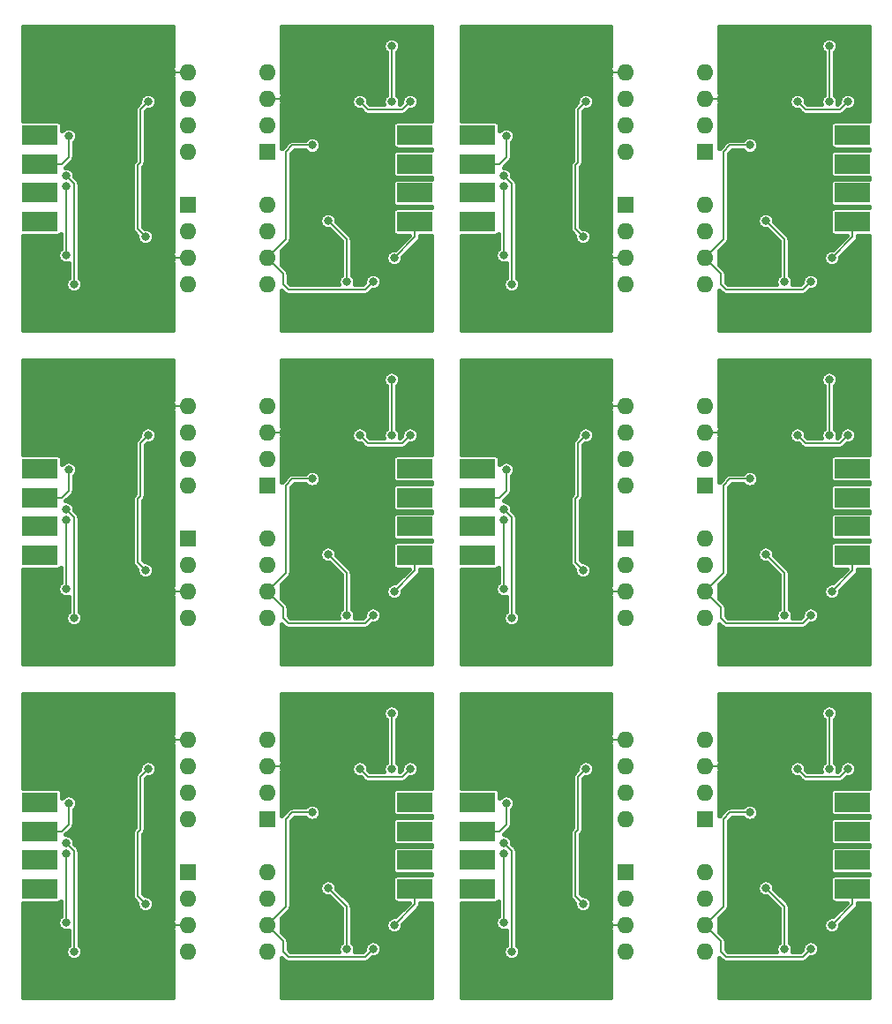
<source format=gbr>
%TF.GenerationSoftware,KiCad,Pcbnew,5.1.8*%
%TF.CreationDate,2020-11-15T21:37:53+00:00*%
%TF.ProjectId,rs232_isolator_panel,72733233-325f-4697-936f-6c61746f725f,rev?*%
%TF.SameCoordinates,PX1d905c0PY2625a00*%
%TF.FileFunction,Copper,L2,Bot*%
%TF.FilePolarity,Positive*%
%FSLAX46Y46*%
G04 Gerber Fmt 4.6, Leading zero omitted, Abs format (unit mm)*
G04 Created by KiCad (PCBNEW 5.1.8) date 2020-11-15 21:37:53*
%MOMM*%
%LPD*%
G01*
G04 APERTURE LIST*
%TA.AperFunction,ComponentPad*%
%ADD10O,1.600000X1.600000*%
%TD*%
%TA.AperFunction,ComponentPad*%
%ADD11R,1.600000X1.600000*%
%TD*%
%TA.AperFunction,SMDPad,CuDef*%
%ADD12R,3.480000X1.846667*%
%TD*%
%TA.AperFunction,ViaPad*%
%ADD13C,0.800000*%
%TD*%
%TA.AperFunction,Conductor*%
%ADD14C,0.200000*%
%TD*%
%TA.AperFunction,Conductor*%
%ADD15C,0.400000*%
%TD*%
%TA.AperFunction,Conductor*%
%ADD16C,0.100000*%
%TD*%
G04 APERTURE END LIST*
D10*
%TO.P,U2,8*%
%TO.N,/5V2*%
X74810000Y-81540000D03*
%TO.P,U2,4*%
%TO.N,N/C*%
X67190000Y-89160000D03*
%TO.P,U2,7*%
%TO.N,/5V2*%
X74810000Y-84080000D03*
%TO.P,U2,3*%
%TO.N,/Gnd1*%
X67190000Y-86620000D03*
%TO.P,U2,6*%
%TO.N,Net-(R7-Pad2)*%
X74810000Y-86620000D03*
%TO.P,U2,2*%
%TO.N,Net-(R5-Pad2)*%
X67190000Y-84080000D03*
%TO.P,U2,5*%
%TO.N,/Gnd2*%
X74810000Y-89160000D03*
D11*
%TO.P,U2,1*%
%TO.N,Net-(U2-Pad1)*%
X67190000Y-81540000D03*
%TD*%
D10*
%TO.P,U2,8*%
%TO.N,/5V2*%
X32810000Y-81540000D03*
%TO.P,U2,4*%
%TO.N,N/C*%
X25190000Y-89160000D03*
%TO.P,U2,7*%
%TO.N,/5V2*%
X32810000Y-84080000D03*
%TO.P,U2,3*%
%TO.N,/Gnd1*%
X25190000Y-86620000D03*
%TO.P,U2,6*%
%TO.N,Net-(R7-Pad2)*%
X32810000Y-86620000D03*
%TO.P,U2,2*%
%TO.N,Net-(R5-Pad2)*%
X25190000Y-84080000D03*
%TO.P,U2,5*%
%TO.N,/Gnd2*%
X32810000Y-89160000D03*
D11*
%TO.P,U2,1*%
%TO.N,Net-(U2-Pad1)*%
X25190000Y-81540000D03*
%TD*%
D10*
%TO.P,U2,8*%
%TO.N,/5V2*%
X74810000Y-49540000D03*
%TO.P,U2,4*%
%TO.N,N/C*%
X67190000Y-57160000D03*
%TO.P,U2,7*%
%TO.N,/5V2*%
X74810000Y-52080000D03*
%TO.P,U2,3*%
%TO.N,/Gnd1*%
X67190000Y-54620000D03*
%TO.P,U2,6*%
%TO.N,Net-(R7-Pad2)*%
X74810000Y-54620000D03*
%TO.P,U2,2*%
%TO.N,Net-(R5-Pad2)*%
X67190000Y-52080000D03*
%TO.P,U2,5*%
%TO.N,/Gnd2*%
X74810000Y-57160000D03*
D11*
%TO.P,U2,1*%
%TO.N,Net-(U2-Pad1)*%
X67190000Y-49540000D03*
%TD*%
D10*
%TO.P,U2,8*%
%TO.N,/5V2*%
X32810000Y-49540000D03*
%TO.P,U2,4*%
%TO.N,N/C*%
X25190000Y-57160000D03*
%TO.P,U2,7*%
%TO.N,/5V2*%
X32810000Y-52080000D03*
%TO.P,U2,3*%
%TO.N,/Gnd1*%
X25190000Y-54620000D03*
%TO.P,U2,6*%
%TO.N,Net-(R7-Pad2)*%
X32810000Y-54620000D03*
%TO.P,U2,2*%
%TO.N,Net-(R5-Pad2)*%
X25190000Y-52080000D03*
%TO.P,U2,5*%
%TO.N,/Gnd2*%
X32810000Y-57160000D03*
D11*
%TO.P,U2,1*%
%TO.N,Net-(U2-Pad1)*%
X25190000Y-49540000D03*
%TD*%
D10*
%TO.P,U2,8*%
%TO.N,/5V2*%
X74810000Y-17540000D03*
%TO.P,U2,4*%
%TO.N,N/C*%
X67190000Y-25160000D03*
%TO.P,U2,7*%
%TO.N,/5V2*%
X74810000Y-20080000D03*
%TO.P,U2,3*%
%TO.N,/Gnd1*%
X67190000Y-22620000D03*
%TO.P,U2,6*%
%TO.N,Net-(R7-Pad2)*%
X74810000Y-22620000D03*
%TO.P,U2,2*%
%TO.N,Net-(R5-Pad2)*%
X67190000Y-20080000D03*
%TO.P,U2,5*%
%TO.N,/Gnd2*%
X74810000Y-25160000D03*
D11*
%TO.P,U2,1*%
%TO.N,Net-(U2-Pad1)*%
X67190000Y-17540000D03*
%TD*%
D12*
%TO.P,J2,9*%
%TO.N,/5V2*%
X89000000Y-83155000D03*
%TO.P,J2,8*%
%TO.N,Net-(J2-Pad8)*%
X89000000Y-80385000D03*
%TO.P,J2,7*%
%TO.N,Net-(J2-Pad7)*%
X89000000Y-77615000D03*
%TO.P,J2,6*%
%TO.N,Net-(J2-Pad6)*%
X89000000Y-74845000D03*
%TD*%
%TO.P,J2,9*%
%TO.N,/5V2*%
X47000000Y-83155000D03*
%TO.P,J2,8*%
%TO.N,Net-(J2-Pad8)*%
X47000000Y-80385000D03*
%TO.P,J2,7*%
%TO.N,Net-(J2-Pad7)*%
X47000000Y-77615000D03*
%TO.P,J2,6*%
%TO.N,Net-(J2-Pad6)*%
X47000000Y-74845000D03*
%TD*%
%TO.P,J2,9*%
%TO.N,/5V2*%
X89000000Y-51155000D03*
%TO.P,J2,8*%
%TO.N,Net-(J2-Pad8)*%
X89000000Y-48385000D03*
%TO.P,J2,7*%
%TO.N,Net-(J2-Pad7)*%
X89000000Y-45615000D03*
%TO.P,J2,6*%
%TO.N,Net-(J2-Pad6)*%
X89000000Y-42845000D03*
%TD*%
%TO.P,J2,9*%
%TO.N,/5V2*%
X47000000Y-51155000D03*
%TO.P,J2,8*%
%TO.N,Net-(J2-Pad8)*%
X47000000Y-48385000D03*
%TO.P,J2,7*%
%TO.N,Net-(J2-Pad7)*%
X47000000Y-45615000D03*
%TO.P,J2,6*%
%TO.N,Net-(J2-Pad6)*%
X47000000Y-42845000D03*
%TD*%
%TO.P,J2,9*%
%TO.N,/5V2*%
X89000000Y-19155000D03*
%TO.P,J2,8*%
%TO.N,Net-(J2-Pad8)*%
X89000000Y-16385000D03*
%TO.P,J2,7*%
%TO.N,Net-(J2-Pad7)*%
X89000000Y-13615000D03*
%TO.P,J2,6*%
%TO.N,Net-(J2-Pad6)*%
X89000000Y-10845000D03*
%TD*%
D10*
%TO.P,U3,8*%
%TO.N,/5V1*%
X67190000Y-76460000D03*
%TO.P,U3,4*%
%TO.N,N/C*%
X74810000Y-68840000D03*
%TO.P,U3,7*%
%TO.N,/5V1*%
X67190000Y-73920000D03*
%TO.P,U3,3*%
%TO.N,/Gnd2*%
X74810000Y-71380000D03*
%TO.P,U3,6*%
%TO.N,Net-(R6-Pad2)*%
X67190000Y-71380000D03*
%TO.P,U3,2*%
%TO.N,Net-(R8-Pad2)*%
X74810000Y-73920000D03*
%TO.P,U3,5*%
%TO.N,/Gnd1*%
X67190000Y-68840000D03*
D11*
%TO.P,U3,1*%
%TO.N,Net-(U3-Pad1)*%
X74810000Y-76460000D03*
%TD*%
D10*
%TO.P,U3,8*%
%TO.N,/5V1*%
X25190000Y-76460000D03*
%TO.P,U3,4*%
%TO.N,N/C*%
X32810000Y-68840000D03*
%TO.P,U3,7*%
%TO.N,/5V1*%
X25190000Y-73920000D03*
%TO.P,U3,3*%
%TO.N,/Gnd2*%
X32810000Y-71380000D03*
%TO.P,U3,6*%
%TO.N,Net-(R6-Pad2)*%
X25190000Y-71380000D03*
%TO.P,U3,2*%
%TO.N,Net-(R8-Pad2)*%
X32810000Y-73920000D03*
%TO.P,U3,5*%
%TO.N,/Gnd1*%
X25190000Y-68840000D03*
D11*
%TO.P,U3,1*%
%TO.N,Net-(U3-Pad1)*%
X32810000Y-76460000D03*
%TD*%
D10*
%TO.P,U3,8*%
%TO.N,/5V1*%
X67190000Y-44460000D03*
%TO.P,U3,4*%
%TO.N,N/C*%
X74810000Y-36840000D03*
%TO.P,U3,7*%
%TO.N,/5V1*%
X67190000Y-41920000D03*
%TO.P,U3,3*%
%TO.N,/Gnd2*%
X74810000Y-39380000D03*
%TO.P,U3,6*%
%TO.N,Net-(R6-Pad2)*%
X67190000Y-39380000D03*
%TO.P,U3,2*%
%TO.N,Net-(R8-Pad2)*%
X74810000Y-41920000D03*
%TO.P,U3,5*%
%TO.N,/Gnd1*%
X67190000Y-36840000D03*
D11*
%TO.P,U3,1*%
%TO.N,Net-(U3-Pad1)*%
X74810000Y-44460000D03*
%TD*%
D10*
%TO.P,U3,8*%
%TO.N,/5V1*%
X25190000Y-44460000D03*
%TO.P,U3,4*%
%TO.N,N/C*%
X32810000Y-36840000D03*
%TO.P,U3,7*%
%TO.N,/5V1*%
X25190000Y-41920000D03*
%TO.P,U3,3*%
%TO.N,/Gnd2*%
X32810000Y-39380000D03*
%TO.P,U3,6*%
%TO.N,Net-(R6-Pad2)*%
X25190000Y-39380000D03*
%TO.P,U3,2*%
%TO.N,Net-(R8-Pad2)*%
X32810000Y-41920000D03*
%TO.P,U3,5*%
%TO.N,/Gnd1*%
X25190000Y-36840000D03*
D11*
%TO.P,U3,1*%
%TO.N,Net-(U3-Pad1)*%
X32810000Y-44460000D03*
%TD*%
D10*
%TO.P,U3,8*%
%TO.N,/5V1*%
X67190000Y-12460000D03*
%TO.P,U3,4*%
%TO.N,N/C*%
X74810000Y-4840000D03*
%TO.P,U3,7*%
%TO.N,/5V1*%
X67190000Y-9920000D03*
%TO.P,U3,3*%
%TO.N,/Gnd2*%
X74810000Y-7380000D03*
%TO.P,U3,6*%
%TO.N,Net-(R6-Pad2)*%
X67190000Y-7380000D03*
%TO.P,U3,2*%
%TO.N,Net-(R8-Pad2)*%
X74810000Y-9920000D03*
%TO.P,U3,5*%
%TO.N,/Gnd1*%
X67190000Y-4840000D03*
D11*
%TO.P,U3,1*%
%TO.N,Net-(U3-Pad1)*%
X74810000Y-12460000D03*
%TD*%
D12*
%TO.P,J1,9*%
%TO.N,Net-(J1-Pad9)*%
X53000000Y-83155000D03*
%TO.P,J1,8*%
%TO.N,Net-(J1-Pad8)*%
X53000000Y-80385000D03*
%TO.P,J1,7*%
%TO.N,/5V1*%
X53000000Y-77615000D03*
%TO.P,J1,6*%
%TO.N,Net-(J1-Pad6)*%
X53000000Y-74845000D03*
%TD*%
%TO.P,J1,9*%
%TO.N,Net-(J1-Pad9)*%
X11000000Y-83155000D03*
%TO.P,J1,8*%
%TO.N,Net-(J1-Pad8)*%
X11000000Y-80385000D03*
%TO.P,J1,7*%
%TO.N,/5V1*%
X11000000Y-77615000D03*
%TO.P,J1,6*%
%TO.N,Net-(J1-Pad6)*%
X11000000Y-74845000D03*
%TD*%
%TO.P,J1,9*%
%TO.N,Net-(J1-Pad9)*%
X53000000Y-51155000D03*
%TO.P,J1,8*%
%TO.N,Net-(J1-Pad8)*%
X53000000Y-48385000D03*
%TO.P,J1,7*%
%TO.N,/5V1*%
X53000000Y-45615000D03*
%TO.P,J1,6*%
%TO.N,Net-(J1-Pad6)*%
X53000000Y-42845000D03*
%TD*%
%TO.P,J1,9*%
%TO.N,Net-(J1-Pad9)*%
X11000000Y-51155000D03*
%TO.P,J1,8*%
%TO.N,Net-(J1-Pad8)*%
X11000000Y-48385000D03*
%TO.P,J1,7*%
%TO.N,/5V1*%
X11000000Y-45615000D03*
%TO.P,J1,6*%
%TO.N,Net-(J1-Pad6)*%
X11000000Y-42845000D03*
%TD*%
%TO.P,J1,9*%
%TO.N,Net-(J1-Pad9)*%
X53000000Y-19155000D03*
%TO.P,J1,8*%
%TO.N,Net-(J1-Pad8)*%
X53000000Y-16385000D03*
%TO.P,J1,7*%
%TO.N,/5V1*%
X53000000Y-13615000D03*
%TO.P,J1,6*%
%TO.N,Net-(J1-Pad6)*%
X53000000Y-10845000D03*
%TD*%
%TO.P,J1,6*%
%TO.N,Net-(J1-Pad6)*%
X11000000Y-10845000D03*
%TO.P,J1,7*%
%TO.N,/5V1*%
X11000000Y-13615000D03*
%TO.P,J1,8*%
%TO.N,Net-(J1-Pad8)*%
X11000000Y-16385000D03*
%TO.P,J1,9*%
%TO.N,Net-(J1-Pad9)*%
X11000000Y-19155000D03*
%TD*%
D11*
%TO.P,U2,1*%
%TO.N,Net-(U2-Pad1)*%
X25190000Y-17540000D03*
D10*
%TO.P,U2,5*%
%TO.N,/Gnd2*%
X32810000Y-25160000D03*
%TO.P,U2,2*%
%TO.N,Net-(R5-Pad2)*%
X25190000Y-20080000D03*
%TO.P,U2,6*%
%TO.N,Net-(R7-Pad2)*%
X32810000Y-22620000D03*
%TO.P,U2,3*%
%TO.N,/Gnd1*%
X25190000Y-22620000D03*
%TO.P,U2,7*%
%TO.N,/5V2*%
X32810000Y-20080000D03*
%TO.P,U2,4*%
%TO.N,N/C*%
X25190000Y-25160000D03*
%TO.P,U2,8*%
%TO.N,/5V2*%
X32810000Y-17540000D03*
%TD*%
D11*
%TO.P,U3,1*%
%TO.N,Net-(U3-Pad1)*%
X32810000Y-12460000D03*
D10*
%TO.P,U3,5*%
%TO.N,/Gnd1*%
X25190000Y-4840000D03*
%TO.P,U3,2*%
%TO.N,Net-(R8-Pad2)*%
X32810000Y-9920000D03*
%TO.P,U3,6*%
%TO.N,Net-(R6-Pad2)*%
X25190000Y-7380000D03*
%TO.P,U3,3*%
%TO.N,/Gnd2*%
X32810000Y-7380000D03*
%TO.P,U3,7*%
%TO.N,/5V1*%
X25190000Y-9920000D03*
%TO.P,U3,4*%
%TO.N,N/C*%
X32810000Y-4840000D03*
%TO.P,U3,8*%
%TO.N,/5V1*%
X25190000Y-12460000D03*
%TD*%
D12*
%TO.P,J2,6*%
%TO.N,Net-(J2-Pad6)*%
X47000000Y-10845000D03*
%TO.P,J2,7*%
%TO.N,Net-(J2-Pad7)*%
X47000000Y-13615000D03*
%TO.P,J2,8*%
%TO.N,Net-(J2-Pad8)*%
X47000000Y-16385000D03*
%TO.P,J2,9*%
%TO.N,/5V2*%
X47000000Y-19155000D03*
%TD*%
D13*
%TO.N,/Gnd1*%
X15284000Y-20588000D03*
X20110000Y-27446000D03*
X15030000Y-11444000D03*
X21126000Y-14365000D03*
X19856000Y-13095000D03*
X61856000Y-13095000D03*
X19856000Y-45095000D03*
X61856000Y-45095000D03*
X19856000Y-77095000D03*
X61856000Y-77095000D03*
X57030000Y-11444000D03*
X15030000Y-43444000D03*
X57030000Y-43444000D03*
X15030000Y-75444000D03*
X57030000Y-75444000D03*
X63126000Y-14365000D03*
X21126000Y-46365000D03*
X63126000Y-46365000D03*
X21126000Y-78365000D03*
X63126000Y-78365000D03*
X57284000Y-20588000D03*
X15284000Y-52588000D03*
X57284000Y-52588000D03*
X15284000Y-84588000D03*
X57284000Y-84588000D03*
X62110000Y-27446000D03*
X20110000Y-59446000D03*
X62110000Y-59446000D03*
X20110000Y-91446000D03*
X62110000Y-91446000D03*
%TO.N,/5V1*%
X13760000Y-10936000D03*
X55760000Y-10936000D03*
X13760000Y-42936000D03*
X55760000Y-42936000D03*
X13760000Y-74936000D03*
X55760000Y-74936000D03*
%TO.N,/Gnd2*%
X35350000Y-24906000D03*
X37890000Y-24906000D03*
X37890000Y-18175000D03*
X44494000Y-20588000D03*
X37890000Y-5094000D03*
X79890000Y-24906000D03*
X37890000Y-56906000D03*
X79890000Y-56906000D03*
X37890000Y-88906000D03*
X79890000Y-88906000D03*
X79890000Y-5094000D03*
X37890000Y-37094000D03*
X79890000Y-37094000D03*
X37890000Y-69094000D03*
X79890000Y-69094000D03*
X79890000Y-18175000D03*
X37890000Y-50175000D03*
X79890000Y-50175000D03*
X37890000Y-82175000D03*
X79890000Y-82175000D03*
X77350000Y-24906000D03*
X35350000Y-56906000D03*
X77350000Y-56906000D03*
X35350000Y-88906000D03*
X77350000Y-88906000D03*
X86494000Y-20588000D03*
X44494000Y-52588000D03*
X86494000Y-52588000D03*
X44494000Y-84588000D03*
X86494000Y-84588000D03*
%TO.N,/5V2*%
X45002000Y-22620000D03*
X87002000Y-22620000D03*
X45002000Y-54620000D03*
X87002000Y-54620000D03*
X45002000Y-86620000D03*
X87002000Y-86620000D03*
%TO.N,Net-(C8-Pad2)*%
X40430000Y-24906000D03*
X38652000Y-19064000D03*
X80652000Y-19064000D03*
X38652000Y-51064000D03*
X80652000Y-51064000D03*
X38652000Y-83064000D03*
X80652000Y-83064000D03*
X82430000Y-24906000D03*
X40430000Y-56906000D03*
X82430000Y-56906000D03*
X40430000Y-88906000D03*
X82430000Y-88906000D03*
%TO.N,Net-(J1-Pad3)*%
X13506000Y-22366000D03*
X13506000Y-15762000D03*
X55506000Y-15762000D03*
X13506000Y-47762000D03*
X55506000Y-47762000D03*
X13506000Y-79762000D03*
X55506000Y-79762000D03*
X55506000Y-22366000D03*
X13506000Y-54366000D03*
X55506000Y-54366000D03*
X13506000Y-86366000D03*
X55506000Y-86366000D03*
%TO.N,Net-(J1-Pad2)*%
X14268000Y-25160000D03*
X13506000Y-14746000D03*
X55506000Y-14746000D03*
X13506000Y-46746000D03*
X55506000Y-46746000D03*
X13506000Y-78746000D03*
X55506000Y-78746000D03*
X56268000Y-25160000D03*
X14268000Y-57160000D03*
X56268000Y-57160000D03*
X14268000Y-89160000D03*
X56268000Y-89160000D03*
%TO.N,Net-(J2-Pad2)*%
X44748000Y-2300000D03*
X44748000Y-7634000D03*
X86748000Y-2300000D03*
X44748000Y-34300000D03*
X86748000Y-34300000D03*
X44748000Y-66300000D03*
X86748000Y-66300000D03*
X86748000Y-7634000D03*
X44748000Y-39634000D03*
X86748000Y-39634000D03*
X44748000Y-71634000D03*
X86748000Y-71634000D03*
%TO.N,Net-(R6-Pad2)*%
X21126000Y-20588000D03*
X21380000Y-7634000D03*
X63380000Y-7634000D03*
X21380000Y-39634000D03*
X63380000Y-39634000D03*
X21380000Y-71634000D03*
X63380000Y-71634000D03*
X63126000Y-20588000D03*
X21126000Y-52588000D03*
X63126000Y-52588000D03*
X21126000Y-84588000D03*
X63126000Y-84588000D03*
%TO.N,Net-(R7-Pad2)*%
X37128000Y-11825000D03*
X42970000Y-24906000D03*
X84970000Y-24906000D03*
X42970000Y-56906000D03*
X84970000Y-56906000D03*
X42970000Y-88906000D03*
X84970000Y-88906000D03*
X79128000Y-11825000D03*
X37128000Y-43825000D03*
X79128000Y-43825000D03*
X37128000Y-75825000D03*
X79128000Y-75825000D03*
%TO.N,/Tx2*%
X41700000Y-7634000D03*
X46526000Y-7634000D03*
X83700000Y-7634000D03*
X41700000Y-39634000D03*
X83700000Y-39634000D03*
X41700000Y-71634000D03*
X83700000Y-71634000D03*
X88526000Y-7634000D03*
X46526000Y-39634000D03*
X88526000Y-39634000D03*
X46526000Y-71634000D03*
X88526000Y-71634000D03*
%TD*%
D14*
%TO.N,/Gnd1*%
X20110000Y-25414000D02*
X20110000Y-27446000D01*
X15284000Y-20588000D02*
X20110000Y-25414000D01*
X22904000Y-22620000D02*
X20110000Y-25414000D01*
X25190000Y-22620000D02*
X22904000Y-22620000D01*
X22650000Y-22366000D02*
X22904000Y-22620000D01*
X22650000Y-15000000D02*
X22650000Y-22366000D01*
X21126000Y-14365000D02*
X21761000Y-15000000D01*
X21761000Y-15000000D02*
X22650000Y-15000000D01*
X16681000Y-13095000D02*
X15030000Y-11444000D01*
X19856000Y-13095000D02*
X16681000Y-13095000D01*
X19856000Y-16016000D02*
X15284000Y-20588000D01*
X19856000Y-13095000D02*
X19856000Y-16016000D01*
X19856000Y-13095000D02*
X19856000Y-7380000D01*
X22396000Y-4840000D02*
X25190000Y-4840000D01*
X19856000Y-7380000D02*
X22396000Y-4840000D01*
X64396000Y-4840000D02*
X67190000Y-4840000D01*
X22396000Y-36840000D02*
X25190000Y-36840000D01*
X64396000Y-36840000D02*
X67190000Y-36840000D01*
X22396000Y-68840000D02*
X25190000Y-68840000D01*
X64396000Y-68840000D02*
X67190000Y-68840000D01*
X58681000Y-13095000D02*
X57030000Y-11444000D01*
X16681000Y-45095000D02*
X15030000Y-43444000D01*
X58681000Y-45095000D02*
X57030000Y-43444000D01*
X16681000Y-77095000D02*
X15030000Y-75444000D01*
X58681000Y-77095000D02*
X57030000Y-75444000D01*
X61856000Y-13095000D02*
X61856000Y-7380000D01*
X19856000Y-45095000D02*
X19856000Y-39380000D01*
X61856000Y-45095000D02*
X61856000Y-39380000D01*
X19856000Y-77095000D02*
X19856000Y-71380000D01*
X61856000Y-77095000D02*
X61856000Y-71380000D01*
X64650000Y-15000000D02*
X64650000Y-22366000D01*
X22650000Y-47000000D02*
X22650000Y-54366000D01*
X64650000Y-47000000D02*
X64650000Y-54366000D01*
X22650000Y-79000000D02*
X22650000Y-86366000D01*
X64650000Y-79000000D02*
X64650000Y-86366000D01*
X61856000Y-13095000D02*
X58681000Y-13095000D01*
X19856000Y-45095000D02*
X16681000Y-45095000D01*
X61856000Y-45095000D02*
X58681000Y-45095000D01*
X19856000Y-77095000D02*
X16681000Y-77095000D01*
X61856000Y-77095000D02*
X58681000Y-77095000D01*
X62110000Y-25414000D02*
X62110000Y-27446000D01*
X20110000Y-57414000D02*
X20110000Y-59446000D01*
X62110000Y-57414000D02*
X62110000Y-59446000D01*
X20110000Y-89414000D02*
X20110000Y-91446000D01*
X62110000Y-89414000D02*
X62110000Y-91446000D01*
X64650000Y-22366000D02*
X64904000Y-22620000D01*
X22650000Y-54366000D02*
X22904000Y-54620000D01*
X64650000Y-54366000D02*
X64904000Y-54620000D01*
X22650000Y-86366000D02*
X22904000Y-86620000D01*
X64650000Y-86366000D02*
X64904000Y-86620000D01*
X57284000Y-20588000D02*
X62110000Y-25414000D01*
X15284000Y-52588000D02*
X20110000Y-57414000D01*
X57284000Y-52588000D02*
X62110000Y-57414000D01*
X15284000Y-84588000D02*
X20110000Y-89414000D01*
X57284000Y-84588000D02*
X62110000Y-89414000D01*
X61856000Y-7380000D02*
X64396000Y-4840000D01*
X19856000Y-39380000D02*
X22396000Y-36840000D01*
X61856000Y-39380000D02*
X64396000Y-36840000D01*
X19856000Y-71380000D02*
X22396000Y-68840000D01*
X61856000Y-71380000D02*
X64396000Y-68840000D01*
X61856000Y-13095000D02*
X61856000Y-16016000D01*
X19856000Y-45095000D02*
X19856000Y-48016000D01*
X61856000Y-45095000D02*
X61856000Y-48016000D01*
X19856000Y-77095000D02*
X19856000Y-80016000D01*
X61856000Y-77095000D02*
X61856000Y-80016000D01*
X67190000Y-22620000D02*
X64904000Y-22620000D01*
X25190000Y-54620000D02*
X22904000Y-54620000D01*
X67190000Y-54620000D02*
X64904000Y-54620000D01*
X25190000Y-86620000D02*
X22904000Y-86620000D01*
X67190000Y-86620000D02*
X64904000Y-86620000D01*
X63761000Y-15000000D02*
X64650000Y-15000000D01*
X21761000Y-47000000D02*
X22650000Y-47000000D01*
X63761000Y-47000000D02*
X64650000Y-47000000D01*
X21761000Y-79000000D02*
X22650000Y-79000000D01*
X63761000Y-79000000D02*
X64650000Y-79000000D01*
X61856000Y-16016000D02*
X57284000Y-20588000D01*
X19856000Y-48016000D02*
X15284000Y-52588000D01*
X61856000Y-48016000D02*
X57284000Y-52588000D01*
X19856000Y-80016000D02*
X15284000Y-84588000D01*
X61856000Y-80016000D02*
X57284000Y-84588000D01*
X63126000Y-14365000D02*
X63761000Y-15000000D01*
X21126000Y-46365000D02*
X21761000Y-47000000D01*
X63126000Y-46365000D02*
X63761000Y-47000000D01*
X21126000Y-78365000D02*
X21761000Y-79000000D01*
X63126000Y-78365000D02*
X63761000Y-79000000D01*
X64904000Y-22620000D02*
X62110000Y-25414000D01*
X22904000Y-54620000D02*
X20110000Y-57414000D01*
X64904000Y-54620000D02*
X62110000Y-57414000D01*
X22904000Y-86620000D02*
X20110000Y-89414000D01*
X64904000Y-86620000D02*
X62110000Y-89414000D01*
%TO.N,/5V1*%
X13113000Y-13615000D02*
X11000000Y-13615000D01*
X13760000Y-12968000D02*
X13113000Y-13615000D01*
X13760000Y-10936000D02*
X13760000Y-12968000D01*
X55760000Y-12968000D02*
X55113000Y-13615000D01*
X13760000Y-44968000D02*
X13113000Y-45615000D01*
X55760000Y-44968000D02*
X55113000Y-45615000D01*
X13760000Y-76968000D02*
X13113000Y-77615000D01*
X55760000Y-76968000D02*
X55113000Y-77615000D01*
X55760000Y-10936000D02*
X55760000Y-12968000D01*
X13760000Y-42936000D02*
X13760000Y-44968000D01*
X55760000Y-42936000D02*
X55760000Y-44968000D01*
X13760000Y-74936000D02*
X13760000Y-76968000D01*
X55760000Y-74936000D02*
X55760000Y-76968000D01*
X55113000Y-13615000D02*
X53000000Y-13615000D01*
X13113000Y-45615000D02*
X11000000Y-45615000D01*
X55113000Y-45615000D02*
X53000000Y-45615000D01*
X13113000Y-77615000D02*
X11000000Y-77615000D01*
X55113000Y-77615000D02*
X53000000Y-77615000D01*
%TO.N,/Gnd2*%
X37890000Y-24906000D02*
X37890000Y-18175000D01*
X35350000Y-24906000D02*
X37890000Y-24906000D01*
X42081000Y-18175000D02*
X37890000Y-18175000D01*
X44494000Y-20588000D02*
X42081000Y-18175000D01*
X37890000Y-18175000D02*
X37890000Y-5094000D01*
X35604000Y-7380000D02*
X37890000Y-5094000D01*
X32810000Y-7380000D02*
X35604000Y-7380000D01*
X79890000Y-18175000D02*
X79890000Y-5094000D01*
X37890000Y-50175000D02*
X37890000Y-37094000D01*
X79890000Y-50175000D02*
X79890000Y-37094000D01*
X37890000Y-82175000D02*
X37890000Y-69094000D01*
X79890000Y-82175000D02*
X79890000Y-69094000D01*
X74810000Y-7380000D02*
X77604000Y-7380000D01*
X32810000Y-39380000D02*
X35604000Y-39380000D01*
X74810000Y-39380000D02*
X77604000Y-39380000D01*
X32810000Y-71380000D02*
X35604000Y-71380000D01*
X74810000Y-71380000D02*
X77604000Y-71380000D01*
X79890000Y-24906000D02*
X79890000Y-18175000D01*
X37890000Y-56906000D02*
X37890000Y-50175000D01*
X79890000Y-56906000D02*
X79890000Y-50175000D01*
X37890000Y-88906000D02*
X37890000Y-82175000D01*
X79890000Y-88906000D02*
X79890000Y-82175000D01*
X77350000Y-24906000D02*
X79890000Y-24906000D01*
X35350000Y-56906000D02*
X37890000Y-56906000D01*
X77350000Y-56906000D02*
X79890000Y-56906000D01*
X35350000Y-88906000D02*
X37890000Y-88906000D01*
X77350000Y-88906000D02*
X79890000Y-88906000D01*
X84081000Y-18175000D02*
X79890000Y-18175000D01*
X42081000Y-50175000D02*
X37890000Y-50175000D01*
X84081000Y-50175000D02*
X79890000Y-50175000D01*
X42081000Y-82175000D02*
X37890000Y-82175000D01*
X84081000Y-82175000D02*
X79890000Y-82175000D01*
X77604000Y-7380000D02*
X79890000Y-5094000D01*
X35604000Y-39380000D02*
X37890000Y-37094000D01*
X77604000Y-39380000D02*
X79890000Y-37094000D01*
X35604000Y-71380000D02*
X37890000Y-69094000D01*
X77604000Y-71380000D02*
X79890000Y-69094000D01*
X86494000Y-20588000D02*
X84081000Y-18175000D01*
X44494000Y-52588000D02*
X42081000Y-50175000D01*
X86494000Y-52588000D02*
X84081000Y-50175000D01*
X44494000Y-84588000D02*
X42081000Y-82175000D01*
X86494000Y-84588000D02*
X84081000Y-82175000D01*
%TO.N,/5V2*%
X47000000Y-20622000D02*
X47000000Y-19155000D01*
X45002000Y-22620000D02*
X47000000Y-20622000D01*
X89000000Y-20622000D02*
X89000000Y-19155000D01*
X47000000Y-52622000D02*
X47000000Y-51155000D01*
X89000000Y-52622000D02*
X89000000Y-51155000D01*
X47000000Y-84622000D02*
X47000000Y-83155000D01*
X89000000Y-84622000D02*
X89000000Y-83155000D01*
X87002000Y-22620000D02*
X89000000Y-20622000D01*
X45002000Y-54620000D02*
X47000000Y-52622000D01*
X87002000Y-54620000D02*
X89000000Y-52622000D01*
X45002000Y-86620000D02*
X47000000Y-84622000D01*
X87002000Y-86620000D02*
X89000000Y-84622000D01*
%TO.N,Net-(C8-Pad2)*%
X40430000Y-20842000D02*
X38652000Y-19064000D01*
X40430000Y-24906000D02*
X40430000Y-20842000D01*
X82430000Y-24906000D02*
X82430000Y-20842000D01*
X40430000Y-56906000D02*
X40430000Y-52842000D01*
X82430000Y-56906000D02*
X82430000Y-52842000D01*
X40430000Y-88906000D02*
X40430000Y-84842000D01*
X82430000Y-88906000D02*
X82430000Y-84842000D01*
X82430000Y-20842000D02*
X80652000Y-19064000D01*
X40430000Y-52842000D02*
X38652000Y-51064000D01*
X82430000Y-52842000D02*
X80652000Y-51064000D01*
X40430000Y-84842000D02*
X38652000Y-83064000D01*
X82430000Y-84842000D02*
X80652000Y-83064000D01*
%TO.N,Net-(J1-Pad3)*%
X13506000Y-15762000D02*
X13506000Y-22366000D01*
X55506000Y-15762000D02*
X55506000Y-22366000D01*
X13506000Y-47762000D02*
X13506000Y-54366000D01*
X55506000Y-47762000D02*
X55506000Y-54366000D01*
X13506000Y-79762000D02*
X13506000Y-86366000D01*
X55506000Y-79762000D02*
X55506000Y-86366000D01*
%TO.N,Net-(J1-Pad2)*%
X14268000Y-15508000D02*
X14268000Y-25160000D01*
X13506000Y-14746000D02*
X14268000Y-15508000D01*
X55506000Y-14746000D02*
X56268000Y-15508000D01*
X13506000Y-46746000D02*
X14268000Y-47508000D01*
X55506000Y-46746000D02*
X56268000Y-47508000D01*
X13506000Y-78746000D02*
X14268000Y-79508000D01*
X55506000Y-78746000D02*
X56268000Y-79508000D01*
X56268000Y-15508000D02*
X56268000Y-25160000D01*
X14268000Y-47508000D02*
X14268000Y-57160000D01*
X56268000Y-47508000D02*
X56268000Y-57160000D01*
X14268000Y-79508000D02*
X14268000Y-89160000D01*
X56268000Y-79508000D02*
X56268000Y-89160000D01*
%TO.N,Net-(J2-Pad2)*%
X44748000Y-7634000D02*
X44748000Y-2300000D01*
X86748000Y-7634000D02*
X86748000Y-2300000D01*
X44748000Y-39634000D02*
X44748000Y-34300000D01*
X86748000Y-39634000D02*
X86748000Y-34300000D01*
X44748000Y-71634000D02*
X44748000Y-66300000D01*
X86748000Y-71634000D02*
X86748000Y-66300000D01*
%TO.N,Net-(R6-Pad2)*%
X21126000Y-7888000D02*
X21380000Y-7634000D01*
X20618000Y-8396000D02*
X21380000Y-7634000D01*
X20618000Y-8396000D02*
X20618000Y-13476000D01*
X20618000Y-13476000D02*
X20364000Y-13730000D01*
X20364000Y-19826000D02*
X21126000Y-20588000D01*
X20364000Y-13730000D02*
X20364000Y-19826000D01*
X62618000Y-8396000D02*
X62618000Y-13476000D01*
X20618000Y-40396000D02*
X20618000Y-45476000D01*
X62618000Y-40396000D02*
X62618000Y-45476000D01*
X20618000Y-72396000D02*
X20618000Y-77476000D01*
X62618000Y-72396000D02*
X62618000Y-77476000D01*
X63126000Y-7888000D02*
X63380000Y-7634000D01*
X21126000Y-39888000D02*
X21380000Y-39634000D01*
X63126000Y-39888000D02*
X63380000Y-39634000D01*
X21126000Y-71888000D02*
X21380000Y-71634000D01*
X63126000Y-71888000D02*
X63380000Y-71634000D01*
X62618000Y-8396000D02*
X63380000Y-7634000D01*
X20618000Y-40396000D02*
X21380000Y-39634000D01*
X62618000Y-40396000D02*
X63380000Y-39634000D01*
X20618000Y-72396000D02*
X21380000Y-71634000D01*
X62618000Y-72396000D02*
X63380000Y-71634000D01*
X62618000Y-13476000D02*
X62364000Y-13730000D01*
X20618000Y-45476000D02*
X20364000Y-45730000D01*
X62618000Y-45476000D02*
X62364000Y-45730000D01*
X20618000Y-77476000D02*
X20364000Y-77730000D01*
X62618000Y-77476000D02*
X62364000Y-77730000D01*
X62364000Y-13730000D02*
X62364000Y-19826000D01*
X20364000Y-45730000D02*
X20364000Y-51826000D01*
X62364000Y-45730000D02*
X62364000Y-51826000D01*
X20364000Y-77730000D02*
X20364000Y-83826000D01*
X62364000Y-77730000D02*
X62364000Y-83826000D01*
X62364000Y-19826000D02*
X63126000Y-20588000D01*
X20364000Y-51826000D02*
X21126000Y-52588000D01*
X62364000Y-51826000D02*
X63126000Y-52588000D01*
X20364000Y-83826000D02*
X21126000Y-84588000D01*
X62364000Y-83826000D02*
X63126000Y-84588000D01*
%TO.N,Net-(R7-Pad2)*%
X37128000Y-11825000D02*
X35223000Y-11825000D01*
X35223000Y-11825000D02*
X34588000Y-12460000D01*
X34588000Y-20842000D02*
X32810000Y-22620000D01*
X34588000Y-12460000D02*
X34588000Y-20842000D01*
X34080000Y-23890000D02*
X32810000Y-22620000D01*
X34334000Y-24144000D02*
X34080000Y-23890000D01*
X34334000Y-25160000D02*
X34334000Y-24144000D01*
X34842000Y-25668000D02*
X34334000Y-25160000D01*
X42208000Y-25668000D02*
X34842000Y-25668000D01*
X42970000Y-24906000D02*
X42208000Y-25668000D01*
X76080000Y-23890000D02*
X74810000Y-22620000D01*
X34080000Y-55890000D02*
X32810000Y-54620000D01*
X76080000Y-55890000D02*
X74810000Y-54620000D01*
X34080000Y-87890000D02*
X32810000Y-86620000D01*
X76080000Y-87890000D02*
X74810000Y-86620000D01*
X76334000Y-24144000D02*
X76080000Y-23890000D01*
X34334000Y-56144000D02*
X34080000Y-55890000D01*
X76334000Y-56144000D02*
X76080000Y-55890000D01*
X34334000Y-88144000D02*
X34080000Y-87890000D01*
X76334000Y-88144000D02*
X76080000Y-87890000D01*
X76588000Y-20842000D02*
X74810000Y-22620000D01*
X34588000Y-52842000D02*
X32810000Y-54620000D01*
X76588000Y-52842000D02*
X74810000Y-54620000D01*
X34588000Y-84842000D02*
X32810000Y-86620000D01*
X76588000Y-84842000D02*
X74810000Y-86620000D01*
X79128000Y-11825000D02*
X77223000Y-11825000D01*
X37128000Y-43825000D02*
X35223000Y-43825000D01*
X79128000Y-43825000D02*
X77223000Y-43825000D01*
X37128000Y-75825000D02*
X35223000Y-75825000D01*
X79128000Y-75825000D02*
X77223000Y-75825000D01*
X84970000Y-24906000D02*
X84208000Y-25668000D01*
X42970000Y-56906000D02*
X42208000Y-57668000D01*
X84970000Y-56906000D02*
X84208000Y-57668000D01*
X42970000Y-88906000D02*
X42208000Y-89668000D01*
X84970000Y-88906000D02*
X84208000Y-89668000D01*
X77223000Y-11825000D02*
X76588000Y-12460000D01*
X35223000Y-43825000D02*
X34588000Y-44460000D01*
X77223000Y-43825000D02*
X76588000Y-44460000D01*
X35223000Y-75825000D02*
X34588000Y-76460000D01*
X77223000Y-75825000D02*
X76588000Y-76460000D01*
X84208000Y-25668000D02*
X76842000Y-25668000D01*
X42208000Y-57668000D02*
X34842000Y-57668000D01*
X84208000Y-57668000D02*
X76842000Y-57668000D01*
X42208000Y-89668000D02*
X34842000Y-89668000D01*
X84208000Y-89668000D02*
X76842000Y-89668000D01*
X76842000Y-25668000D02*
X76334000Y-25160000D01*
X34842000Y-57668000D02*
X34334000Y-57160000D01*
X76842000Y-57668000D02*
X76334000Y-57160000D01*
X34842000Y-89668000D02*
X34334000Y-89160000D01*
X76842000Y-89668000D02*
X76334000Y-89160000D01*
X76588000Y-12460000D02*
X76588000Y-20842000D01*
X34588000Y-44460000D02*
X34588000Y-52842000D01*
X76588000Y-44460000D02*
X76588000Y-52842000D01*
X34588000Y-76460000D02*
X34588000Y-84842000D01*
X76588000Y-76460000D02*
X76588000Y-84842000D01*
X76334000Y-25160000D02*
X76334000Y-24144000D01*
X34334000Y-57160000D02*
X34334000Y-56144000D01*
X76334000Y-57160000D02*
X76334000Y-56144000D01*
X34334000Y-89160000D02*
X34334000Y-88144000D01*
X76334000Y-89160000D02*
X76334000Y-88144000D01*
%TO.N,/Tx2*%
X45764000Y-8396000D02*
X46526000Y-7634000D01*
X42462000Y-8396000D02*
X45764000Y-8396000D01*
X41700000Y-7634000D02*
X42462000Y-8396000D01*
X87764000Y-8396000D02*
X88526000Y-7634000D01*
X45764000Y-40396000D02*
X46526000Y-39634000D01*
X87764000Y-40396000D02*
X88526000Y-39634000D01*
X45764000Y-72396000D02*
X46526000Y-71634000D01*
X87764000Y-72396000D02*
X88526000Y-71634000D01*
X83700000Y-7634000D02*
X84462000Y-8396000D01*
X41700000Y-39634000D02*
X42462000Y-40396000D01*
X83700000Y-39634000D02*
X84462000Y-40396000D01*
X41700000Y-71634000D02*
X42462000Y-72396000D01*
X83700000Y-71634000D02*
X84462000Y-72396000D01*
X84462000Y-8396000D02*
X87764000Y-8396000D01*
X42462000Y-40396000D02*
X45764000Y-40396000D01*
X84462000Y-40396000D02*
X87764000Y-40396000D01*
X42462000Y-72396000D02*
X45764000Y-72396000D01*
X84462000Y-72396000D02*
X87764000Y-72396000D01*
%TD*%
D15*
%TO.N,/Gnd1*%
X23800000Y-4255857D02*
X23798789Y-4258104D01*
X23711998Y-4540697D01*
X23709969Y-4550913D01*
X23800000Y-4691894D01*
X23800000Y-4988106D01*
X23709969Y-5129087D01*
X23711998Y-5139303D01*
X23798789Y-5421896D01*
X23800000Y-5424143D01*
X23800000Y-22035857D01*
X23798789Y-22038104D01*
X23711998Y-22320697D01*
X23709969Y-22330913D01*
X23800000Y-22471894D01*
X23800000Y-22768106D01*
X23709969Y-22909087D01*
X23711998Y-22919303D01*
X23798789Y-23201896D01*
X23800000Y-23204143D01*
X23800000Y-29575000D01*
X9425000Y-29575000D01*
X9425000Y-20480268D01*
X12740000Y-20480268D01*
X12818414Y-20472545D01*
X12893814Y-20449673D01*
X12963303Y-20412530D01*
X13006001Y-20377489D01*
X13006001Y-21737937D01*
X12996030Y-21744599D01*
X12884599Y-21856030D01*
X12797049Y-21987058D01*
X12736743Y-22132649D01*
X12706000Y-22287207D01*
X12706000Y-22444793D01*
X12736743Y-22599351D01*
X12797049Y-22744942D01*
X12884599Y-22875970D01*
X12996030Y-22987401D01*
X13127058Y-23074951D01*
X13272649Y-23135257D01*
X13427207Y-23166000D01*
X13584793Y-23166000D01*
X13739351Y-23135257D01*
X13768001Y-23123390D01*
X13768001Y-24531937D01*
X13758030Y-24538599D01*
X13646599Y-24650030D01*
X13559049Y-24781058D01*
X13498743Y-24926649D01*
X13468000Y-25081207D01*
X13468000Y-25238793D01*
X13498743Y-25393351D01*
X13559049Y-25538942D01*
X13646599Y-25669970D01*
X13758030Y-25781401D01*
X13889058Y-25868951D01*
X14034649Y-25929257D01*
X14189207Y-25960000D01*
X14346793Y-25960000D01*
X14501351Y-25929257D01*
X14646942Y-25868951D01*
X14777970Y-25781401D01*
X14889401Y-25669970D01*
X14976951Y-25538942D01*
X15037257Y-25393351D01*
X15068000Y-25238793D01*
X15068000Y-25081207D01*
X15037257Y-24926649D01*
X14976951Y-24781058D01*
X14889401Y-24650030D01*
X14777970Y-24538599D01*
X14768000Y-24531937D01*
X14768000Y-15532560D01*
X14770419Y-15508000D01*
X14760765Y-15409983D01*
X14759780Y-15406736D01*
X14732175Y-15315733D01*
X14685746Y-15228871D01*
X14623264Y-15152736D01*
X14604187Y-15137080D01*
X14303661Y-14836554D01*
X14306000Y-14824793D01*
X14306000Y-14667207D01*
X14275257Y-14512649D01*
X14214951Y-14367058D01*
X14127401Y-14236030D01*
X14015970Y-14124599D01*
X13884942Y-14037049D01*
X13739351Y-13976743D01*
X13584793Y-13946000D01*
X13489105Y-13946000D01*
X13705105Y-13730000D01*
X19861581Y-13730000D01*
X19864000Y-13754560D01*
X19864001Y-19801430D01*
X19861581Y-19826000D01*
X19871235Y-19924017D01*
X19899826Y-20018267D01*
X19946255Y-20105129D01*
X20008737Y-20181264D01*
X20027819Y-20196924D01*
X20328340Y-20497445D01*
X20326000Y-20509207D01*
X20326000Y-20666793D01*
X20356743Y-20821351D01*
X20417049Y-20966942D01*
X20504599Y-21097970D01*
X20616030Y-21209401D01*
X20747058Y-21296951D01*
X20892649Y-21357257D01*
X21047207Y-21388000D01*
X21204793Y-21388000D01*
X21359351Y-21357257D01*
X21504942Y-21296951D01*
X21635970Y-21209401D01*
X21747401Y-21097970D01*
X21834951Y-20966942D01*
X21895257Y-20821351D01*
X21926000Y-20666793D01*
X21926000Y-20509207D01*
X21895257Y-20354649D01*
X21834951Y-20209058D01*
X21747401Y-20078030D01*
X21635970Y-19966599D01*
X21504942Y-19879049D01*
X21359351Y-19818743D01*
X21204793Y-19788000D01*
X21047207Y-19788000D01*
X21035445Y-19790340D01*
X20864000Y-19618895D01*
X20864000Y-13937106D01*
X20954181Y-13846925D01*
X20973264Y-13831264D01*
X21035746Y-13755129D01*
X21082175Y-13668267D01*
X21110765Y-13574017D01*
X21118000Y-13500560D01*
X21118000Y-13500551D01*
X21120418Y-13476001D01*
X21118000Y-13451451D01*
X21118000Y-8603105D01*
X21289445Y-8431660D01*
X21301207Y-8434000D01*
X21458793Y-8434000D01*
X21613351Y-8403257D01*
X21758942Y-8342951D01*
X21889970Y-8255401D01*
X22001401Y-8143970D01*
X22088951Y-8012942D01*
X22149257Y-7867351D01*
X22180000Y-7712793D01*
X22180000Y-7555207D01*
X22149257Y-7400649D01*
X22088951Y-7255058D01*
X22001401Y-7124030D01*
X21889970Y-7012599D01*
X21758942Y-6925049D01*
X21613351Y-6864743D01*
X21458793Y-6834000D01*
X21301207Y-6834000D01*
X21146649Y-6864743D01*
X21001058Y-6925049D01*
X20870030Y-7012599D01*
X20758599Y-7124030D01*
X20671049Y-7255058D01*
X20610743Y-7400649D01*
X20580000Y-7555207D01*
X20580000Y-7712793D01*
X20582340Y-7724555D01*
X20281824Y-8025071D01*
X20262736Y-8040736D01*
X20200254Y-8116871D01*
X20153825Y-8203734D01*
X20141834Y-8243263D01*
X20125235Y-8297983D01*
X20115581Y-8396000D01*
X20118000Y-8420560D01*
X20118001Y-13268894D01*
X20027823Y-13359071D01*
X20008736Y-13374736D01*
X19946254Y-13450871D01*
X19899825Y-13537734D01*
X19888819Y-13574017D01*
X19871235Y-13631983D01*
X19861581Y-13730000D01*
X13705105Y-13730000D01*
X14096181Y-13338925D01*
X14115264Y-13323264D01*
X14177746Y-13247129D01*
X14224175Y-13160267D01*
X14252765Y-13066017D01*
X14260000Y-12992560D01*
X14260000Y-12992559D01*
X14262419Y-12968001D01*
X14260000Y-12943443D01*
X14260000Y-11564063D01*
X14269970Y-11557401D01*
X14381401Y-11445970D01*
X14468951Y-11314942D01*
X14529257Y-11169351D01*
X14560000Y-11014793D01*
X14560000Y-10857207D01*
X14529257Y-10702649D01*
X14468951Y-10557058D01*
X14381401Y-10426030D01*
X14269970Y-10314599D01*
X14138942Y-10227049D01*
X13993351Y-10166743D01*
X13838793Y-10136000D01*
X13681207Y-10136000D01*
X13526649Y-10166743D01*
X13381058Y-10227049D01*
X13250030Y-10314599D01*
X13141935Y-10422694D01*
X13141935Y-9921667D01*
X13134212Y-9843253D01*
X13111340Y-9767853D01*
X13074197Y-9698364D01*
X13024211Y-9637456D01*
X12963303Y-9587470D01*
X12893814Y-9550327D01*
X12818414Y-9527455D01*
X12740000Y-9519732D01*
X9425000Y-9519732D01*
X9425000Y-425000D01*
X23800000Y-425000D01*
X23800000Y-4255857D01*
%TA.AperFunction,Conductor*%
D16*
G36*
X23800000Y-4255857D02*
G01*
X23798789Y-4258104D01*
X23711998Y-4540697D01*
X23709969Y-4550913D01*
X23800000Y-4691894D01*
X23800000Y-4988106D01*
X23709969Y-5129087D01*
X23711998Y-5139303D01*
X23798789Y-5421896D01*
X23800000Y-5424143D01*
X23800000Y-22035857D01*
X23798789Y-22038104D01*
X23711998Y-22320697D01*
X23709969Y-22330913D01*
X23800000Y-22471894D01*
X23800000Y-22768106D01*
X23709969Y-22909087D01*
X23711998Y-22919303D01*
X23798789Y-23201896D01*
X23800000Y-23204143D01*
X23800000Y-29575000D01*
X9425000Y-29575000D01*
X9425000Y-20480268D01*
X12740000Y-20480268D01*
X12818414Y-20472545D01*
X12893814Y-20449673D01*
X12963303Y-20412530D01*
X13006001Y-20377489D01*
X13006001Y-21737937D01*
X12996030Y-21744599D01*
X12884599Y-21856030D01*
X12797049Y-21987058D01*
X12736743Y-22132649D01*
X12706000Y-22287207D01*
X12706000Y-22444793D01*
X12736743Y-22599351D01*
X12797049Y-22744942D01*
X12884599Y-22875970D01*
X12996030Y-22987401D01*
X13127058Y-23074951D01*
X13272649Y-23135257D01*
X13427207Y-23166000D01*
X13584793Y-23166000D01*
X13739351Y-23135257D01*
X13768001Y-23123390D01*
X13768001Y-24531937D01*
X13758030Y-24538599D01*
X13646599Y-24650030D01*
X13559049Y-24781058D01*
X13498743Y-24926649D01*
X13468000Y-25081207D01*
X13468000Y-25238793D01*
X13498743Y-25393351D01*
X13559049Y-25538942D01*
X13646599Y-25669970D01*
X13758030Y-25781401D01*
X13889058Y-25868951D01*
X14034649Y-25929257D01*
X14189207Y-25960000D01*
X14346793Y-25960000D01*
X14501351Y-25929257D01*
X14646942Y-25868951D01*
X14777970Y-25781401D01*
X14889401Y-25669970D01*
X14976951Y-25538942D01*
X15037257Y-25393351D01*
X15068000Y-25238793D01*
X15068000Y-25081207D01*
X15037257Y-24926649D01*
X14976951Y-24781058D01*
X14889401Y-24650030D01*
X14777970Y-24538599D01*
X14768000Y-24531937D01*
X14768000Y-15532560D01*
X14770419Y-15508000D01*
X14760765Y-15409983D01*
X14759780Y-15406736D01*
X14732175Y-15315733D01*
X14685746Y-15228871D01*
X14623264Y-15152736D01*
X14604187Y-15137080D01*
X14303661Y-14836554D01*
X14306000Y-14824793D01*
X14306000Y-14667207D01*
X14275257Y-14512649D01*
X14214951Y-14367058D01*
X14127401Y-14236030D01*
X14015970Y-14124599D01*
X13884942Y-14037049D01*
X13739351Y-13976743D01*
X13584793Y-13946000D01*
X13489105Y-13946000D01*
X13705105Y-13730000D01*
X19861581Y-13730000D01*
X19864000Y-13754560D01*
X19864001Y-19801430D01*
X19861581Y-19826000D01*
X19871235Y-19924017D01*
X19899826Y-20018267D01*
X19946255Y-20105129D01*
X20008737Y-20181264D01*
X20027819Y-20196924D01*
X20328340Y-20497445D01*
X20326000Y-20509207D01*
X20326000Y-20666793D01*
X20356743Y-20821351D01*
X20417049Y-20966942D01*
X20504599Y-21097970D01*
X20616030Y-21209401D01*
X20747058Y-21296951D01*
X20892649Y-21357257D01*
X21047207Y-21388000D01*
X21204793Y-21388000D01*
X21359351Y-21357257D01*
X21504942Y-21296951D01*
X21635970Y-21209401D01*
X21747401Y-21097970D01*
X21834951Y-20966942D01*
X21895257Y-20821351D01*
X21926000Y-20666793D01*
X21926000Y-20509207D01*
X21895257Y-20354649D01*
X21834951Y-20209058D01*
X21747401Y-20078030D01*
X21635970Y-19966599D01*
X21504942Y-19879049D01*
X21359351Y-19818743D01*
X21204793Y-19788000D01*
X21047207Y-19788000D01*
X21035445Y-19790340D01*
X20864000Y-19618895D01*
X20864000Y-13937106D01*
X20954181Y-13846925D01*
X20973264Y-13831264D01*
X21035746Y-13755129D01*
X21082175Y-13668267D01*
X21110765Y-13574017D01*
X21118000Y-13500560D01*
X21118000Y-13500551D01*
X21120418Y-13476001D01*
X21118000Y-13451451D01*
X21118000Y-8603105D01*
X21289445Y-8431660D01*
X21301207Y-8434000D01*
X21458793Y-8434000D01*
X21613351Y-8403257D01*
X21758942Y-8342951D01*
X21889970Y-8255401D01*
X22001401Y-8143970D01*
X22088951Y-8012942D01*
X22149257Y-7867351D01*
X22180000Y-7712793D01*
X22180000Y-7555207D01*
X22149257Y-7400649D01*
X22088951Y-7255058D01*
X22001401Y-7124030D01*
X21889970Y-7012599D01*
X21758942Y-6925049D01*
X21613351Y-6864743D01*
X21458793Y-6834000D01*
X21301207Y-6834000D01*
X21146649Y-6864743D01*
X21001058Y-6925049D01*
X20870030Y-7012599D01*
X20758599Y-7124030D01*
X20671049Y-7255058D01*
X20610743Y-7400649D01*
X20580000Y-7555207D01*
X20580000Y-7712793D01*
X20582340Y-7724555D01*
X20281824Y-8025071D01*
X20262736Y-8040736D01*
X20200254Y-8116871D01*
X20153825Y-8203734D01*
X20141834Y-8243263D01*
X20125235Y-8297983D01*
X20115581Y-8396000D01*
X20118000Y-8420560D01*
X20118001Y-13268894D01*
X20027823Y-13359071D01*
X20008736Y-13374736D01*
X19946254Y-13450871D01*
X19899825Y-13537734D01*
X19888819Y-13574017D01*
X19871235Y-13631983D01*
X19861581Y-13730000D01*
X13705105Y-13730000D01*
X14096181Y-13338925D01*
X14115264Y-13323264D01*
X14177746Y-13247129D01*
X14224175Y-13160267D01*
X14252765Y-13066017D01*
X14260000Y-12992560D01*
X14260000Y-12992559D01*
X14262419Y-12968001D01*
X14260000Y-12943443D01*
X14260000Y-11564063D01*
X14269970Y-11557401D01*
X14381401Y-11445970D01*
X14468951Y-11314942D01*
X14529257Y-11169351D01*
X14560000Y-11014793D01*
X14560000Y-10857207D01*
X14529257Y-10702649D01*
X14468951Y-10557058D01*
X14381401Y-10426030D01*
X14269970Y-10314599D01*
X14138942Y-10227049D01*
X13993351Y-10166743D01*
X13838793Y-10136000D01*
X13681207Y-10136000D01*
X13526649Y-10166743D01*
X13381058Y-10227049D01*
X13250030Y-10314599D01*
X13141935Y-10422694D01*
X13141935Y-9921667D01*
X13134212Y-9843253D01*
X13111340Y-9767853D01*
X13074197Y-9698364D01*
X13024211Y-9637456D01*
X12963303Y-9587470D01*
X12893814Y-9550327D01*
X12818414Y-9527455D01*
X12740000Y-9519732D01*
X9425000Y-9519732D01*
X9425000Y-425000D01*
X23800000Y-425000D01*
X23800000Y-4255857D01*
G37*
%TD.AperFunction*%
%TD*%
D15*
%TO.N,/Gnd2*%
X48575000Y-9519732D02*
X45260000Y-9519732D01*
X45181586Y-9527455D01*
X45106186Y-9550327D01*
X45036697Y-9587470D01*
X44975789Y-9637456D01*
X44925803Y-9698364D01*
X44888660Y-9767853D01*
X44865788Y-9843253D01*
X44858065Y-9921667D01*
X44858065Y-11768333D01*
X44865788Y-11846747D01*
X44888660Y-11922147D01*
X44925803Y-11991636D01*
X44975789Y-12052544D01*
X45036697Y-12102530D01*
X45106186Y-12139673D01*
X45181586Y-12162545D01*
X45260000Y-12170268D01*
X48575000Y-12170268D01*
X48575000Y-12289732D01*
X45260000Y-12289732D01*
X45181586Y-12297455D01*
X45106186Y-12320327D01*
X45036697Y-12357470D01*
X44975789Y-12407456D01*
X44925803Y-12468364D01*
X44888660Y-12537853D01*
X44865788Y-12613253D01*
X44858065Y-12691667D01*
X44858065Y-14538333D01*
X44865788Y-14616747D01*
X44888660Y-14692147D01*
X44925803Y-14761636D01*
X44975789Y-14822544D01*
X45036697Y-14872530D01*
X45106186Y-14909673D01*
X45181586Y-14932545D01*
X45260000Y-14940268D01*
X48575000Y-14940268D01*
X48575001Y-15059732D01*
X45260000Y-15059732D01*
X45181586Y-15067455D01*
X45106186Y-15090327D01*
X45036697Y-15127470D01*
X44975789Y-15177456D01*
X44925803Y-15238364D01*
X44888660Y-15307853D01*
X44865788Y-15383253D01*
X44858065Y-15461667D01*
X44858065Y-17308333D01*
X44865788Y-17386747D01*
X44888660Y-17462147D01*
X44925803Y-17531636D01*
X44975789Y-17592544D01*
X45036697Y-17642530D01*
X45106186Y-17679673D01*
X45181586Y-17702545D01*
X45260000Y-17710268D01*
X48575001Y-17710268D01*
X48575001Y-17829732D01*
X45260000Y-17829732D01*
X45181586Y-17837455D01*
X45106186Y-17860327D01*
X45036697Y-17897470D01*
X44975789Y-17947456D01*
X44925803Y-18008364D01*
X44888660Y-18077853D01*
X44865788Y-18153253D01*
X44858065Y-18231667D01*
X44858065Y-20078333D01*
X44865788Y-20156747D01*
X44888660Y-20232147D01*
X44925803Y-20301636D01*
X44975789Y-20362544D01*
X45036697Y-20412530D01*
X45106186Y-20449673D01*
X45181586Y-20472545D01*
X45260000Y-20480268D01*
X46434625Y-20480268D01*
X45092555Y-21822340D01*
X45080793Y-21820000D01*
X44923207Y-21820000D01*
X44768649Y-21850743D01*
X44623058Y-21911049D01*
X44492030Y-21998599D01*
X44380599Y-22110030D01*
X44293049Y-22241058D01*
X44232743Y-22386649D01*
X44202000Y-22541207D01*
X44202000Y-22698793D01*
X44232743Y-22853351D01*
X44293049Y-22998942D01*
X44380599Y-23129970D01*
X44492030Y-23241401D01*
X44623058Y-23328951D01*
X44768649Y-23389257D01*
X44923207Y-23420000D01*
X45080793Y-23420000D01*
X45235351Y-23389257D01*
X45380942Y-23328951D01*
X45511970Y-23241401D01*
X45623401Y-23129970D01*
X45710951Y-22998942D01*
X45771257Y-22853351D01*
X45802000Y-22698793D01*
X45802000Y-22541207D01*
X45799660Y-22529445D01*
X47336187Y-20992920D01*
X47355264Y-20977264D01*
X47417746Y-20901129D01*
X47464175Y-20814267D01*
X47492765Y-20720017D01*
X47499688Y-20649732D01*
X47502419Y-20622000D01*
X47500000Y-20597440D01*
X47500000Y-20480268D01*
X48575001Y-20480268D01*
X48575001Y-29575000D01*
X34200000Y-29575000D01*
X34200000Y-25744143D01*
X34201211Y-25741896D01*
X34202992Y-25736098D01*
X34471079Y-26004186D01*
X34486736Y-26023264D01*
X34562871Y-26085746D01*
X34649733Y-26132175D01*
X34743983Y-26160765D01*
X34817440Y-26168000D01*
X34817449Y-26168000D01*
X34841999Y-26170418D01*
X34866549Y-26168000D01*
X42183440Y-26168000D01*
X42208000Y-26170419D01*
X42232560Y-26168000D01*
X42306017Y-26160765D01*
X42400267Y-26132175D01*
X42487129Y-26085746D01*
X42563264Y-26023264D01*
X42578929Y-26004176D01*
X42879445Y-25703660D01*
X42891207Y-25706000D01*
X43048793Y-25706000D01*
X43203351Y-25675257D01*
X43348942Y-25614951D01*
X43479970Y-25527401D01*
X43591401Y-25415970D01*
X43678951Y-25284942D01*
X43739257Y-25139351D01*
X43770000Y-24984793D01*
X43770000Y-24827207D01*
X43739257Y-24672649D01*
X43678951Y-24527058D01*
X43591401Y-24396030D01*
X43479970Y-24284599D01*
X43348942Y-24197049D01*
X43203351Y-24136743D01*
X43048793Y-24106000D01*
X42891207Y-24106000D01*
X42736649Y-24136743D01*
X42591058Y-24197049D01*
X42460030Y-24284599D01*
X42348599Y-24396030D01*
X42261049Y-24527058D01*
X42200743Y-24672649D01*
X42170000Y-24827207D01*
X42170000Y-24984793D01*
X42172340Y-24996555D01*
X42000895Y-25168000D01*
X41187390Y-25168000D01*
X41199257Y-25139351D01*
X41230000Y-24984793D01*
X41230000Y-24827207D01*
X41199257Y-24672649D01*
X41138951Y-24527058D01*
X41051401Y-24396030D01*
X40939970Y-24284599D01*
X40930000Y-24277937D01*
X40930000Y-20866560D01*
X40932419Y-20842000D01*
X40922765Y-20743983D01*
X40915495Y-20720016D01*
X40894175Y-20649733D01*
X40847746Y-20562871D01*
X40785264Y-20486736D01*
X40766187Y-20471080D01*
X39449660Y-19154555D01*
X39452000Y-19142793D01*
X39452000Y-18985207D01*
X39421257Y-18830649D01*
X39360951Y-18685058D01*
X39273401Y-18554030D01*
X39161970Y-18442599D01*
X39030942Y-18355049D01*
X38885351Y-18294743D01*
X38730793Y-18264000D01*
X38573207Y-18264000D01*
X38418649Y-18294743D01*
X38273058Y-18355049D01*
X38142030Y-18442599D01*
X38030599Y-18554030D01*
X37943049Y-18685058D01*
X37882743Y-18830649D01*
X37852000Y-18985207D01*
X37852000Y-19142793D01*
X37882743Y-19297351D01*
X37943049Y-19442942D01*
X38030599Y-19573970D01*
X38142030Y-19685401D01*
X38273058Y-19772951D01*
X38418649Y-19833257D01*
X38573207Y-19864000D01*
X38730793Y-19864000D01*
X38742555Y-19861660D01*
X39930001Y-21049108D01*
X39930000Y-24277937D01*
X39920030Y-24284599D01*
X39808599Y-24396030D01*
X39721049Y-24527058D01*
X39660743Y-24672649D01*
X39630000Y-24827207D01*
X39630000Y-24984793D01*
X39660743Y-25139351D01*
X39672610Y-25168000D01*
X35049106Y-25168000D01*
X34834000Y-24952894D01*
X34834000Y-24168549D01*
X34836418Y-24143999D01*
X34834000Y-24119449D01*
X34834000Y-24119440D01*
X34826765Y-24045983D01*
X34798175Y-23951733D01*
X34751746Y-23864871D01*
X34689264Y-23788736D01*
X34670181Y-23773075D01*
X34450928Y-23553822D01*
X34450919Y-23553812D01*
X34200000Y-23302893D01*
X34200000Y-21937106D01*
X34924187Y-21212920D01*
X34943264Y-21197264D01*
X35005746Y-21121129D01*
X35052175Y-21034267D01*
X35080765Y-20940017D01*
X35088000Y-20866560D01*
X35090419Y-20842000D01*
X35088000Y-20817440D01*
X35088000Y-12667105D01*
X35430107Y-12325000D01*
X36499937Y-12325000D01*
X36506599Y-12334970D01*
X36618030Y-12446401D01*
X36749058Y-12533951D01*
X36894649Y-12594257D01*
X37049207Y-12625000D01*
X37206793Y-12625000D01*
X37361351Y-12594257D01*
X37506942Y-12533951D01*
X37637970Y-12446401D01*
X37749401Y-12334970D01*
X37836951Y-12203942D01*
X37897257Y-12058351D01*
X37928000Y-11903793D01*
X37928000Y-11746207D01*
X37897257Y-11591649D01*
X37836951Y-11446058D01*
X37749401Y-11315030D01*
X37637970Y-11203599D01*
X37506942Y-11116049D01*
X37361351Y-11055743D01*
X37206793Y-11025000D01*
X37049207Y-11025000D01*
X36894649Y-11055743D01*
X36749058Y-11116049D01*
X36618030Y-11203599D01*
X36506599Y-11315030D01*
X36499937Y-11325000D01*
X35247560Y-11325000D01*
X35223000Y-11322581D01*
X35198440Y-11325000D01*
X35124983Y-11332235D01*
X35030733Y-11360825D01*
X34943871Y-11407254D01*
X34867736Y-11469736D01*
X34852080Y-11488814D01*
X34251824Y-12089071D01*
X34232736Y-12104736D01*
X34200000Y-12144625D01*
X34200000Y-7964143D01*
X34201211Y-7961896D01*
X34288002Y-7679303D01*
X34290031Y-7669087D01*
X34217307Y-7555207D01*
X40900000Y-7555207D01*
X40900000Y-7712793D01*
X40930743Y-7867351D01*
X40991049Y-8012942D01*
X41078599Y-8143970D01*
X41190030Y-8255401D01*
X41321058Y-8342951D01*
X41466649Y-8403257D01*
X41621207Y-8434000D01*
X41778793Y-8434000D01*
X41790554Y-8431661D01*
X42091080Y-8732187D01*
X42106736Y-8751264D01*
X42182871Y-8813746D01*
X42269733Y-8860175D01*
X42363983Y-8888765D01*
X42462000Y-8898419D01*
X42486560Y-8896000D01*
X45739440Y-8896000D01*
X45764000Y-8898419D01*
X45788560Y-8896000D01*
X45862017Y-8888765D01*
X45956267Y-8860175D01*
X46043129Y-8813746D01*
X46119264Y-8751264D01*
X46134929Y-8732176D01*
X46435445Y-8431660D01*
X46447207Y-8434000D01*
X46604793Y-8434000D01*
X46759351Y-8403257D01*
X46904942Y-8342951D01*
X47035970Y-8255401D01*
X47147401Y-8143970D01*
X47234951Y-8012942D01*
X47295257Y-7867351D01*
X47326000Y-7712793D01*
X47326000Y-7555207D01*
X47295257Y-7400649D01*
X47234951Y-7255058D01*
X47147401Y-7124030D01*
X47035970Y-7012599D01*
X46904942Y-6925049D01*
X46759351Y-6864743D01*
X46604793Y-6834000D01*
X46447207Y-6834000D01*
X46292649Y-6864743D01*
X46147058Y-6925049D01*
X46016030Y-7012599D01*
X45904599Y-7124030D01*
X45817049Y-7255058D01*
X45756743Y-7400649D01*
X45726000Y-7555207D01*
X45726000Y-7712793D01*
X45728340Y-7724555D01*
X45556895Y-7896000D01*
X45505390Y-7896000D01*
X45517257Y-7867351D01*
X45548000Y-7712793D01*
X45548000Y-7555207D01*
X45517257Y-7400649D01*
X45456951Y-7255058D01*
X45369401Y-7124030D01*
X45257970Y-7012599D01*
X45248000Y-7005937D01*
X45248000Y-2928063D01*
X45257970Y-2921401D01*
X45369401Y-2809970D01*
X45456951Y-2678942D01*
X45517257Y-2533351D01*
X45548000Y-2378793D01*
X45548000Y-2221207D01*
X45517257Y-2066649D01*
X45456951Y-1921058D01*
X45369401Y-1790030D01*
X45257970Y-1678599D01*
X45126942Y-1591049D01*
X44981351Y-1530743D01*
X44826793Y-1500000D01*
X44669207Y-1500000D01*
X44514649Y-1530743D01*
X44369058Y-1591049D01*
X44238030Y-1678599D01*
X44126599Y-1790030D01*
X44039049Y-1921058D01*
X43978743Y-2066649D01*
X43948000Y-2221207D01*
X43948000Y-2378793D01*
X43978743Y-2533351D01*
X44039049Y-2678942D01*
X44126599Y-2809970D01*
X44238030Y-2921401D01*
X44248001Y-2928063D01*
X44248000Y-7005937D01*
X44238030Y-7012599D01*
X44126599Y-7124030D01*
X44039049Y-7255058D01*
X43978743Y-7400649D01*
X43948000Y-7555207D01*
X43948000Y-7712793D01*
X43978743Y-7867351D01*
X43990610Y-7896000D01*
X42669107Y-7896000D01*
X42497661Y-7724554D01*
X42500000Y-7712793D01*
X42500000Y-7555207D01*
X42469257Y-7400649D01*
X42408951Y-7255058D01*
X42321401Y-7124030D01*
X42209970Y-7012599D01*
X42078942Y-6925049D01*
X41933351Y-6864743D01*
X41778793Y-6834000D01*
X41621207Y-6834000D01*
X41466649Y-6864743D01*
X41321058Y-6925049D01*
X41190030Y-7012599D01*
X41078599Y-7124030D01*
X40991049Y-7255058D01*
X40930743Y-7400649D01*
X40900000Y-7555207D01*
X34217307Y-7555207D01*
X34200000Y-7528106D01*
X34200000Y-7231894D01*
X34290031Y-7090913D01*
X34288002Y-7080697D01*
X34201211Y-6798104D01*
X34200000Y-6795857D01*
X34200000Y-425000D01*
X48575000Y-425000D01*
X48575000Y-9519732D01*
%TA.AperFunction,Conductor*%
D16*
G36*
X48575000Y-9519732D02*
G01*
X45260000Y-9519732D01*
X45181586Y-9527455D01*
X45106186Y-9550327D01*
X45036697Y-9587470D01*
X44975789Y-9637456D01*
X44925803Y-9698364D01*
X44888660Y-9767853D01*
X44865788Y-9843253D01*
X44858065Y-9921667D01*
X44858065Y-11768333D01*
X44865788Y-11846747D01*
X44888660Y-11922147D01*
X44925803Y-11991636D01*
X44975789Y-12052544D01*
X45036697Y-12102530D01*
X45106186Y-12139673D01*
X45181586Y-12162545D01*
X45260000Y-12170268D01*
X48575000Y-12170268D01*
X48575000Y-12289732D01*
X45260000Y-12289732D01*
X45181586Y-12297455D01*
X45106186Y-12320327D01*
X45036697Y-12357470D01*
X44975789Y-12407456D01*
X44925803Y-12468364D01*
X44888660Y-12537853D01*
X44865788Y-12613253D01*
X44858065Y-12691667D01*
X44858065Y-14538333D01*
X44865788Y-14616747D01*
X44888660Y-14692147D01*
X44925803Y-14761636D01*
X44975789Y-14822544D01*
X45036697Y-14872530D01*
X45106186Y-14909673D01*
X45181586Y-14932545D01*
X45260000Y-14940268D01*
X48575000Y-14940268D01*
X48575001Y-15059732D01*
X45260000Y-15059732D01*
X45181586Y-15067455D01*
X45106186Y-15090327D01*
X45036697Y-15127470D01*
X44975789Y-15177456D01*
X44925803Y-15238364D01*
X44888660Y-15307853D01*
X44865788Y-15383253D01*
X44858065Y-15461667D01*
X44858065Y-17308333D01*
X44865788Y-17386747D01*
X44888660Y-17462147D01*
X44925803Y-17531636D01*
X44975789Y-17592544D01*
X45036697Y-17642530D01*
X45106186Y-17679673D01*
X45181586Y-17702545D01*
X45260000Y-17710268D01*
X48575001Y-17710268D01*
X48575001Y-17829732D01*
X45260000Y-17829732D01*
X45181586Y-17837455D01*
X45106186Y-17860327D01*
X45036697Y-17897470D01*
X44975789Y-17947456D01*
X44925803Y-18008364D01*
X44888660Y-18077853D01*
X44865788Y-18153253D01*
X44858065Y-18231667D01*
X44858065Y-20078333D01*
X44865788Y-20156747D01*
X44888660Y-20232147D01*
X44925803Y-20301636D01*
X44975789Y-20362544D01*
X45036697Y-20412530D01*
X45106186Y-20449673D01*
X45181586Y-20472545D01*
X45260000Y-20480268D01*
X46434625Y-20480268D01*
X45092555Y-21822340D01*
X45080793Y-21820000D01*
X44923207Y-21820000D01*
X44768649Y-21850743D01*
X44623058Y-21911049D01*
X44492030Y-21998599D01*
X44380599Y-22110030D01*
X44293049Y-22241058D01*
X44232743Y-22386649D01*
X44202000Y-22541207D01*
X44202000Y-22698793D01*
X44232743Y-22853351D01*
X44293049Y-22998942D01*
X44380599Y-23129970D01*
X44492030Y-23241401D01*
X44623058Y-23328951D01*
X44768649Y-23389257D01*
X44923207Y-23420000D01*
X45080793Y-23420000D01*
X45235351Y-23389257D01*
X45380942Y-23328951D01*
X45511970Y-23241401D01*
X45623401Y-23129970D01*
X45710951Y-22998942D01*
X45771257Y-22853351D01*
X45802000Y-22698793D01*
X45802000Y-22541207D01*
X45799660Y-22529445D01*
X47336187Y-20992920D01*
X47355264Y-20977264D01*
X47417746Y-20901129D01*
X47464175Y-20814267D01*
X47492765Y-20720017D01*
X47499688Y-20649732D01*
X47502419Y-20622000D01*
X47500000Y-20597440D01*
X47500000Y-20480268D01*
X48575001Y-20480268D01*
X48575001Y-29575000D01*
X34200000Y-29575000D01*
X34200000Y-25744143D01*
X34201211Y-25741896D01*
X34202992Y-25736098D01*
X34471079Y-26004186D01*
X34486736Y-26023264D01*
X34562871Y-26085746D01*
X34649733Y-26132175D01*
X34743983Y-26160765D01*
X34817440Y-26168000D01*
X34817449Y-26168000D01*
X34841999Y-26170418D01*
X34866549Y-26168000D01*
X42183440Y-26168000D01*
X42208000Y-26170419D01*
X42232560Y-26168000D01*
X42306017Y-26160765D01*
X42400267Y-26132175D01*
X42487129Y-26085746D01*
X42563264Y-26023264D01*
X42578929Y-26004176D01*
X42879445Y-25703660D01*
X42891207Y-25706000D01*
X43048793Y-25706000D01*
X43203351Y-25675257D01*
X43348942Y-25614951D01*
X43479970Y-25527401D01*
X43591401Y-25415970D01*
X43678951Y-25284942D01*
X43739257Y-25139351D01*
X43770000Y-24984793D01*
X43770000Y-24827207D01*
X43739257Y-24672649D01*
X43678951Y-24527058D01*
X43591401Y-24396030D01*
X43479970Y-24284599D01*
X43348942Y-24197049D01*
X43203351Y-24136743D01*
X43048793Y-24106000D01*
X42891207Y-24106000D01*
X42736649Y-24136743D01*
X42591058Y-24197049D01*
X42460030Y-24284599D01*
X42348599Y-24396030D01*
X42261049Y-24527058D01*
X42200743Y-24672649D01*
X42170000Y-24827207D01*
X42170000Y-24984793D01*
X42172340Y-24996555D01*
X42000895Y-25168000D01*
X41187390Y-25168000D01*
X41199257Y-25139351D01*
X41230000Y-24984793D01*
X41230000Y-24827207D01*
X41199257Y-24672649D01*
X41138951Y-24527058D01*
X41051401Y-24396030D01*
X40939970Y-24284599D01*
X40930000Y-24277937D01*
X40930000Y-20866560D01*
X40932419Y-20842000D01*
X40922765Y-20743983D01*
X40915495Y-20720016D01*
X40894175Y-20649733D01*
X40847746Y-20562871D01*
X40785264Y-20486736D01*
X40766187Y-20471080D01*
X39449660Y-19154555D01*
X39452000Y-19142793D01*
X39452000Y-18985207D01*
X39421257Y-18830649D01*
X39360951Y-18685058D01*
X39273401Y-18554030D01*
X39161970Y-18442599D01*
X39030942Y-18355049D01*
X38885351Y-18294743D01*
X38730793Y-18264000D01*
X38573207Y-18264000D01*
X38418649Y-18294743D01*
X38273058Y-18355049D01*
X38142030Y-18442599D01*
X38030599Y-18554030D01*
X37943049Y-18685058D01*
X37882743Y-18830649D01*
X37852000Y-18985207D01*
X37852000Y-19142793D01*
X37882743Y-19297351D01*
X37943049Y-19442942D01*
X38030599Y-19573970D01*
X38142030Y-19685401D01*
X38273058Y-19772951D01*
X38418649Y-19833257D01*
X38573207Y-19864000D01*
X38730793Y-19864000D01*
X38742555Y-19861660D01*
X39930001Y-21049108D01*
X39930000Y-24277937D01*
X39920030Y-24284599D01*
X39808599Y-24396030D01*
X39721049Y-24527058D01*
X39660743Y-24672649D01*
X39630000Y-24827207D01*
X39630000Y-24984793D01*
X39660743Y-25139351D01*
X39672610Y-25168000D01*
X35049106Y-25168000D01*
X34834000Y-24952894D01*
X34834000Y-24168549D01*
X34836418Y-24143999D01*
X34834000Y-24119449D01*
X34834000Y-24119440D01*
X34826765Y-24045983D01*
X34798175Y-23951733D01*
X34751746Y-23864871D01*
X34689264Y-23788736D01*
X34670181Y-23773075D01*
X34450928Y-23553822D01*
X34450919Y-23553812D01*
X34200000Y-23302893D01*
X34200000Y-21937106D01*
X34924187Y-21212920D01*
X34943264Y-21197264D01*
X35005746Y-21121129D01*
X35052175Y-21034267D01*
X35080765Y-20940017D01*
X35088000Y-20866560D01*
X35090419Y-20842000D01*
X35088000Y-20817440D01*
X35088000Y-12667105D01*
X35430107Y-12325000D01*
X36499937Y-12325000D01*
X36506599Y-12334970D01*
X36618030Y-12446401D01*
X36749058Y-12533951D01*
X36894649Y-12594257D01*
X37049207Y-12625000D01*
X37206793Y-12625000D01*
X37361351Y-12594257D01*
X37506942Y-12533951D01*
X37637970Y-12446401D01*
X37749401Y-12334970D01*
X37836951Y-12203942D01*
X37897257Y-12058351D01*
X37928000Y-11903793D01*
X37928000Y-11746207D01*
X37897257Y-11591649D01*
X37836951Y-11446058D01*
X37749401Y-11315030D01*
X37637970Y-11203599D01*
X37506942Y-11116049D01*
X37361351Y-11055743D01*
X37206793Y-11025000D01*
X37049207Y-11025000D01*
X36894649Y-11055743D01*
X36749058Y-11116049D01*
X36618030Y-11203599D01*
X36506599Y-11315030D01*
X36499937Y-11325000D01*
X35247560Y-11325000D01*
X35223000Y-11322581D01*
X35198440Y-11325000D01*
X35124983Y-11332235D01*
X35030733Y-11360825D01*
X34943871Y-11407254D01*
X34867736Y-11469736D01*
X34852080Y-11488814D01*
X34251824Y-12089071D01*
X34232736Y-12104736D01*
X34200000Y-12144625D01*
X34200000Y-7964143D01*
X34201211Y-7961896D01*
X34288002Y-7679303D01*
X34290031Y-7669087D01*
X34217307Y-7555207D01*
X40900000Y-7555207D01*
X40900000Y-7712793D01*
X40930743Y-7867351D01*
X40991049Y-8012942D01*
X41078599Y-8143970D01*
X41190030Y-8255401D01*
X41321058Y-8342951D01*
X41466649Y-8403257D01*
X41621207Y-8434000D01*
X41778793Y-8434000D01*
X41790554Y-8431661D01*
X42091080Y-8732187D01*
X42106736Y-8751264D01*
X42182871Y-8813746D01*
X42269733Y-8860175D01*
X42363983Y-8888765D01*
X42462000Y-8898419D01*
X42486560Y-8896000D01*
X45739440Y-8896000D01*
X45764000Y-8898419D01*
X45788560Y-8896000D01*
X45862017Y-8888765D01*
X45956267Y-8860175D01*
X46043129Y-8813746D01*
X46119264Y-8751264D01*
X46134929Y-8732176D01*
X46435445Y-8431660D01*
X46447207Y-8434000D01*
X46604793Y-8434000D01*
X46759351Y-8403257D01*
X46904942Y-8342951D01*
X47035970Y-8255401D01*
X47147401Y-8143970D01*
X47234951Y-8012942D01*
X47295257Y-7867351D01*
X47326000Y-7712793D01*
X47326000Y-7555207D01*
X47295257Y-7400649D01*
X47234951Y-7255058D01*
X47147401Y-7124030D01*
X47035970Y-7012599D01*
X46904942Y-6925049D01*
X46759351Y-6864743D01*
X46604793Y-6834000D01*
X46447207Y-6834000D01*
X46292649Y-6864743D01*
X46147058Y-6925049D01*
X46016030Y-7012599D01*
X45904599Y-7124030D01*
X45817049Y-7255058D01*
X45756743Y-7400649D01*
X45726000Y-7555207D01*
X45726000Y-7712793D01*
X45728340Y-7724555D01*
X45556895Y-7896000D01*
X45505390Y-7896000D01*
X45517257Y-7867351D01*
X45548000Y-7712793D01*
X45548000Y-7555207D01*
X45517257Y-7400649D01*
X45456951Y-7255058D01*
X45369401Y-7124030D01*
X45257970Y-7012599D01*
X45248000Y-7005937D01*
X45248000Y-2928063D01*
X45257970Y-2921401D01*
X45369401Y-2809970D01*
X45456951Y-2678942D01*
X45517257Y-2533351D01*
X45548000Y-2378793D01*
X45548000Y-2221207D01*
X45517257Y-2066649D01*
X45456951Y-1921058D01*
X45369401Y-1790030D01*
X45257970Y-1678599D01*
X45126942Y-1591049D01*
X44981351Y-1530743D01*
X44826793Y-1500000D01*
X44669207Y-1500000D01*
X44514649Y-1530743D01*
X44369058Y-1591049D01*
X44238030Y-1678599D01*
X44126599Y-1790030D01*
X44039049Y-1921058D01*
X43978743Y-2066649D01*
X43948000Y-2221207D01*
X43948000Y-2378793D01*
X43978743Y-2533351D01*
X44039049Y-2678942D01*
X44126599Y-2809970D01*
X44238030Y-2921401D01*
X44248001Y-2928063D01*
X44248000Y-7005937D01*
X44238030Y-7012599D01*
X44126599Y-7124030D01*
X44039049Y-7255058D01*
X43978743Y-7400649D01*
X43948000Y-7555207D01*
X43948000Y-7712793D01*
X43978743Y-7867351D01*
X43990610Y-7896000D01*
X42669107Y-7896000D01*
X42497661Y-7724554D01*
X42500000Y-7712793D01*
X42500000Y-7555207D01*
X42469257Y-7400649D01*
X42408951Y-7255058D01*
X42321401Y-7124030D01*
X42209970Y-7012599D01*
X42078942Y-6925049D01*
X41933351Y-6864743D01*
X41778793Y-6834000D01*
X41621207Y-6834000D01*
X41466649Y-6864743D01*
X41321058Y-6925049D01*
X41190030Y-7012599D01*
X41078599Y-7124030D01*
X40991049Y-7255058D01*
X40930743Y-7400649D01*
X40900000Y-7555207D01*
X34217307Y-7555207D01*
X34200000Y-7528106D01*
X34200000Y-7231894D01*
X34290031Y-7090913D01*
X34288002Y-7080697D01*
X34201211Y-6798104D01*
X34200000Y-6795857D01*
X34200000Y-425000D01*
X48575000Y-425000D01*
X48575000Y-9519732D01*
G37*
%TD.AperFunction*%
%TD*%
D15*
%TO.N,/Gnd2*%
X90575000Y-9519732D02*
X87260000Y-9519732D01*
X87181586Y-9527455D01*
X87106186Y-9550327D01*
X87036697Y-9587470D01*
X86975789Y-9637456D01*
X86925803Y-9698364D01*
X86888660Y-9767853D01*
X86865788Y-9843253D01*
X86858065Y-9921667D01*
X86858065Y-11768333D01*
X86865788Y-11846747D01*
X86888660Y-11922147D01*
X86925803Y-11991636D01*
X86975789Y-12052544D01*
X87036697Y-12102530D01*
X87106186Y-12139673D01*
X87181586Y-12162545D01*
X87260000Y-12170268D01*
X90575000Y-12170268D01*
X90575000Y-12289732D01*
X87260000Y-12289732D01*
X87181586Y-12297455D01*
X87106186Y-12320327D01*
X87036697Y-12357470D01*
X86975789Y-12407456D01*
X86925803Y-12468364D01*
X86888660Y-12537853D01*
X86865788Y-12613253D01*
X86858065Y-12691667D01*
X86858065Y-14538333D01*
X86865788Y-14616747D01*
X86888660Y-14692147D01*
X86925803Y-14761636D01*
X86975789Y-14822544D01*
X87036697Y-14872530D01*
X87106186Y-14909673D01*
X87181586Y-14932545D01*
X87260000Y-14940268D01*
X90575000Y-14940268D01*
X90575001Y-15059732D01*
X87260000Y-15059732D01*
X87181586Y-15067455D01*
X87106186Y-15090327D01*
X87036697Y-15127470D01*
X86975789Y-15177456D01*
X86925803Y-15238364D01*
X86888660Y-15307853D01*
X86865788Y-15383253D01*
X86858065Y-15461667D01*
X86858065Y-17308333D01*
X86865788Y-17386747D01*
X86888660Y-17462147D01*
X86925803Y-17531636D01*
X86975789Y-17592544D01*
X87036697Y-17642530D01*
X87106186Y-17679673D01*
X87181586Y-17702545D01*
X87260000Y-17710268D01*
X90575001Y-17710268D01*
X90575001Y-17829732D01*
X87260000Y-17829732D01*
X87181586Y-17837455D01*
X87106186Y-17860327D01*
X87036697Y-17897470D01*
X86975789Y-17947456D01*
X86925803Y-18008364D01*
X86888660Y-18077853D01*
X86865788Y-18153253D01*
X86858065Y-18231667D01*
X86858065Y-20078333D01*
X86865788Y-20156747D01*
X86888660Y-20232147D01*
X86925803Y-20301636D01*
X86975789Y-20362544D01*
X87036697Y-20412530D01*
X87106186Y-20449673D01*
X87181586Y-20472545D01*
X87260000Y-20480268D01*
X88434625Y-20480268D01*
X87092555Y-21822340D01*
X87080793Y-21820000D01*
X86923207Y-21820000D01*
X86768649Y-21850743D01*
X86623058Y-21911049D01*
X86492030Y-21998599D01*
X86380599Y-22110030D01*
X86293049Y-22241058D01*
X86232743Y-22386649D01*
X86202000Y-22541207D01*
X86202000Y-22698793D01*
X86232743Y-22853351D01*
X86293049Y-22998942D01*
X86380599Y-23129970D01*
X86492030Y-23241401D01*
X86623058Y-23328951D01*
X86768649Y-23389257D01*
X86923207Y-23420000D01*
X87080793Y-23420000D01*
X87235351Y-23389257D01*
X87380942Y-23328951D01*
X87511970Y-23241401D01*
X87623401Y-23129970D01*
X87710951Y-22998942D01*
X87771257Y-22853351D01*
X87802000Y-22698793D01*
X87802000Y-22541207D01*
X87799660Y-22529445D01*
X89336187Y-20992920D01*
X89355264Y-20977264D01*
X89417746Y-20901129D01*
X89464175Y-20814267D01*
X89492765Y-20720017D01*
X89499688Y-20649732D01*
X89502419Y-20622000D01*
X89500000Y-20597440D01*
X89500000Y-20480268D01*
X90575001Y-20480268D01*
X90575001Y-29575000D01*
X76200000Y-29575000D01*
X76200000Y-25744143D01*
X76201211Y-25741896D01*
X76202992Y-25736098D01*
X76471079Y-26004186D01*
X76486736Y-26023264D01*
X76562871Y-26085746D01*
X76649733Y-26132175D01*
X76743983Y-26160765D01*
X76817440Y-26168000D01*
X76817449Y-26168000D01*
X76841999Y-26170418D01*
X76866549Y-26168000D01*
X84183440Y-26168000D01*
X84208000Y-26170419D01*
X84232560Y-26168000D01*
X84306017Y-26160765D01*
X84400267Y-26132175D01*
X84487129Y-26085746D01*
X84563264Y-26023264D01*
X84578929Y-26004176D01*
X84879445Y-25703660D01*
X84891207Y-25706000D01*
X85048793Y-25706000D01*
X85203351Y-25675257D01*
X85348942Y-25614951D01*
X85479970Y-25527401D01*
X85591401Y-25415970D01*
X85678951Y-25284942D01*
X85739257Y-25139351D01*
X85770000Y-24984793D01*
X85770000Y-24827207D01*
X85739257Y-24672649D01*
X85678951Y-24527058D01*
X85591401Y-24396030D01*
X85479970Y-24284599D01*
X85348942Y-24197049D01*
X85203351Y-24136743D01*
X85048793Y-24106000D01*
X84891207Y-24106000D01*
X84736649Y-24136743D01*
X84591058Y-24197049D01*
X84460030Y-24284599D01*
X84348599Y-24396030D01*
X84261049Y-24527058D01*
X84200743Y-24672649D01*
X84170000Y-24827207D01*
X84170000Y-24984793D01*
X84172340Y-24996555D01*
X84000895Y-25168000D01*
X83187390Y-25168000D01*
X83199257Y-25139351D01*
X83230000Y-24984793D01*
X83230000Y-24827207D01*
X83199257Y-24672649D01*
X83138951Y-24527058D01*
X83051401Y-24396030D01*
X82939970Y-24284599D01*
X82930000Y-24277937D01*
X82930000Y-20866560D01*
X82932419Y-20842000D01*
X82922765Y-20743983D01*
X82915495Y-20720016D01*
X82894175Y-20649733D01*
X82847746Y-20562871D01*
X82785264Y-20486736D01*
X82766187Y-20471080D01*
X81449660Y-19154555D01*
X81452000Y-19142793D01*
X81452000Y-18985207D01*
X81421257Y-18830649D01*
X81360951Y-18685058D01*
X81273401Y-18554030D01*
X81161970Y-18442599D01*
X81030942Y-18355049D01*
X80885351Y-18294743D01*
X80730793Y-18264000D01*
X80573207Y-18264000D01*
X80418649Y-18294743D01*
X80273058Y-18355049D01*
X80142030Y-18442599D01*
X80030599Y-18554030D01*
X79943049Y-18685058D01*
X79882743Y-18830649D01*
X79852000Y-18985207D01*
X79852000Y-19142793D01*
X79882743Y-19297351D01*
X79943049Y-19442942D01*
X80030599Y-19573970D01*
X80142030Y-19685401D01*
X80273058Y-19772951D01*
X80418649Y-19833257D01*
X80573207Y-19864000D01*
X80730793Y-19864000D01*
X80742555Y-19861660D01*
X81930001Y-21049108D01*
X81930000Y-24277937D01*
X81920030Y-24284599D01*
X81808599Y-24396030D01*
X81721049Y-24527058D01*
X81660743Y-24672649D01*
X81630000Y-24827207D01*
X81630000Y-24984793D01*
X81660743Y-25139351D01*
X81672610Y-25168000D01*
X77049106Y-25168000D01*
X76834000Y-24952894D01*
X76834000Y-24168549D01*
X76836418Y-24143999D01*
X76834000Y-24119449D01*
X76834000Y-24119440D01*
X76826765Y-24045983D01*
X76798175Y-23951733D01*
X76751746Y-23864871D01*
X76689264Y-23788736D01*
X76670181Y-23773075D01*
X76450928Y-23553822D01*
X76450919Y-23553812D01*
X76200000Y-23302893D01*
X76200000Y-21937106D01*
X76924187Y-21212920D01*
X76943264Y-21197264D01*
X77005746Y-21121129D01*
X77052175Y-21034267D01*
X77080765Y-20940017D01*
X77088000Y-20866560D01*
X77090419Y-20842000D01*
X77088000Y-20817440D01*
X77088000Y-12667105D01*
X77430107Y-12325000D01*
X78499937Y-12325000D01*
X78506599Y-12334970D01*
X78618030Y-12446401D01*
X78749058Y-12533951D01*
X78894649Y-12594257D01*
X79049207Y-12625000D01*
X79206793Y-12625000D01*
X79361351Y-12594257D01*
X79506942Y-12533951D01*
X79637970Y-12446401D01*
X79749401Y-12334970D01*
X79836951Y-12203942D01*
X79897257Y-12058351D01*
X79928000Y-11903793D01*
X79928000Y-11746207D01*
X79897257Y-11591649D01*
X79836951Y-11446058D01*
X79749401Y-11315030D01*
X79637970Y-11203599D01*
X79506942Y-11116049D01*
X79361351Y-11055743D01*
X79206793Y-11025000D01*
X79049207Y-11025000D01*
X78894649Y-11055743D01*
X78749058Y-11116049D01*
X78618030Y-11203599D01*
X78506599Y-11315030D01*
X78499937Y-11325000D01*
X77247560Y-11325000D01*
X77223000Y-11322581D01*
X77198440Y-11325000D01*
X77124983Y-11332235D01*
X77030733Y-11360825D01*
X76943871Y-11407254D01*
X76867736Y-11469736D01*
X76852080Y-11488814D01*
X76251824Y-12089071D01*
X76232736Y-12104736D01*
X76200000Y-12144625D01*
X76200000Y-7964143D01*
X76201211Y-7961896D01*
X76288002Y-7679303D01*
X76290031Y-7669087D01*
X76217307Y-7555207D01*
X82900000Y-7555207D01*
X82900000Y-7712793D01*
X82930743Y-7867351D01*
X82991049Y-8012942D01*
X83078599Y-8143970D01*
X83190030Y-8255401D01*
X83321058Y-8342951D01*
X83466649Y-8403257D01*
X83621207Y-8434000D01*
X83778793Y-8434000D01*
X83790554Y-8431661D01*
X84091080Y-8732187D01*
X84106736Y-8751264D01*
X84182871Y-8813746D01*
X84269733Y-8860175D01*
X84363983Y-8888765D01*
X84462000Y-8898419D01*
X84486560Y-8896000D01*
X87739440Y-8896000D01*
X87764000Y-8898419D01*
X87788560Y-8896000D01*
X87862017Y-8888765D01*
X87956267Y-8860175D01*
X88043129Y-8813746D01*
X88119264Y-8751264D01*
X88134929Y-8732176D01*
X88435445Y-8431660D01*
X88447207Y-8434000D01*
X88604793Y-8434000D01*
X88759351Y-8403257D01*
X88904942Y-8342951D01*
X89035970Y-8255401D01*
X89147401Y-8143970D01*
X89234951Y-8012942D01*
X89295257Y-7867351D01*
X89326000Y-7712793D01*
X89326000Y-7555207D01*
X89295257Y-7400649D01*
X89234951Y-7255058D01*
X89147401Y-7124030D01*
X89035970Y-7012599D01*
X88904942Y-6925049D01*
X88759351Y-6864743D01*
X88604793Y-6834000D01*
X88447207Y-6834000D01*
X88292649Y-6864743D01*
X88147058Y-6925049D01*
X88016030Y-7012599D01*
X87904599Y-7124030D01*
X87817049Y-7255058D01*
X87756743Y-7400649D01*
X87726000Y-7555207D01*
X87726000Y-7712793D01*
X87728340Y-7724555D01*
X87556895Y-7896000D01*
X87505390Y-7896000D01*
X87517257Y-7867351D01*
X87548000Y-7712793D01*
X87548000Y-7555207D01*
X87517257Y-7400649D01*
X87456951Y-7255058D01*
X87369401Y-7124030D01*
X87257970Y-7012599D01*
X87248000Y-7005937D01*
X87248000Y-2928063D01*
X87257970Y-2921401D01*
X87369401Y-2809970D01*
X87456951Y-2678942D01*
X87517257Y-2533351D01*
X87548000Y-2378793D01*
X87548000Y-2221207D01*
X87517257Y-2066649D01*
X87456951Y-1921058D01*
X87369401Y-1790030D01*
X87257970Y-1678599D01*
X87126942Y-1591049D01*
X86981351Y-1530743D01*
X86826793Y-1500000D01*
X86669207Y-1500000D01*
X86514649Y-1530743D01*
X86369058Y-1591049D01*
X86238030Y-1678599D01*
X86126599Y-1790030D01*
X86039049Y-1921058D01*
X85978743Y-2066649D01*
X85948000Y-2221207D01*
X85948000Y-2378793D01*
X85978743Y-2533351D01*
X86039049Y-2678942D01*
X86126599Y-2809970D01*
X86238030Y-2921401D01*
X86248001Y-2928063D01*
X86248000Y-7005937D01*
X86238030Y-7012599D01*
X86126599Y-7124030D01*
X86039049Y-7255058D01*
X85978743Y-7400649D01*
X85948000Y-7555207D01*
X85948000Y-7712793D01*
X85978743Y-7867351D01*
X85990610Y-7896000D01*
X84669107Y-7896000D01*
X84497661Y-7724554D01*
X84500000Y-7712793D01*
X84500000Y-7555207D01*
X84469257Y-7400649D01*
X84408951Y-7255058D01*
X84321401Y-7124030D01*
X84209970Y-7012599D01*
X84078942Y-6925049D01*
X83933351Y-6864743D01*
X83778793Y-6834000D01*
X83621207Y-6834000D01*
X83466649Y-6864743D01*
X83321058Y-6925049D01*
X83190030Y-7012599D01*
X83078599Y-7124030D01*
X82991049Y-7255058D01*
X82930743Y-7400649D01*
X82900000Y-7555207D01*
X76217307Y-7555207D01*
X76200000Y-7528106D01*
X76200000Y-7231894D01*
X76290031Y-7090913D01*
X76288002Y-7080697D01*
X76201211Y-6798104D01*
X76200000Y-6795857D01*
X76200000Y-425000D01*
X90575000Y-425000D01*
X90575000Y-9519732D01*
%TA.AperFunction,Conductor*%
D16*
G36*
X90575000Y-9519732D02*
G01*
X87260000Y-9519732D01*
X87181586Y-9527455D01*
X87106186Y-9550327D01*
X87036697Y-9587470D01*
X86975789Y-9637456D01*
X86925803Y-9698364D01*
X86888660Y-9767853D01*
X86865788Y-9843253D01*
X86858065Y-9921667D01*
X86858065Y-11768333D01*
X86865788Y-11846747D01*
X86888660Y-11922147D01*
X86925803Y-11991636D01*
X86975789Y-12052544D01*
X87036697Y-12102530D01*
X87106186Y-12139673D01*
X87181586Y-12162545D01*
X87260000Y-12170268D01*
X90575000Y-12170268D01*
X90575000Y-12289732D01*
X87260000Y-12289732D01*
X87181586Y-12297455D01*
X87106186Y-12320327D01*
X87036697Y-12357470D01*
X86975789Y-12407456D01*
X86925803Y-12468364D01*
X86888660Y-12537853D01*
X86865788Y-12613253D01*
X86858065Y-12691667D01*
X86858065Y-14538333D01*
X86865788Y-14616747D01*
X86888660Y-14692147D01*
X86925803Y-14761636D01*
X86975789Y-14822544D01*
X87036697Y-14872530D01*
X87106186Y-14909673D01*
X87181586Y-14932545D01*
X87260000Y-14940268D01*
X90575000Y-14940268D01*
X90575001Y-15059732D01*
X87260000Y-15059732D01*
X87181586Y-15067455D01*
X87106186Y-15090327D01*
X87036697Y-15127470D01*
X86975789Y-15177456D01*
X86925803Y-15238364D01*
X86888660Y-15307853D01*
X86865788Y-15383253D01*
X86858065Y-15461667D01*
X86858065Y-17308333D01*
X86865788Y-17386747D01*
X86888660Y-17462147D01*
X86925803Y-17531636D01*
X86975789Y-17592544D01*
X87036697Y-17642530D01*
X87106186Y-17679673D01*
X87181586Y-17702545D01*
X87260000Y-17710268D01*
X90575001Y-17710268D01*
X90575001Y-17829732D01*
X87260000Y-17829732D01*
X87181586Y-17837455D01*
X87106186Y-17860327D01*
X87036697Y-17897470D01*
X86975789Y-17947456D01*
X86925803Y-18008364D01*
X86888660Y-18077853D01*
X86865788Y-18153253D01*
X86858065Y-18231667D01*
X86858065Y-20078333D01*
X86865788Y-20156747D01*
X86888660Y-20232147D01*
X86925803Y-20301636D01*
X86975789Y-20362544D01*
X87036697Y-20412530D01*
X87106186Y-20449673D01*
X87181586Y-20472545D01*
X87260000Y-20480268D01*
X88434625Y-20480268D01*
X87092555Y-21822340D01*
X87080793Y-21820000D01*
X86923207Y-21820000D01*
X86768649Y-21850743D01*
X86623058Y-21911049D01*
X86492030Y-21998599D01*
X86380599Y-22110030D01*
X86293049Y-22241058D01*
X86232743Y-22386649D01*
X86202000Y-22541207D01*
X86202000Y-22698793D01*
X86232743Y-22853351D01*
X86293049Y-22998942D01*
X86380599Y-23129970D01*
X86492030Y-23241401D01*
X86623058Y-23328951D01*
X86768649Y-23389257D01*
X86923207Y-23420000D01*
X87080793Y-23420000D01*
X87235351Y-23389257D01*
X87380942Y-23328951D01*
X87511970Y-23241401D01*
X87623401Y-23129970D01*
X87710951Y-22998942D01*
X87771257Y-22853351D01*
X87802000Y-22698793D01*
X87802000Y-22541207D01*
X87799660Y-22529445D01*
X89336187Y-20992920D01*
X89355264Y-20977264D01*
X89417746Y-20901129D01*
X89464175Y-20814267D01*
X89492765Y-20720017D01*
X89499688Y-20649732D01*
X89502419Y-20622000D01*
X89500000Y-20597440D01*
X89500000Y-20480268D01*
X90575001Y-20480268D01*
X90575001Y-29575000D01*
X76200000Y-29575000D01*
X76200000Y-25744143D01*
X76201211Y-25741896D01*
X76202992Y-25736098D01*
X76471079Y-26004186D01*
X76486736Y-26023264D01*
X76562871Y-26085746D01*
X76649733Y-26132175D01*
X76743983Y-26160765D01*
X76817440Y-26168000D01*
X76817449Y-26168000D01*
X76841999Y-26170418D01*
X76866549Y-26168000D01*
X84183440Y-26168000D01*
X84208000Y-26170419D01*
X84232560Y-26168000D01*
X84306017Y-26160765D01*
X84400267Y-26132175D01*
X84487129Y-26085746D01*
X84563264Y-26023264D01*
X84578929Y-26004176D01*
X84879445Y-25703660D01*
X84891207Y-25706000D01*
X85048793Y-25706000D01*
X85203351Y-25675257D01*
X85348942Y-25614951D01*
X85479970Y-25527401D01*
X85591401Y-25415970D01*
X85678951Y-25284942D01*
X85739257Y-25139351D01*
X85770000Y-24984793D01*
X85770000Y-24827207D01*
X85739257Y-24672649D01*
X85678951Y-24527058D01*
X85591401Y-24396030D01*
X85479970Y-24284599D01*
X85348942Y-24197049D01*
X85203351Y-24136743D01*
X85048793Y-24106000D01*
X84891207Y-24106000D01*
X84736649Y-24136743D01*
X84591058Y-24197049D01*
X84460030Y-24284599D01*
X84348599Y-24396030D01*
X84261049Y-24527058D01*
X84200743Y-24672649D01*
X84170000Y-24827207D01*
X84170000Y-24984793D01*
X84172340Y-24996555D01*
X84000895Y-25168000D01*
X83187390Y-25168000D01*
X83199257Y-25139351D01*
X83230000Y-24984793D01*
X83230000Y-24827207D01*
X83199257Y-24672649D01*
X83138951Y-24527058D01*
X83051401Y-24396030D01*
X82939970Y-24284599D01*
X82930000Y-24277937D01*
X82930000Y-20866560D01*
X82932419Y-20842000D01*
X82922765Y-20743983D01*
X82915495Y-20720016D01*
X82894175Y-20649733D01*
X82847746Y-20562871D01*
X82785264Y-20486736D01*
X82766187Y-20471080D01*
X81449660Y-19154555D01*
X81452000Y-19142793D01*
X81452000Y-18985207D01*
X81421257Y-18830649D01*
X81360951Y-18685058D01*
X81273401Y-18554030D01*
X81161970Y-18442599D01*
X81030942Y-18355049D01*
X80885351Y-18294743D01*
X80730793Y-18264000D01*
X80573207Y-18264000D01*
X80418649Y-18294743D01*
X80273058Y-18355049D01*
X80142030Y-18442599D01*
X80030599Y-18554030D01*
X79943049Y-18685058D01*
X79882743Y-18830649D01*
X79852000Y-18985207D01*
X79852000Y-19142793D01*
X79882743Y-19297351D01*
X79943049Y-19442942D01*
X80030599Y-19573970D01*
X80142030Y-19685401D01*
X80273058Y-19772951D01*
X80418649Y-19833257D01*
X80573207Y-19864000D01*
X80730793Y-19864000D01*
X80742555Y-19861660D01*
X81930001Y-21049108D01*
X81930000Y-24277937D01*
X81920030Y-24284599D01*
X81808599Y-24396030D01*
X81721049Y-24527058D01*
X81660743Y-24672649D01*
X81630000Y-24827207D01*
X81630000Y-24984793D01*
X81660743Y-25139351D01*
X81672610Y-25168000D01*
X77049106Y-25168000D01*
X76834000Y-24952894D01*
X76834000Y-24168549D01*
X76836418Y-24143999D01*
X76834000Y-24119449D01*
X76834000Y-24119440D01*
X76826765Y-24045983D01*
X76798175Y-23951733D01*
X76751746Y-23864871D01*
X76689264Y-23788736D01*
X76670181Y-23773075D01*
X76450928Y-23553822D01*
X76450919Y-23553812D01*
X76200000Y-23302893D01*
X76200000Y-21937106D01*
X76924187Y-21212920D01*
X76943264Y-21197264D01*
X77005746Y-21121129D01*
X77052175Y-21034267D01*
X77080765Y-20940017D01*
X77088000Y-20866560D01*
X77090419Y-20842000D01*
X77088000Y-20817440D01*
X77088000Y-12667105D01*
X77430107Y-12325000D01*
X78499937Y-12325000D01*
X78506599Y-12334970D01*
X78618030Y-12446401D01*
X78749058Y-12533951D01*
X78894649Y-12594257D01*
X79049207Y-12625000D01*
X79206793Y-12625000D01*
X79361351Y-12594257D01*
X79506942Y-12533951D01*
X79637970Y-12446401D01*
X79749401Y-12334970D01*
X79836951Y-12203942D01*
X79897257Y-12058351D01*
X79928000Y-11903793D01*
X79928000Y-11746207D01*
X79897257Y-11591649D01*
X79836951Y-11446058D01*
X79749401Y-11315030D01*
X79637970Y-11203599D01*
X79506942Y-11116049D01*
X79361351Y-11055743D01*
X79206793Y-11025000D01*
X79049207Y-11025000D01*
X78894649Y-11055743D01*
X78749058Y-11116049D01*
X78618030Y-11203599D01*
X78506599Y-11315030D01*
X78499937Y-11325000D01*
X77247560Y-11325000D01*
X77223000Y-11322581D01*
X77198440Y-11325000D01*
X77124983Y-11332235D01*
X77030733Y-11360825D01*
X76943871Y-11407254D01*
X76867736Y-11469736D01*
X76852080Y-11488814D01*
X76251824Y-12089071D01*
X76232736Y-12104736D01*
X76200000Y-12144625D01*
X76200000Y-7964143D01*
X76201211Y-7961896D01*
X76288002Y-7679303D01*
X76290031Y-7669087D01*
X76217307Y-7555207D01*
X82900000Y-7555207D01*
X82900000Y-7712793D01*
X82930743Y-7867351D01*
X82991049Y-8012942D01*
X83078599Y-8143970D01*
X83190030Y-8255401D01*
X83321058Y-8342951D01*
X83466649Y-8403257D01*
X83621207Y-8434000D01*
X83778793Y-8434000D01*
X83790554Y-8431661D01*
X84091080Y-8732187D01*
X84106736Y-8751264D01*
X84182871Y-8813746D01*
X84269733Y-8860175D01*
X84363983Y-8888765D01*
X84462000Y-8898419D01*
X84486560Y-8896000D01*
X87739440Y-8896000D01*
X87764000Y-8898419D01*
X87788560Y-8896000D01*
X87862017Y-8888765D01*
X87956267Y-8860175D01*
X88043129Y-8813746D01*
X88119264Y-8751264D01*
X88134929Y-8732176D01*
X88435445Y-8431660D01*
X88447207Y-8434000D01*
X88604793Y-8434000D01*
X88759351Y-8403257D01*
X88904942Y-8342951D01*
X89035970Y-8255401D01*
X89147401Y-8143970D01*
X89234951Y-8012942D01*
X89295257Y-7867351D01*
X89326000Y-7712793D01*
X89326000Y-7555207D01*
X89295257Y-7400649D01*
X89234951Y-7255058D01*
X89147401Y-7124030D01*
X89035970Y-7012599D01*
X88904942Y-6925049D01*
X88759351Y-6864743D01*
X88604793Y-6834000D01*
X88447207Y-6834000D01*
X88292649Y-6864743D01*
X88147058Y-6925049D01*
X88016030Y-7012599D01*
X87904599Y-7124030D01*
X87817049Y-7255058D01*
X87756743Y-7400649D01*
X87726000Y-7555207D01*
X87726000Y-7712793D01*
X87728340Y-7724555D01*
X87556895Y-7896000D01*
X87505390Y-7896000D01*
X87517257Y-7867351D01*
X87548000Y-7712793D01*
X87548000Y-7555207D01*
X87517257Y-7400649D01*
X87456951Y-7255058D01*
X87369401Y-7124030D01*
X87257970Y-7012599D01*
X87248000Y-7005937D01*
X87248000Y-2928063D01*
X87257970Y-2921401D01*
X87369401Y-2809970D01*
X87456951Y-2678942D01*
X87517257Y-2533351D01*
X87548000Y-2378793D01*
X87548000Y-2221207D01*
X87517257Y-2066649D01*
X87456951Y-1921058D01*
X87369401Y-1790030D01*
X87257970Y-1678599D01*
X87126942Y-1591049D01*
X86981351Y-1530743D01*
X86826793Y-1500000D01*
X86669207Y-1500000D01*
X86514649Y-1530743D01*
X86369058Y-1591049D01*
X86238030Y-1678599D01*
X86126599Y-1790030D01*
X86039049Y-1921058D01*
X85978743Y-2066649D01*
X85948000Y-2221207D01*
X85948000Y-2378793D01*
X85978743Y-2533351D01*
X86039049Y-2678942D01*
X86126599Y-2809970D01*
X86238030Y-2921401D01*
X86248001Y-2928063D01*
X86248000Y-7005937D01*
X86238030Y-7012599D01*
X86126599Y-7124030D01*
X86039049Y-7255058D01*
X85978743Y-7400649D01*
X85948000Y-7555207D01*
X85948000Y-7712793D01*
X85978743Y-7867351D01*
X85990610Y-7896000D01*
X84669107Y-7896000D01*
X84497661Y-7724554D01*
X84500000Y-7712793D01*
X84500000Y-7555207D01*
X84469257Y-7400649D01*
X84408951Y-7255058D01*
X84321401Y-7124030D01*
X84209970Y-7012599D01*
X84078942Y-6925049D01*
X83933351Y-6864743D01*
X83778793Y-6834000D01*
X83621207Y-6834000D01*
X83466649Y-6864743D01*
X83321058Y-6925049D01*
X83190030Y-7012599D01*
X83078599Y-7124030D01*
X82991049Y-7255058D01*
X82930743Y-7400649D01*
X82900000Y-7555207D01*
X76217307Y-7555207D01*
X76200000Y-7528106D01*
X76200000Y-7231894D01*
X76290031Y-7090913D01*
X76288002Y-7080697D01*
X76201211Y-6798104D01*
X76200000Y-6795857D01*
X76200000Y-425000D01*
X90575000Y-425000D01*
X90575000Y-9519732D01*
G37*
%TD.AperFunction*%
%TD*%
D15*
%TO.N,/Gnd2*%
X48575000Y-41519732D02*
X45260000Y-41519732D01*
X45181586Y-41527455D01*
X45106186Y-41550327D01*
X45036697Y-41587470D01*
X44975789Y-41637456D01*
X44925803Y-41698364D01*
X44888660Y-41767853D01*
X44865788Y-41843253D01*
X44858065Y-41921667D01*
X44858065Y-43768333D01*
X44865788Y-43846747D01*
X44888660Y-43922147D01*
X44925803Y-43991636D01*
X44975789Y-44052544D01*
X45036697Y-44102530D01*
X45106186Y-44139673D01*
X45181586Y-44162545D01*
X45260000Y-44170268D01*
X48575000Y-44170268D01*
X48575000Y-44289732D01*
X45260000Y-44289732D01*
X45181586Y-44297455D01*
X45106186Y-44320327D01*
X45036697Y-44357470D01*
X44975789Y-44407456D01*
X44925803Y-44468364D01*
X44888660Y-44537853D01*
X44865788Y-44613253D01*
X44858065Y-44691667D01*
X44858065Y-46538333D01*
X44865788Y-46616747D01*
X44888660Y-46692147D01*
X44925803Y-46761636D01*
X44975789Y-46822544D01*
X45036697Y-46872530D01*
X45106186Y-46909673D01*
X45181586Y-46932545D01*
X45260000Y-46940268D01*
X48575000Y-46940268D01*
X48575001Y-47059732D01*
X45260000Y-47059732D01*
X45181586Y-47067455D01*
X45106186Y-47090327D01*
X45036697Y-47127470D01*
X44975789Y-47177456D01*
X44925803Y-47238364D01*
X44888660Y-47307853D01*
X44865788Y-47383253D01*
X44858065Y-47461667D01*
X44858065Y-49308333D01*
X44865788Y-49386747D01*
X44888660Y-49462147D01*
X44925803Y-49531636D01*
X44975789Y-49592544D01*
X45036697Y-49642530D01*
X45106186Y-49679673D01*
X45181586Y-49702545D01*
X45260000Y-49710268D01*
X48575001Y-49710268D01*
X48575001Y-49829732D01*
X45260000Y-49829732D01*
X45181586Y-49837455D01*
X45106186Y-49860327D01*
X45036697Y-49897470D01*
X44975789Y-49947456D01*
X44925803Y-50008364D01*
X44888660Y-50077853D01*
X44865788Y-50153253D01*
X44858065Y-50231667D01*
X44858065Y-52078333D01*
X44865788Y-52156747D01*
X44888660Y-52232147D01*
X44925803Y-52301636D01*
X44975789Y-52362544D01*
X45036697Y-52412530D01*
X45106186Y-52449673D01*
X45181586Y-52472545D01*
X45260000Y-52480268D01*
X46434625Y-52480268D01*
X45092555Y-53822340D01*
X45080793Y-53820000D01*
X44923207Y-53820000D01*
X44768649Y-53850743D01*
X44623058Y-53911049D01*
X44492030Y-53998599D01*
X44380599Y-54110030D01*
X44293049Y-54241058D01*
X44232743Y-54386649D01*
X44202000Y-54541207D01*
X44202000Y-54698793D01*
X44232743Y-54853351D01*
X44293049Y-54998942D01*
X44380599Y-55129970D01*
X44492030Y-55241401D01*
X44623058Y-55328951D01*
X44768649Y-55389257D01*
X44923207Y-55420000D01*
X45080793Y-55420000D01*
X45235351Y-55389257D01*
X45380942Y-55328951D01*
X45511970Y-55241401D01*
X45623401Y-55129970D01*
X45710951Y-54998942D01*
X45771257Y-54853351D01*
X45802000Y-54698793D01*
X45802000Y-54541207D01*
X45799660Y-54529445D01*
X47336187Y-52992920D01*
X47355264Y-52977264D01*
X47417746Y-52901129D01*
X47464175Y-52814267D01*
X47492765Y-52720017D01*
X47499688Y-52649732D01*
X47502419Y-52622000D01*
X47500000Y-52597440D01*
X47500000Y-52480268D01*
X48575001Y-52480268D01*
X48575001Y-61575000D01*
X34200000Y-61575000D01*
X34200000Y-57744143D01*
X34201211Y-57741896D01*
X34202992Y-57736098D01*
X34471079Y-58004186D01*
X34486736Y-58023264D01*
X34562871Y-58085746D01*
X34649733Y-58132175D01*
X34743983Y-58160765D01*
X34817440Y-58168000D01*
X34817449Y-58168000D01*
X34841999Y-58170418D01*
X34866549Y-58168000D01*
X42183440Y-58168000D01*
X42208000Y-58170419D01*
X42232560Y-58168000D01*
X42306017Y-58160765D01*
X42400267Y-58132175D01*
X42487129Y-58085746D01*
X42563264Y-58023264D01*
X42578929Y-58004176D01*
X42879445Y-57703660D01*
X42891207Y-57706000D01*
X43048793Y-57706000D01*
X43203351Y-57675257D01*
X43348942Y-57614951D01*
X43479970Y-57527401D01*
X43591401Y-57415970D01*
X43678951Y-57284942D01*
X43739257Y-57139351D01*
X43770000Y-56984793D01*
X43770000Y-56827207D01*
X43739257Y-56672649D01*
X43678951Y-56527058D01*
X43591401Y-56396030D01*
X43479970Y-56284599D01*
X43348942Y-56197049D01*
X43203351Y-56136743D01*
X43048793Y-56106000D01*
X42891207Y-56106000D01*
X42736649Y-56136743D01*
X42591058Y-56197049D01*
X42460030Y-56284599D01*
X42348599Y-56396030D01*
X42261049Y-56527058D01*
X42200743Y-56672649D01*
X42170000Y-56827207D01*
X42170000Y-56984793D01*
X42172340Y-56996555D01*
X42000895Y-57168000D01*
X41187390Y-57168000D01*
X41199257Y-57139351D01*
X41230000Y-56984793D01*
X41230000Y-56827207D01*
X41199257Y-56672649D01*
X41138951Y-56527058D01*
X41051401Y-56396030D01*
X40939970Y-56284599D01*
X40930000Y-56277937D01*
X40930000Y-52866560D01*
X40932419Y-52842000D01*
X40922765Y-52743983D01*
X40915495Y-52720016D01*
X40894175Y-52649733D01*
X40847746Y-52562871D01*
X40785264Y-52486736D01*
X40766187Y-52471080D01*
X39449660Y-51154555D01*
X39452000Y-51142793D01*
X39452000Y-50985207D01*
X39421257Y-50830649D01*
X39360951Y-50685058D01*
X39273401Y-50554030D01*
X39161970Y-50442599D01*
X39030942Y-50355049D01*
X38885351Y-50294743D01*
X38730793Y-50264000D01*
X38573207Y-50264000D01*
X38418649Y-50294743D01*
X38273058Y-50355049D01*
X38142030Y-50442599D01*
X38030599Y-50554030D01*
X37943049Y-50685058D01*
X37882743Y-50830649D01*
X37852000Y-50985207D01*
X37852000Y-51142793D01*
X37882743Y-51297351D01*
X37943049Y-51442942D01*
X38030599Y-51573970D01*
X38142030Y-51685401D01*
X38273058Y-51772951D01*
X38418649Y-51833257D01*
X38573207Y-51864000D01*
X38730793Y-51864000D01*
X38742555Y-51861660D01*
X39930001Y-53049108D01*
X39930000Y-56277937D01*
X39920030Y-56284599D01*
X39808599Y-56396030D01*
X39721049Y-56527058D01*
X39660743Y-56672649D01*
X39630000Y-56827207D01*
X39630000Y-56984793D01*
X39660743Y-57139351D01*
X39672610Y-57168000D01*
X35049106Y-57168000D01*
X34834000Y-56952894D01*
X34834000Y-56168549D01*
X34836418Y-56143999D01*
X34834000Y-56119449D01*
X34834000Y-56119440D01*
X34826765Y-56045983D01*
X34798175Y-55951733D01*
X34751746Y-55864871D01*
X34689264Y-55788736D01*
X34670181Y-55773075D01*
X34450928Y-55553822D01*
X34450919Y-55553812D01*
X34200000Y-55302893D01*
X34200000Y-53937106D01*
X34924187Y-53212920D01*
X34943264Y-53197264D01*
X35005746Y-53121129D01*
X35052175Y-53034267D01*
X35080765Y-52940017D01*
X35088000Y-52866560D01*
X35090419Y-52842000D01*
X35088000Y-52817440D01*
X35088000Y-44667105D01*
X35430107Y-44325000D01*
X36499937Y-44325000D01*
X36506599Y-44334970D01*
X36618030Y-44446401D01*
X36749058Y-44533951D01*
X36894649Y-44594257D01*
X37049207Y-44625000D01*
X37206793Y-44625000D01*
X37361351Y-44594257D01*
X37506942Y-44533951D01*
X37637970Y-44446401D01*
X37749401Y-44334970D01*
X37836951Y-44203942D01*
X37897257Y-44058351D01*
X37928000Y-43903793D01*
X37928000Y-43746207D01*
X37897257Y-43591649D01*
X37836951Y-43446058D01*
X37749401Y-43315030D01*
X37637970Y-43203599D01*
X37506942Y-43116049D01*
X37361351Y-43055743D01*
X37206793Y-43025000D01*
X37049207Y-43025000D01*
X36894649Y-43055743D01*
X36749058Y-43116049D01*
X36618030Y-43203599D01*
X36506599Y-43315030D01*
X36499937Y-43325000D01*
X35247560Y-43325000D01*
X35223000Y-43322581D01*
X35198440Y-43325000D01*
X35124983Y-43332235D01*
X35030733Y-43360825D01*
X34943871Y-43407254D01*
X34867736Y-43469736D01*
X34852080Y-43488814D01*
X34251824Y-44089071D01*
X34232736Y-44104736D01*
X34200000Y-44144625D01*
X34200000Y-39964143D01*
X34201211Y-39961896D01*
X34288002Y-39679303D01*
X34290031Y-39669087D01*
X34217307Y-39555207D01*
X40900000Y-39555207D01*
X40900000Y-39712793D01*
X40930743Y-39867351D01*
X40991049Y-40012942D01*
X41078599Y-40143970D01*
X41190030Y-40255401D01*
X41321058Y-40342951D01*
X41466649Y-40403257D01*
X41621207Y-40434000D01*
X41778793Y-40434000D01*
X41790554Y-40431661D01*
X42091080Y-40732187D01*
X42106736Y-40751264D01*
X42182871Y-40813746D01*
X42269733Y-40860175D01*
X42363983Y-40888765D01*
X42462000Y-40898419D01*
X42486560Y-40896000D01*
X45739440Y-40896000D01*
X45764000Y-40898419D01*
X45788560Y-40896000D01*
X45862017Y-40888765D01*
X45956267Y-40860175D01*
X46043129Y-40813746D01*
X46119264Y-40751264D01*
X46134929Y-40732176D01*
X46435445Y-40431660D01*
X46447207Y-40434000D01*
X46604793Y-40434000D01*
X46759351Y-40403257D01*
X46904942Y-40342951D01*
X47035970Y-40255401D01*
X47147401Y-40143970D01*
X47234951Y-40012942D01*
X47295257Y-39867351D01*
X47326000Y-39712793D01*
X47326000Y-39555207D01*
X47295257Y-39400649D01*
X47234951Y-39255058D01*
X47147401Y-39124030D01*
X47035970Y-39012599D01*
X46904942Y-38925049D01*
X46759351Y-38864743D01*
X46604793Y-38834000D01*
X46447207Y-38834000D01*
X46292649Y-38864743D01*
X46147058Y-38925049D01*
X46016030Y-39012599D01*
X45904599Y-39124030D01*
X45817049Y-39255058D01*
X45756743Y-39400649D01*
X45726000Y-39555207D01*
X45726000Y-39712793D01*
X45728340Y-39724555D01*
X45556895Y-39896000D01*
X45505390Y-39896000D01*
X45517257Y-39867351D01*
X45548000Y-39712793D01*
X45548000Y-39555207D01*
X45517257Y-39400649D01*
X45456951Y-39255058D01*
X45369401Y-39124030D01*
X45257970Y-39012599D01*
X45248000Y-39005937D01*
X45248000Y-34928063D01*
X45257970Y-34921401D01*
X45369401Y-34809970D01*
X45456951Y-34678942D01*
X45517257Y-34533351D01*
X45548000Y-34378793D01*
X45548000Y-34221207D01*
X45517257Y-34066649D01*
X45456951Y-33921058D01*
X45369401Y-33790030D01*
X45257970Y-33678599D01*
X45126942Y-33591049D01*
X44981351Y-33530743D01*
X44826793Y-33500000D01*
X44669207Y-33500000D01*
X44514649Y-33530743D01*
X44369058Y-33591049D01*
X44238030Y-33678599D01*
X44126599Y-33790030D01*
X44039049Y-33921058D01*
X43978743Y-34066649D01*
X43948000Y-34221207D01*
X43948000Y-34378793D01*
X43978743Y-34533351D01*
X44039049Y-34678942D01*
X44126599Y-34809970D01*
X44238030Y-34921401D01*
X44248001Y-34928063D01*
X44248000Y-39005937D01*
X44238030Y-39012599D01*
X44126599Y-39124030D01*
X44039049Y-39255058D01*
X43978743Y-39400649D01*
X43948000Y-39555207D01*
X43948000Y-39712793D01*
X43978743Y-39867351D01*
X43990610Y-39896000D01*
X42669107Y-39896000D01*
X42497661Y-39724554D01*
X42500000Y-39712793D01*
X42500000Y-39555207D01*
X42469257Y-39400649D01*
X42408951Y-39255058D01*
X42321401Y-39124030D01*
X42209970Y-39012599D01*
X42078942Y-38925049D01*
X41933351Y-38864743D01*
X41778793Y-38834000D01*
X41621207Y-38834000D01*
X41466649Y-38864743D01*
X41321058Y-38925049D01*
X41190030Y-39012599D01*
X41078599Y-39124030D01*
X40991049Y-39255058D01*
X40930743Y-39400649D01*
X40900000Y-39555207D01*
X34217307Y-39555207D01*
X34200000Y-39528106D01*
X34200000Y-39231894D01*
X34290031Y-39090913D01*
X34288002Y-39080697D01*
X34201211Y-38798104D01*
X34200000Y-38795857D01*
X34200000Y-32425000D01*
X48575000Y-32425000D01*
X48575000Y-41519732D01*
%TA.AperFunction,Conductor*%
D16*
G36*
X48575000Y-41519732D02*
G01*
X45260000Y-41519732D01*
X45181586Y-41527455D01*
X45106186Y-41550327D01*
X45036697Y-41587470D01*
X44975789Y-41637456D01*
X44925803Y-41698364D01*
X44888660Y-41767853D01*
X44865788Y-41843253D01*
X44858065Y-41921667D01*
X44858065Y-43768333D01*
X44865788Y-43846747D01*
X44888660Y-43922147D01*
X44925803Y-43991636D01*
X44975789Y-44052544D01*
X45036697Y-44102530D01*
X45106186Y-44139673D01*
X45181586Y-44162545D01*
X45260000Y-44170268D01*
X48575000Y-44170268D01*
X48575000Y-44289732D01*
X45260000Y-44289732D01*
X45181586Y-44297455D01*
X45106186Y-44320327D01*
X45036697Y-44357470D01*
X44975789Y-44407456D01*
X44925803Y-44468364D01*
X44888660Y-44537853D01*
X44865788Y-44613253D01*
X44858065Y-44691667D01*
X44858065Y-46538333D01*
X44865788Y-46616747D01*
X44888660Y-46692147D01*
X44925803Y-46761636D01*
X44975789Y-46822544D01*
X45036697Y-46872530D01*
X45106186Y-46909673D01*
X45181586Y-46932545D01*
X45260000Y-46940268D01*
X48575000Y-46940268D01*
X48575001Y-47059732D01*
X45260000Y-47059732D01*
X45181586Y-47067455D01*
X45106186Y-47090327D01*
X45036697Y-47127470D01*
X44975789Y-47177456D01*
X44925803Y-47238364D01*
X44888660Y-47307853D01*
X44865788Y-47383253D01*
X44858065Y-47461667D01*
X44858065Y-49308333D01*
X44865788Y-49386747D01*
X44888660Y-49462147D01*
X44925803Y-49531636D01*
X44975789Y-49592544D01*
X45036697Y-49642530D01*
X45106186Y-49679673D01*
X45181586Y-49702545D01*
X45260000Y-49710268D01*
X48575001Y-49710268D01*
X48575001Y-49829732D01*
X45260000Y-49829732D01*
X45181586Y-49837455D01*
X45106186Y-49860327D01*
X45036697Y-49897470D01*
X44975789Y-49947456D01*
X44925803Y-50008364D01*
X44888660Y-50077853D01*
X44865788Y-50153253D01*
X44858065Y-50231667D01*
X44858065Y-52078333D01*
X44865788Y-52156747D01*
X44888660Y-52232147D01*
X44925803Y-52301636D01*
X44975789Y-52362544D01*
X45036697Y-52412530D01*
X45106186Y-52449673D01*
X45181586Y-52472545D01*
X45260000Y-52480268D01*
X46434625Y-52480268D01*
X45092555Y-53822340D01*
X45080793Y-53820000D01*
X44923207Y-53820000D01*
X44768649Y-53850743D01*
X44623058Y-53911049D01*
X44492030Y-53998599D01*
X44380599Y-54110030D01*
X44293049Y-54241058D01*
X44232743Y-54386649D01*
X44202000Y-54541207D01*
X44202000Y-54698793D01*
X44232743Y-54853351D01*
X44293049Y-54998942D01*
X44380599Y-55129970D01*
X44492030Y-55241401D01*
X44623058Y-55328951D01*
X44768649Y-55389257D01*
X44923207Y-55420000D01*
X45080793Y-55420000D01*
X45235351Y-55389257D01*
X45380942Y-55328951D01*
X45511970Y-55241401D01*
X45623401Y-55129970D01*
X45710951Y-54998942D01*
X45771257Y-54853351D01*
X45802000Y-54698793D01*
X45802000Y-54541207D01*
X45799660Y-54529445D01*
X47336187Y-52992920D01*
X47355264Y-52977264D01*
X47417746Y-52901129D01*
X47464175Y-52814267D01*
X47492765Y-52720017D01*
X47499688Y-52649732D01*
X47502419Y-52622000D01*
X47500000Y-52597440D01*
X47500000Y-52480268D01*
X48575001Y-52480268D01*
X48575001Y-61575000D01*
X34200000Y-61575000D01*
X34200000Y-57744143D01*
X34201211Y-57741896D01*
X34202992Y-57736098D01*
X34471079Y-58004186D01*
X34486736Y-58023264D01*
X34562871Y-58085746D01*
X34649733Y-58132175D01*
X34743983Y-58160765D01*
X34817440Y-58168000D01*
X34817449Y-58168000D01*
X34841999Y-58170418D01*
X34866549Y-58168000D01*
X42183440Y-58168000D01*
X42208000Y-58170419D01*
X42232560Y-58168000D01*
X42306017Y-58160765D01*
X42400267Y-58132175D01*
X42487129Y-58085746D01*
X42563264Y-58023264D01*
X42578929Y-58004176D01*
X42879445Y-57703660D01*
X42891207Y-57706000D01*
X43048793Y-57706000D01*
X43203351Y-57675257D01*
X43348942Y-57614951D01*
X43479970Y-57527401D01*
X43591401Y-57415970D01*
X43678951Y-57284942D01*
X43739257Y-57139351D01*
X43770000Y-56984793D01*
X43770000Y-56827207D01*
X43739257Y-56672649D01*
X43678951Y-56527058D01*
X43591401Y-56396030D01*
X43479970Y-56284599D01*
X43348942Y-56197049D01*
X43203351Y-56136743D01*
X43048793Y-56106000D01*
X42891207Y-56106000D01*
X42736649Y-56136743D01*
X42591058Y-56197049D01*
X42460030Y-56284599D01*
X42348599Y-56396030D01*
X42261049Y-56527058D01*
X42200743Y-56672649D01*
X42170000Y-56827207D01*
X42170000Y-56984793D01*
X42172340Y-56996555D01*
X42000895Y-57168000D01*
X41187390Y-57168000D01*
X41199257Y-57139351D01*
X41230000Y-56984793D01*
X41230000Y-56827207D01*
X41199257Y-56672649D01*
X41138951Y-56527058D01*
X41051401Y-56396030D01*
X40939970Y-56284599D01*
X40930000Y-56277937D01*
X40930000Y-52866560D01*
X40932419Y-52842000D01*
X40922765Y-52743983D01*
X40915495Y-52720016D01*
X40894175Y-52649733D01*
X40847746Y-52562871D01*
X40785264Y-52486736D01*
X40766187Y-52471080D01*
X39449660Y-51154555D01*
X39452000Y-51142793D01*
X39452000Y-50985207D01*
X39421257Y-50830649D01*
X39360951Y-50685058D01*
X39273401Y-50554030D01*
X39161970Y-50442599D01*
X39030942Y-50355049D01*
X38885351Y-50294743D01*
X38730793Y-50264000D01*
X38573207Y-50264000D01*
X38418649Y-50294743D01*
X38273058Y-50355049D01*
X38142030Y-50442599D01*
X38030599Y-50554030D01*
X37943049Y-50685058D01*
X37882743Y-50830649D01*
X37852000Y-50985207D01*
X37852000Y-51142793D01*
X37882743Y-51297351D01*
X37943049Y-51442942D01*
X38030599Y-51573970D01*
X38142030Y-51685401D01*
X38273058Y-51772951D01*
X38418649Y-51833257D01*
X38573207Y-51864000D01*
X38730793Y-51864000D01*
X38742555Y-51861660D01*
X39930001Y-53049108D01*
X39930000Y-56277937D01*
X39920030Y-56284599D01*
X39808599Y-56396030D01*
X39721049Y-56527058D01*
X39660743Y-56672649D01*
X39630000Y-56827207D01*
X39630000Y-56984793D01*
X39660743Y-57139351D01*
X39672610Y-57168000D01*
X35049106Y-57168000D01*
X34834000Y-56952894D01*
X34834000Y-56168549D01*
X34836418Y-56143999D01*
X34834000Y-56119449D01*
X34834000Y-56119440D01*
X34826765Y-56045983D01*
X34798175Y-55951733D01*
X34751746Y-55864871D01*
X34689264Y-55788736D01*
X34670181Y-55773075D01*
X34450928Y-55553822D01*
X34450919Y-55553812D01*
X34200000Y-55302893D01*
X34200000Y-53937106D01*
X34924187Y-53212920D01*
X34943264Y-53197264D01*
X35005746Y-53121129D01*
X35052175Y-53034267D01*
X35080765Y-52940017D01*
X35088000Y-52866560D01*
X35090419Y-52842000D01*
X35088000Y-52817440D01*
X35088000Y-44667105D01*
X35430107Y-44325000D01*
X36499937Y-44325000D01*
X36506599Y-44334970D01*
X36618030Y-44446401D01*
X36749058Y-44533951D01*
X36894649Y-44594257D01*
X37049207Y-44625000D01*
X37206793Y-44625000D01*
X37361351Y-44594257D01*
X37506942Y-44533951D01*
X37637970Y-44446401D01*
X37749401Y-44334970D01*
X37836951Y-44203942D01*
X37897257Y-44058351D01*
X37928000Y-43903793D01*
X37928000Y-43746207D01*
X37897257Y-43591649D01*
X37836951Y-43446058D01*
X37749401Y-43315030D01*
X37637970Y-43203599D01*
X37506942Y-43116049D01*
X37361351Y-43055743D01*
X37206793Y-43025000D01*
X37049207Y-43025000D01*
X36894649Y-43055743D01*
X36749058Y-43116049D01*
X36618030Y-43203599D01*
X36506599Y-43315030D01*
X36499937Y-43325000D01*
X35247560Y-43325000D01*
X35223000Y-43322581D01*
X35198440Y-43325000D01*
X35124983Y-43332235D01*
X35030733Y-43360825D01*
X34943871Y-43407254D01*
X34867736Y-43469736D01*
X34852080Y-43488814D01*
X34251824Y-44089071D01*
X34232736Y-44104736D01*
X34200000Y-44144625D01*
X34200000Y-39964143D01*
X34201211Y-39961896D01*
X34288002Y-39679303D01*
X34290031Y-39669087D01*
X34217307Y-39555207D01*
X40900000Y-39555207D01*
X40900000Y-39712793D01*
X40930743Y-39867351D01*
X40991049Y-40012942D01*
X41078599Y-40143970D01*
X41190030Y-40255401D01*
X41321058Y-40342951D01*
X41466649Y-40403257D01*
X41621207Y-40434000D01*
X41778793Y-40434000D01*
X41790554Y-40431661D01*
X42091080Y-40732187D01*
X42106736Y-40751264D01*
X42182871Y-40813746D01*
X42269733Y-40860175D01*
X42363983Y-40888765D01*
X42462000Y-40898419D01*
X42486560Y-40896000D01*
X45739440Y-40896000D01*
X45764000Y-40898419D01*
X45788560Y-40896000D01*
X45862017Y-40888765D01*
X45956267Y-40860175D01*
X46043129Y-40813746D01*
X46119264Y-40751264D01*
X46134929Y-40732176D01*
X46435445Y-40431660D01*
X46447207Y-40434000D01*
X46604793Y-40434000D01*
X46759351Y-40403257D01*
X46904942Y-40342951D01*
X47035970Y-40255401D01*
X47147401Y-40143970D01*
X47234951Y-40012942D01*
X47295257Y-39867351D01*
X47326000Y-39712793D01*
X47326000Y-39555207D01*
X47295257Y-39400649D01*
X47234951Y-39255058D01*
X47147401Y-39124030D01*
X47035970Y-39012599D01*
X46904942Y-38925049D01*
X46759351Y-38864743D01*
X46604793Y-38834000D01*
X46447207Y-38834000D01*
X46292649Y-38864743D01*
X46147058Y-38925049D01*
X46016030Y-39012599D01*
X45904599Y-39124030D01*
X45817049Y-39255058D01*
X45756743Y-39400649D01*
X45726000Y-39555207D01*
X45726000Y-39712793D01*
X45728340Y-39724555D01*
X45556895Y-39896000D01*
X45505390Y-39896000D01*
X45517257Y-39867351D01*
X45548000Y-39712793D01*
X45548000Y-39555207D01*
X45517257Y-39400649D01*
X45456951Y-39255058D01*
X45369401Y-39124030D01*
X45257970Y-39012599D01*
X45248000Y-39005937D01*
X45248000Y-34928063D01*
X45257970Y-34921401D01*
X45369401Y-34809970D01*
X45456951Y-34678942D01*
X45517257Y-34533351D01*
X45548000Y-34378793D01*
X45548000Y-34221207D01*
X45517257Y-34066649D01*
X45456951Y-33921058D01*
X45369401Y-33790030D01*
X45257970Y-33678599D01*
X45126942Y-33591049D01*
X44981351Y-33530743D01*
X44826793Y-33500000D01*
X44669207Y-33500000D01*
X44514649Y-33530743D01*
X44369058Y-33591049D01*
X44238030Y-33678599D01*
X44126599Y-33790030D01*
X44039049Y-33921058D01*
X43978743Y-34066649D01*
X43948000Y-34221207D01*
X43948000Y-34378793D01*
X43978743Y-34533351D01*
X44039049Y-34678942D01*
X44126599Y-34809970D01*
X44238030Y-34921401D01*
X44248001Y-34928063D01*
X44248000Y-39005937D01*
X44238030Y-39012599D01*
X44126599Y-39124030D01*
X44039049Y-39255058D01*
X43978743Y-39400649D01*
X43948000Y-39555207D01*
X43948000Y-39712793D01*
X43978743Y-39867351D01*
X43990610Y-39896000D01*
X42669107Y-39896000D01*
X42497661Y-39724554D01*
X42500000Y-39712793D01*
X42500000Y-39555207D01*
X42469257Y-39400649D01*
X42408951Y-39255058D01*
X42321401Y-39124030D01*
X42209970Y-39012599D01*
X42078942Y-38925049D01*
X41933351Y-38864743D01*
X41778793Y-38834000D01*
X41621207Y-38834000D01*
X41466649Y-38864743D01*
X41321058Y-38925049D01*
X41190030Y-39012599D01*
X41078599Y-39124030D01*
X40991049Y-39255058D01*
X40930743Y-39400649D01*
X40900000Y-39555207D01*
X34217307Y-39555207D01*
X34200000Y-39528106D01*
X34200000Y-39231894D01*
X34290031Y-39090913D01*
X34288002Y-39080697D01*
X34201211Y-38798104D01*
X34200000Y-38795857D01*
X34200000Y-32425000D01*
X48575000Y-32425000D01*
X48575000Y-41519732D01*
G37*
%TD.AperFunction*%
%TD*%
D15*
%TO.N,/Gnd2*%
X90575000Y-41519732D02*
X87260000Y-41519732D01*
X87181586Y-41527455D01*
X87106186Y-41550327D01*
X87036697Y-41587470D01*
X86975789Y-41637456D01*
X86925803Y-41698364D01*
X86888660Y-41767853D01*
X86865788Y-41843253D01*
X86858065Y-41921667D01*
X86858065Y-43768333D01*
X86865788Y-43846747D01*
X86888660Y-43922147D01*
X86925803Y-43991636D01*
X86975789Y-44052544D01*
X87036697Y-44102530D01*
X87106186Y-44139673D01*
X87181586Y-44162545D01*
X87260000Y-44170268D01*
X90575000Y-44170268D01*
X90575000Y-44289732D01*
X87260000Y-44289732D01*
X87181586Y-44297455D01*
X87106186Y-44320327D01*
X87036697Y-44357470D01*
X86975789Y-44407456D01*
X86925803Y-44468364D01*
X86888660Y-44537853D01*
X86865788Y-44613253D01*
X86858065Y-44691667D01*
X86858065Y-46538333D01*
X86865788Y-46616747D01*
X86888660Y-46692147D01*
X86925803Y-46761636D01*
X86975789Y-46822544D01*
X87036697Y-46872530D01*
X87106186Y-46909673D01*
X87181586Y-46932545D01*
X87260000Y-46940268D01*
X90575000Y-46940268D01*
X90575001Y-47059732D01*
X87260000Y-47059732D01*
X87181586Y-47067455D01*
X87106186Y-47090327D01*
X87036697Y-47127470D01*
X86975789Y-47177456D01*
X86925803Y-47238364D01*
X86888660Y-47307853D01*
X86865788Y-47383253D01*
X86858065Y-47461667D01*
X86858065Y-49308333D01*
X86865788Y-49386747D01*
X86888660Y-49462147D01*
X86925803Y-49531636D01*
X86975789Y-49592544D01*
X87036697Y-49642530D01*
X87106186Y-49679673D01*
X87181586Y-49702545D01*
X87260000Y-49710268D01*
X90575001Y-49710268D01*
X90575001Y-49829732D01*
X87260000Y-49829732D01*
X87181586Y-49837455D01*
X87106186Y-49860327D01*
X87036697Y-49897470D01*
X86975789Y-49947456D01*
X86925803Y-50008364D01*
X86888660Y-50077853D01*
X86865788Y-50153253D01*
X86858065Y-50231667D01*
X86858065Y-52078333D01*
X86865788Y-52156747D01*
X86888660Y-52232147D01*
X86925803Y-52301636D01*
X86975789Y-52362544D01*
X87036697Y-52412530D01*
X87106186Y-52449673D01*
X87181586Y-52472545D01*
X87260000Y-52480268D01*
X88434625Y-52480268D01*
X87092555Y-53822340D01*
X87080793Y-53820000D01*
X86923207Y-53820000D01*
X86768649Y-53850743D01*
X86623058Y-53911049D01*
X86492030Y-53998599D01*
X86380599Y-54110030D01*
X86293049Y-54241058D01*
X86232743Y-54386649D01*
X86202000Y-54541207D01*
X86202000Y-54698793D01*
X86232743Y-54853351D01*
X86293049Y-54998942D01*
X86380599Y-55129970D01*
X86492030Y-55241401D01*
X86623058Y-55328951D01*
X86768649Y-55389257D01*
X86923207Y-55420000D01*
X87080793Y-55420000D01*
X87235351Y-55389257D01*
X87380942Y-55328951D01*
X87511970Y-55241401D01*
X87623401Y-55129970D01*
X87710951Y-54998942D01*
X87771257Y-54853351D01*
X87802000Y-54698793D01*
X87802000Y-54541207D01*
X87799660Y-54529445D01*
X89336187Y-52992920D01*
X89355264Y-52977264D01*
X89417746Y-52901129D01*
X89464175Y-52814267D01*
X89492765Y-52720017D01*
X89499688Y-52649732D01*
X89502419Y-52622000D01*
X89500000Y-52597440D01*
X89500000Y-52480268D01*
X90575001Y-52480268D01*
X90575001Y-61575000D01*
X76200000Y-61575000D01*
X76200000Y-57744143D01*
X76201211Y-57741896D01*
X76202992Y-57736098D01*
X76471079Y-58004186D01*
X76486736Y-58023264D01*
X76562871Y-58085746D01*
X76649733Y-58132175D01*
X76743983Y-58160765D01*
X76817440Y-58168000D01*
X76817449Y-58168000D01*
X76841999Y-58170418D01*
X76866549Y-58168000D01*
X84183440Y-58168000D01*
X84208000Y-58170419D01*
X84232560Y-58168000D01*
X84306017Y-58160765D01*
X84400267Y-58132175D01*
X84487129Y-58085746D01*
X84563264Y-58023264D01*
X84578929Y-58004176D01*
X84879445Y-57703660D01*
X84891207Y-57706000D01*
X85048793Y-57706000D01*
X85203351Y-57675257D01*
X85348942Y-57614951D01*
X85479970Y-57527401D01*
X85591401Y-57415970D01*
X85678951Y-57284942D01*
X85739257Y-57139351D01*
X85770000Y-56984793D01*
X85770000Y-56827207D01*
X85739257Y-56672649D01*
X85678951Y-56527058D01*
X85591401Y-56396030D01*
X85479970Y-56284599D01*
X85348942Y-56197049D01*
X85203351Y-56136743D01*
X85048793Y-56106000D01*
X84891207Y-56106000D01*
X84736649Y-56136743D01*
X84591058Y-56197049D01*
X84460030Y-56284599D01*
X84348599Y-56396030D01*
X84261049Y-56527058D01*
X84200743Y-56672649D01*
X84170000Y-56827207D01*
X84170000Y-56984793D01*
X84172340Y-56996555D01*
X84000895Y-57168000D01*
X83187390Y-57168000D01*
X83199257Y-57139351D01*
X83230000Y-56984793D01*
X83230000Y-56827207D01*
X83199257Y-56672649D01*
X83138951Y-56527058D01*
X83051401Y-56396030D01*
X82939970Y-56284599D01*
X82930000Y-56277937D01*
X82930000Y-52866560D01*
X82932419Y-52842000D01*
X82922765Y-52743983D01*
X82915495Y-52720016D01*
X82894175Y-52649733D01*
X82847746Y-52562871D01*
X82785264Y-52486736D01*
X82766187Y-52471080D01*
X81449660Y-51154555D01*
X81452000Y-51142793D01*
X81452000Y-50985207D01*
X81421257Y-50830649D01*
X81360951Y-50685058D01*
X81273401Y-50554030D01*
X81161970Y-50442599D01*
X81030942Y-50355049D01*
X80885351Y-50294743D01*
X80730793Y-50264000D01*
X80573207Y-50264000D01*
X80418649Y-50294743D01*
X80273058Y-50355049D01*
X80142030Y-50442599D01*
X80030599Y-50554030D01*
X79943049Y-50685058D01*
X79882743Y-50830649D01*
X79852000Y-50985207D01*
X79852000Y-51142793D01*
X79882743Y-51297351D01*
X79943049Y-51442942D01*
X80030599Y-51573970D01*
X80142030Y-51685401D01*
X80273058Y-51772951D01*
X80418649Y-51833257D01*
X80573207Y-51864000D01*
X80730793Y-51864000D01*
X80742555Y-51861660D01*
X81930001Y-53049108D01*
X81930000Y-56277937D01*
X81920030Y-56284599D01*
X81808599Y-56396030D01*
X81721049Y-56527058D01*
X81660743Y-56672649D01*
X81630000Y-56827207D01*
X81630000Y-56984793D01*
X81660743Y-57139351D01*
X81672610Y-57168000D01*
X77049106Y-57168000D01*
X76834000Y-56952894D01*
X76834000Y-56168549D01*
X76836418Y-56143999D01*
X76834000Y-56119449D01*
X76834000Y-56119440D01*
X76826765Y-56045983D01*
X76798175Y-55951733D01*
X76751746Y-55864871D01*
X76689264Y-55788736D01*
X76670181Y-55773075D01*
X76450928Y-55553822D01*
X76450919Y-55553812D01*
X76200000Y-55302893D01*
X76200000Y-53937106D01*
X76924187Y-53212920D01*
X76943264Y-53197264D01*
X77005746Y-53121129D01*
X77052175Y-53034267D01*
X77080765Y-52940017D01*
X77088000Y-52866560D01*
X77090419Y-52842000D01*
X77088000Y-52817440D01*
X77088000Y-44667105D01*
X77430107Y-44325000D01*
X78499937Y-44325000D01*
X78506599Y-44334970D01*
X78618030Y-44446401D01*
X78749058Y-44533951D01*
X78894649Y-44594257D01*
X79049207Y-44625000D01*
X79206793Y-44625000D01*
X79361351Y-44594257D01*
X79506942Y-44533951D01*
X79637970Y-44446401D01*
X79749401Y-44334970D01*
X79836951Y-44203942D01*
X79897257Y-44058351D01*
X79928000Y-43903793D01*
X79928000Y-43746207D01*
X79897257Y-43591649D01*
X79836951Y-43446058D01*
X79749401Y-43315030D01*
X79637970Y-43203599D01*
X79506942Y-43116049D01*
X79361351Y-43055743D01*
X79206793Y-43025000D01*
X79049207Y-43025000D01*
X78894649Y-43055743D01*
X78749058Y-43116049D01*
X78618030Y-43203599D01*
X78506599Y-43315030D01*
X78499937Y-43325000D01*
X77247560Y-43325000D01*
X77223000Y-43322581D01*
X77198440Y-43325000D01*
X77124983Y-43332235D01*
X77030733Y-43360825D01*
X76943871Y-43407254D01*
X76867736Y-43469736D01*
X76852080Y-43488814D01*
X76251824Y-44089071D01*
X76232736Y-44104736D01*
X76200000Y-44144625D01*
X76200000Y-39964143D01*
X76201211Y-39961896D01*
X76288002Y-39679303D01*
X76290031Y-39669087D01*
X76217307Y-39555207D01*
X82900000Y-39555207D01*
X82900000Y-39712793D01*
X82930743Y-39867351D01*
X82991049Y-40012942D01*
X83078599Y-40143970D01*
X83190030Y-40255401D01*
X83321058Y-40342951D01*
X83466649Y-40403257D01*
X83621207Y-40434000D01*
X83778793Y-40434000D01*
X83790554Y-40431661D01*
X84091080Y-40732187D01*
X84106736Y-40751264D01*
X84182871Y-40813746D01*
X84269733Y-40860175D01*
X84363983Y-40888765D01*
X84462000Y-40898419D01*
X84486560Y-40896000D01*
X87739440Y-40896000D01*
X87764000Y-40898419D01*
X87788560Y-40896000D01*
X87862017Y-40888765D01*
X87956267Y-40860175D01*
X88043129Y-40813746D01*
X88119264Y-40751264D01*
X88134929Y-40732176D01*
X88435445Y-40431660D01*
X88447207Y-40434000D01*
X88604793Y-40434000D01*
X88759351Y-40403257D01*
X88904942Y-40342951D01*
X89035970Y-40255401D01*
X89147401Y-40143970D01*
X89234951Y-40012942D01*
X89295257Y-39867351D01*
X89326000Y-39712793D01*
X89326000Y-39555207D01*
X89295257Y-39400649D01*
X89234951Y-39255058D01*
X89147401Y-39124030D01*
X89035970Y-39012599D01*
X88904942Y-38925049D01*
X88759351Y-38864743D01*
X88604793Y-38834000D01*
X88447207Y-38834000D01*
X88292649Y-38864743D01*
X88147058Y-38925049D01*
X88016030Y-39012599D01*
X87904599Y-39124030D01*
X87817049Y-39255058D01*
X87756743Y-39400649D01*
X87726000Y-39555207D01*
X87726000Y-39712793D01*
X87728340Y-39724555D01*
X87556895Y-39896000D01*
X87505390Y-39896000D01*
X87517257Y-39867351D01*
X87548000Y-39712793D01*
X87548000Y-39555207D01*
X87517257Y-39400649D01*
X87456951Y-39255058D01*
X87369401Y-39124030D01*
X87257970Y-39012599D01*
X87248000Y-39005937D01*
X87248000Y-34928063D01*
X87257970Y-34921401D01*
X87369401Y-34809970D01*
X87456951Y-34678942D01*
X87517257Y-34533351D01*
X87548000Y-34378793D01*
X87548000Y-34221207D01*
X87517257Y-34066649D01*
X87456951Y-33921058D01*
X87369401Y-33790030D01*
X87257970Y-33678599D01*
X87126942Y-33591049D01*
X86981351Y-33530743D01*
X86826793Y-33500000D01*
X86669207Y-33500000D01*
X86514649Y-33530743D01*
X86369058Y-33591049D01*
X86238030Y-33678599D01*
X86126599Y-33790030D01*
X86039049Y-33921058D01*
X85978743Y-34066649D01*
X85948000Y-34221207D01*
X85948000Y-34378793D01*
X85978743Y-34533351D01*
X86039049Y-34678942D01*
X86126599Y-34809970D01*
X86238030Y-34921401D01*
X86248001Y-34928063D01*
X86248000Y-39005937D01*
X86238030Y-39012599D01*
X86126599Y-39124030D01*
X86039049Y-39255058D01*
X85978743Y-39400649D01*
X85948000Y-39555207D01*
X85948000Y-39712793D01*
X85978743Y-39867351D01*
X85990610Y-39896000D01*
X84669107Y-39896000D01*
X84497661Y-39724554D01*
X84500000Y-39712793D01*
X84500000Y-39555207D01*
X84469257Y-39400649D01*
X84408951Y-39255058D01*
X84321401Y-39124030D01*
X84209970Y-39012599D01*
X84078942Y-38925049D01*
X83933351Y-38864743D01*
X83778793Y-38834000D01*
X83621207Y-38834000D01*
X83466649Y-38864743D01*
X83321058Y-38925049D01*
X83190030Y-39012599D01*
X83078599Y-39124030D01*
X82991049Y-39255058D01*
X82930743Y-39400649D01*
X82900000Y-39555207D01*
X76217307Y-39555207D01*
X76200000Y-39528106D01*
X76200000Y-39231894D01*
X76290031Y-39090913D01*
X76288002Y-39080697D01*
X76201211Y-38798104D01*
X76200000Y-38795857D01*
X76200000Y-32425000D01*
X90575000Y-32425000D01*
X90575000Y-41519732D01*
%TA.AperFunction,Conductor*%
D16*
G36*
X90575000Y-41519732D02*
G01*
X87260000Y-41519732D01*
X87181586Y-41527455D01*
X87106186Y-41550327D01*
X87036697Y-41587470D01*
X86975789Y-41637456D01*
X86925803Y-41698364D01*
X86888660Y-41767853D01*
X86865788Y-41843253D01*
X86858065Y-41921667D01*
X86858065Y-43768333D01*
X86865788Y-43846747D01*
X86888660Y-43922147D01*
X86925803Y-43991636D01*
X86975789Y-44052544D01*
X87036697Y-44102530D01*
X87106186Y-44139673D01*
X87181586Y-44162545D01*
X87260000Y-44170268D01*
X90575000Y-44170268D01*
X90575000Y-44289732D01*
X87260000Y-44289732D01*
X87181586Y-44297455D01*
X87106186Y-44320327D01*
X87036697Y-44357470D01*
X86975789Y-44407456D01*
X86925803Y-44468364D01*
X86888660Y-44537853D01*
X86865788Y-44613253D01*
X86858065Y-44691667D01*
X86858065Y-46538333D01*
X86865788Y-46616747D01*
X86888660Y-46692147D01*
X86925803Y-46761636D01*
X86975789Y-46822544D01*
X87036697Y-46872530D01*
X87106186Y-46909673D01*
X87181586Y-46932545D01*
X87260000Y-46940268D01*
X90575000Y-46940268D01*
X90575001Y-47059732D01*
X87260000Y-47059732D01*
X87181586Y-47067455D01*
X87106186Y-47090327D01*
X87036697Y-47127470D01*
X86975789Y-47177456D01*
X86925803Y-47238364D01*
X86888660Y-47307853D01*
X86865788Y-47383253D01*
X86858065Y-47461667D01*
X86858065Y-49308333D01*
X86865788Y-49386747D01*
X86888660Y-49462147D01*
X86925803Y-49531636D01*
X86975789Y-49592544D01*
X87036697Y-49642530D01*
X87106186Y-49679673D01*
X87181586Y-49702545D01*
X87260000Y-49710268D01*
X90575001Y-49710268D01*
X90575001Y-49829732D01*
X87260000Y-49829732D01*
X87181586Y-49837455D01*
X87106186Y-49860327D01*
X87036697Y-49897470D01*
X86975789Y-49947456D01*
X86925803Y-50008364D01*
X86888660Y-50077853D01*
X86865788Y-50153253D01*
X86858065Y-50231667D01*
X86858065Y-52078333D01*
X86865788Y-52156747D01*
X86888660Y-52232147D01*
X86925803Y-52301636D01*
X86975789Y-52362544D01*
X87036697Y-52412530D01*
X87106186Y-52449673D01*
X87181586Y-52472545D01*
X87260000Y-52480268D01*
X88434625Y-52480268D01*
X87092555Y-53822340D01*
X87080793Y-53820000D01*
X86923207Y-53820000D01*
X86768649Y-53850743D01*
X86623058Y-53911049D01*
X86492030Y-53998599D01*
X86380599Y-54110030D01*
X86293049Y-54241058D01*
X86232743Y-54386649D01*
X86202000Y-54541207D01*
X86202000Y-54698793D01*
X86232743Y-54853351D01*
X86293049Y-54998942D01*
X86380599Y-55129970D01*
X86492030Y-55241401D01*
X86623058Y-55328951D01*
X86768649Y-55389257D01*
X86923207Y-55420000D01*
X87080793Y-55420000D01*
X87235351Y-55389257D01*
X87380942Y-55328951D01*
X87511970Y-55241401D01*
X87623401Y-55129970D01*
X87710951Y-54998942D01*
X87771257Y-54853351D01*
X87802000Y-54698793D01*
X87802000Y-54541207D01*
X87799660Y-54529445D01*
X89336187Y-52992920D01*
X89355264Y-52977264D01*
X89417746Y-52901129D01*
X89464175Y-52814267D01*
X89492765Y-52720017D01*
X89499688Y-52649732D01*
X89502419Y-52622000D01*
X89500000Y-52597440D01*
X89500000Y-52480268D01*
X90575001Y-52480268D01*
X90575001Y-61575000D01*
X76200000Y-61575000D01*
X76200000Y-57744143D01*
X76201211Y-57741896D01*
X76202992Y-57736098D01*
X76471079Y-58004186D01*
X76486736Y-58023264D01*
X76562871Y-58085746D01*
X76649733Y-58132175D01*
X76743983Y-58160765D01*
X76817440Y-58168000D01*
X76817449Y-58168000D01*
X76841999Y-58170418D01*
X76866549Y-58168000D01*
X84183440Y-58168000D01*
X84208000Y-58170419D01*
X84232560Y-58168000D01*
X84306017Y-58160765D01*
X84400267Y-58132175D01*
X84487129Y-58085746D01*
X84563264Y-58023264D01*
X84578929Y-58004176D01*
X84879445Y-57703660D01*
X84891207Y-57706000D01*
X85048793Y-57706000D01*
X85203351Y-57675257D01*
X85348942Y-57614951D01*
X85479970Y-57527401D01*
X85591401Y-57415970D01*
X85678951Y-57284942D01*
X85739257Y-57139351D01*
X85770000Y-56984793D01*
X85770000Y-56827207D01*
X85739257Y-56672649D01*
X85678951Y-56527058D01*
X85591401Y-56396030D01*
X85479970Y-56284599D01*
X85348942Y-56197049D01*
X85203351Y-56136743D01*
X85048793Y-56106000D01*
X84891207Y-56106000D01*
X84736649Y-56136743D01*
X84591058Y-56197049D01*
X84460030Y-56284599D01*
X84348599Y-56396030D01*
X84261049Y-56527058D01*
X84200743Y-56672649D01*
X84170000Y-56827207D01*
X84170000Y-56984793D01*
X84172340Y-56996555D01*
X84000895Y-57168000D01*
X83187390Y-57168000D01*
X83199257Y-57139351D01*
X83230000Y-56984793D01*
X83230000Y-56827207D01*
X83199257Y-56672649D01*
X83138951Y-56527058D01*
X83051401Y-56396030D01*
X82939970Y-56284599D01*
X82930000Y-56277937D01*
X82930000Y-52866560D01*
X82932419Y-52842000D01*
X82922765Y-52743983D01*
X82915495Y-52720016D01*
X82894175Y-52649733D01*
X82847746Y-52562871D01*
X82785264Y-52486736D01*
X82766187Y-52471080D01*
X81449660Y-51154555D01*
X81452000Y-51142793D01*
X81452000Y-50985207D01*
X81421257Y-50830649D01*
X81360951Y-50685058D01*
X81273401Y-50554030D01*
X81161970Y-50442599D01*
X81030942Y-50355049D01*
X80885351Y-50294743D01*
X80730793Y-50264000D01*
X80573207Y-50264000D01*
X80418649Y-50294743D01*
X80273058Y-50355049D01*
X80142030Y-50442599D01*
X80030599Y-50554030D01*
X79943049Y-50685058D01*
X79882743Y-50830649D01*
X79852000Y-50985207D01*
X79852000Y-51142793D01*
X79882743Y-51297351D01*
X79943049Y-51442942D01*
X80030599Y-51573970D01*
X80142030Y-51685401D01*
X80273058Y-51772951D01*
X80418649Y-51833257D01*
X80573207Y-51864000D01*
X80730793Y-51864000D01*
X80742555Y-51861660D01*
X81930001Y-53049108D01*
X81930000Y-56277937D01*
X81920030Y-56284599D01*
X81808599Y-56396030D01*
X81721049Y-56527058D01*
X81660743Y-56672649D01*
X81630000Y-56827207D01*
X81630000Y-56984793D01*
X81660743Y-57139351D01*
X81672610Y-57168000D01*
X77049106Y-57168000D01*
X76834000Y-56952894D01*
X76834000Y-56168549D01*
X76836418Y-56143999D01*
X76834000Y-56119449D01*
X76834000Y-56119440D01*
X76826765Y-56045983D01*
X76798175Y-55951733D01*
X76751746Y-55864871D01*
X76689264Y-55788736D01*
X76670181Y-55773075D01*
X76450928Y-55553822D01*
X76450919Y-55553812D01*
X76200000Y-55302893D01*
X76200000Y-53937106D01*
X76924187Y-53212920D01*
X76943264Y-53197264D01*
X77005746Y-53121129D01*
X77052175Y-53034267D01*
X77080765Y-52940017D01*
X77088000Y-52866560D01*
X77090419Y-52842000D01*
X77088000Y-52817440D01*
X77088000Y-44667105D01*
X77430107Y-44325000D01*
X78499937Y-44325000D01*
X78506599Y-44334970D01*
X78618030Y-44446401D01*
X78749058Y-44533951D01*
X78894649Y-44594257D01*
X79049207Y-44625000D01*
X79206793Y-44625000D01*
X79361351Y-44594257D01*
X79506942Y-44533951D01*
X79637970Y-44446401D01*
X79749401Y-44334970D01*
X79836951Y-44203942D01*
X79897257Y-44058351D01*
X79928000Y-43903793D01*
X79928000Y-43746207D01*
X79897257Y-43591649D01*
X79836951Y-43446058D01*
X79749401Y-43315030D01*
X79637970Y-43203599D01*
X79506942Y-43116049D01*
X79361351Y-43055743D01*
X79206793Y-43025000D01*
X79049207Y-43025000D01*
X78894649Y-43055743D01*
X78749058Y-43116049D01*
X78618030Y-43203599D01*
X78506599Y-43315030D01*
X78499937Y-43325000D01*
X77247560Y-43325000D01*
X77223000Y-43322581D01*
X77198440Y-43325000D01*
X77124983Y-43332235D01*
X77030733Y-43360825D01*
X76943871Y-43407254D01*
X76867736Y-43469736D01*
X76852080Y-43488814D01*
X76251824Y-44089071D01*
X76232736Y-44104736D01*
X76200000Y-44144625D01*
X76200000Y-39964143D01*
X76201211Y-39961896D01*
X76288002Y-39679303D01*
X76290031Y-39669087D01*
X76217307Y-39555207D01*
X82900000Y-39555207D01*
X82900000Y-39712793D01*
X82930743Y-39867351D01*
X82991049Y-40012942D01*
X83078599Y-40143970D01*
X83190030Y-40255401D01*
X83321058Y-40342951D01*
X83466649Y-40403257D01*
X83621207Y-40434000D01*
X83778793Y-40434000D01*
X83790554Y-40431661D01*
X84091080Y-40732187D01*
X84106736Y-40751264D01*
X84182871Y-40813746D01*
X84269733Y-40860175D01*
X84363983Y-40888765D01*
X84462000Y-40898419D01*
X84486560Y-40896000D01*
X87739440Y-40896000D01*
X87764000Y-40898419D01*
X87788560Y-40896000D01*
X87862017Y-40888765D01*
X87956267Y-40860175D01*
X88043129Y-40813746D01*
X88119264Y-40751264D01*
X88134929Y-40732176D01*
X88435445Y-40431660D01*
X88447207Y-40434000D01*
X88604793Y-40434000D01*
X88759351Y-40403257D01*
X88904942Y-40342951D01*
X89035970Y-40255401D01*
X89147401Y-40143970D01*
X89234951Y-40012942D01*
X89295257Y-39867351D01*
X89326000Y-39712793D01*
X89326000Y-39555207D01*
X89295257Y-39400649D01*
X89234951Y-39255058D01*
X89147401Y-39124030D01*
X89035970Y-39012599D01*
X88904942Y-38925049D01*
X88759351Y-38864743D01*
X88604793Y-38834000D01*
X88447207Y-38834000D01*
X88292649Y-38864743D01*
X88147058Y-38925049D01*
X88016030Y-39012599D01*
X87904599Y-39124030D01*
X87817049Y-39255058D01*
X87756743Y-39400649D01*
X87726000Y-39555207D01*
X87726000Y-39712793D01*
X87728340Y-39724555D01*
X87556895Y-39896000D01*
X87505390Y-39896000D01*
X87517257Y-39867351D01*
X87548000Y-39712793D01*
X87548000Y-39555207D01*
X87517257Y-39400649D01*
X87456951Y-39255058D01*
X87369401Y-39124030D01*
X87257970Y-39012599D01*
X87248000Y-39005937D01*
X87248000Y-34928063D01*
X87257970Y-34921401D01*
X87369401Y-34809970D01*
X87456951Y-34678942D01*
X87517257Y-34533351D01*
X87548000Y-34378793D01*
X87548000Y-34221207D01*
X87517257Y-34066649D01*
X87456951Y-33921058D01*
X87369401Y-33790030D01*
X87257970Y-33678599D01*
X87126942Y-33591049D01*
X86981351Y-33530743D01*
X86826793Y-33500000D01*
X86669207Y-33500000D01*
X86514649Y-33530743D01*
X86369058Y-33591049D01*
X86238030Y-33678599D01*
X86126599Y-33790030D01*
X86039049Y-33921058D01*
X85978743Y-34066649D01*
X85948000Y-34221207D01*
X85948000Y-34378793D01*
X85978743Y-34533351D01*
X86039049Y-34678942D01*
X86126599Y-34809970D01*
X86238030Y-34921401D01*
X86248001Y-34928063D01*
X86248000Y-39005937D01*
X86238030Y-39012599D01*
X86126599Y-39124030D01*
X86039049Y-39255058D01*
X85978743Y-39400649D01*
X85948000Y-39555207D01*
X85948000Y-39712793D01*
X85978743Y-39867351D01*
X85990610Y-39896000D01*
X84669107Y-39896000D01*
X84497661Y-39724554D01*
X84500000Y-39712793D01*
X84500000Y-39555207D01*
X84469257Y-39400649D01*
X84408951Y-39255058D01*
X84321401Y-39124030D01*
X84209970Y-39012599D01*
X84078942Y-38925049D01*
X83933351Y-38864743D01*
X83778793Y-38834000D01*
X83621207Y-38834000D01*
X83466649Y-38864743D01*
X83321058Y-38925049D01*
X83190030Y-39012599D01*
X83078599Y-39124030D01*
X82991049Y-39255058D01*
X82930743Y-39400649D01*
X82900000Y-39555207D01*
X76217307Y-39555207D01*
X76200000Y-39528106D01*
X76200000Y-39231894D01*
X76290031Y-39090913D01*
X76288002Y-39080697D01*
X76201211Y-38798104D01*
X76200000Y-38795857D01*
X76200000Y-32425000D01*
X90575000Y-32425000D01*
X90575000Y-41519732D01*
G37*
%TD.AperFunction*%
%TD*%
D15*
%TO.N,/Gnd2*%
X48575000Y-73519732D02*
X45260000Y-73519732D01*
X45181586Y-73527455D01*
X45106186Y-73550327D01*
X45036697Y-73587470D01*
X44975789Y-73637456D01*
X44925803Y-73698364D01*
X44888660Y-73767853D01*
X44865788Y-73843253D01*
X44858065Y-73921667D01*
X44858065Y-75768333D01*
X44865788Y-75846747D01*
X44888660Y-75922147D01*
X44925803Y-75991636D01*
X44975789Y-76052544D01*
X45036697Y-76102530D01*
X45106186Y-76139673D01*
X45181586Y-76162545D01*
X45260000Y-76170268D01*
X48575000Y-76170268D01*
X48575000Y-76289732D01*
X45260000Y-76289732D01*
X45181586Y-76297455D01*
X45106186Y-76320327D01*
X45036697Y-76357470D01*
X44975789Y-76407456D01*
X44925803Y-76468364D01*
X44888660Y-76537853D01*
X44865788Y-76613253D01*
X44858065Y-76691667D01*
X44858065Y-78538333D01*
X44865788Y-78616747D01*
X44888660Y-78692147D01*
X44925803Y-78761636D01*
X44975789Y-78822544D01*
X45036697Y-78872530D01*
X45106186Y-78909673D01*
X45181586Y-78932545D01*
X45260000Y-78940268D01*
X48575000Y-78940268D01*
X48575001Y-79059732D01*
X45260000Y-79059732D01*
X45181586Y-79067455D01*
X45106186Y-79090327D01*
X45036697Y-79127470D01*
X44975789Y-79177456D01*
X44925803Y-79238364D01*
X44888660Y-79307853D01*
X44865788Y-79383253D01*
X44858065Y-79461667D01*
X44858065Y-81308333D01*
X44865788Y-81386747D01*
X44888660Y-81462147D01*
X44925803Y-81531636D01*
X44975789Y-81592544D01*
X45036697Y-81642530D01*
X45106186Y-81679673D01*
X45181586Y-81702545D01*
X45260000Y-81710268D01*
X48575001Y-81710268D01*
X48575001Y-81829732D01*
X45260000Y-81829732D01*
X45181586Y-81837455D01*
X45106186Y-81860327D01*
X45036697Y-81897470D01*
X44975789Y-81947456D01*
X44925803Y-82008364D01*
X44888660Y-82077853D01*
X44865788Y-82153253D01*
X44858065Y-82231667D01*
X44858065Y-84078333D01*
X44865788Y-84156747D01*
X44888660Y-84232147D01*
X44925803Y-84301636D01*
X44975789Y-84362544D01*
X45036697Y-84412530D01*
X45106186Y-84449673D01*
X45181586Y-84472545D01*
X45260000Y-84480268D01*
X46434625Y-84480268D01*
X45092555Y-85822340D01*
X45080793Y-85820000D01*
X44923207Y-85820000D01*
X44768649Y-85850743D01*
X44623058Y-85911049D01*
X44492030Y-85998599D01*
X44380599Y-86110030D01*
X44293049Y-86241058D01*
X44232743Y-86386649D01*
X44202000Y-86541207D01*
X44202000Y-86698793D01*
X44232743Y-86853351D01*
X44293049Y-86998942D01*
X44380599Y-87129970D01*
X44492030Y-87241401D01*
X44623058Y-87328951D01*
X44768649Y-87389257D01*
X44923207Y-87420000D01*
X45080793Y-87420000D01*
X45235351Y-87389257D01*
X45380942Y-87328951D01*
X45511970Y-87241401D01*
X45623401Y-87129970D01*
X45710951Y-86998942D01*
X45771257Y-86853351D01*
X45802000Y-86698793D01*
X45802000Y-86541207D01*
X45799660Y-86529445D01*
X47336187Y-84992920D01*
X47355264Y-84977264D01*
X47417746Y-84901129D01*
X47464175Y-84814267D01*
X47492765Y-84720017D01*
X47499688Y-84649732D01*
X47502419Y-84622000D01*
X47500000Y-84597440D01*
X47500000Y-84480268D01*
X48575001Y-84480268D01*
X48575001Y-93575000D01*
X34200000Y-93575000D01*
X34200000Y-89744143D01*
X34201211Y-89741896D01*
X34202992Y-89736098D01*
X34471079Y-90004186D01*
X34486736Y-90023264D01*
X34562871Y-90085746D01*
X34649733Y-90132175D01*
X34743983Y-90160765D01*
X34817440Y-90168000D01*
X34817449Y-90168000D01*
X34841999Y-90170418D01*
X34866549Y-90168000D01*
X42183440Y-90168000D01*
X42208000Y-90170419D01*
X42232560Y-90168000D01*
X42306017Y-90160765D01*
X42400267Y-90132175D01*
X42487129Y-90085746D01*
X42563264Y-90023264D01*
X42578929Y-90004176D01*
X42879445Y-89703660D01*
X42891207Y-89706000D01*
X43048793Y-89706000D01*
X43203351Y-89675257D01*
X43348942Y-89614951D01*
X43479970Y-89527401D01*
X43591401Y-89415970D01*
X43678951Y-89284942D01*
X43739257Y-89139351D01*
X43770000Y-88984793D01*
X43770000Y-88827207D01*
X43739257Y-88672649D01*
X43678951Y-88527058D01*
X43591401Y-88396030D01*
X43479970Y-88284599D01*
X43348942Y-88197049D01*
X43203351Y-88136743D01*
X43048793Y-88106000D01*
X42891207Y-88106000D01*
X42736649Y-88136743D01*
X42591058Y-88197049D01*
X42460030Y-88284599D01*
X42348599Y-88396030D01*
X42261049Y-88527058D01*
X42200743Y-88672649D01*
X42170000Y-88827207D01*
X42170000Y-88984793D01*
X42172340Y-88996555D01*
X42000895Y-89168000D01*
X41187390Y-89168000D01*
X41199257Y-89139351D01*
X41230000Y-88984793D01*
X41230000Y-88827207D01*
X41199257Y-88672649D01*
X41138951Y-88527058D01*
X41051401Y-88396030D01*
X40939970Y-88284599D01*
X40930000Y-88277937D01*
X40930000Y-84866560D01*
X40932419Y-84842000D01*
X40922765Y-84743983D01*
X40915495Y-84720016D01*
X40894175Y-84649733D01*
X40847746Y-84562871D01*
X40785264Y-84486736D01*
X40766187Y-84471080D01*
X39449660Y-83154555D01*
X39452000Y-83142793D01*
X39452000Y-82985207D01*
X39421257Y-82830649D01*
X39360951Y-82685058D01*
X39273401Y-82554030D01*
X39161970Y-82442599D01*
X39030942Y-82355049D01*
X38885351Y-82294743D01*
X38730793Y-82264000D01*
X38573207Y-82264000D01*
X38418649Y-82294743D01*
X38273058Y-82355049D01*
X38142030Y-82442599D01*
X38030599Y-82554030D01*
X37943049Y-82685058D01*
X37882743Y-82830649D01*
X37852000Y-82985207D01*
X37852000Y-83142793D01*
X37882743Y-83297351D01*
X37943049Y-83442942D01*
X38030599Y-83573970D01*
X38142030Y-83685401D01*
X38273058Y-83772951D01*
X38418649Y-83833257D01*
X38573207Y-83864000D01*
X38730793Y-83864000D01*
X38742555Y-83861660D01*
X39930001Y-85049108D01*
X39930000Y-88277937D01*
X39920030Y-88284599D01*
X39808599Y-88396030D01*
X39721049Y-88527058D01*
X39660743Y-88672649D01*
X39630000Y-88827207D01*
X39630000Y-88984793D01*
X39660743Y-89139351D01*
X39672610Y-89168000D01*
X35049106Y-89168000D01*
X34834000Y-88952894D01*
X34834000Y-88168549D01*
X34836418Y-88143999D01*
X34834000Y-88119449D01*
X34834000Y-88119440D01*
X34826765Y-88045983D01*
X34798175Y-87951733D01*
X34751746Y-87864871D01*
X34689264Y-87788736D01*
X34670181Y-87773075D01*
X34450928Y-87553822D01*
X34450919Y-87553812D01*
X34200000Y-87302893D01*
X34200000Y-85937106D01*
X34924187Y-85212920D01*
X34943264Y-85197264D01*
X35005746Y-85121129D01*
X35052175Y-85034267D01*
X35080765Y-84940017D01*
X35088000Y-84866560D01*
X35090419Y-84842000D01*
X35088000Y-84817440D01*
X35088000Y-76667105D01*
X35430107Y-76325000D01*
X36499937Y-76325000D01*
X36506599Y-76334970D01*
X36618030Y-76446401D01*
X36749058Y-76533951D01*
X36894649Y-76594257D01*
X37049207Y-76625000D01*
X37206793Y-76625000D01*
X37361351Y-76594257D01*
X37506942Y-76533951D01*
X37637970Y-76446401D01*
X37749401Y-76334970D01*
X37836951Y-76203942D01*
X37897257Y-76058351D01*
X37928000Y-75903793D01*
X37928000Y-75746207D01*
X37897257Y-75591649D01*
X37836951Y-75446058D01*
X37749401Y-75315030D01*
X37637970Y-75203599D01*
X37506942Y-75116049D01*
X37361351Y-75055743D01*
X37206793Y-75025000D01*
X37049207Y-75025000D01*
X36894649Y-75055743D01*
X36749058Y-75116049D01*
X36618030Y-75203599D01*
X36506599Y-75315030D01*
X36499937Y-75325000D01*
X35247560Y-75325000D01*
X35223000Y-75322581D01*
X35198440Y-75325000D01*
X35124983Y-75332235D01*
X35030733Y-75360825D01*
X34943871Y-75407254D01*
X34867736Y-75469736D01*
X34852080Y-75488814D01*
X34251824Y-76089071D01*
X34232736Y-76104736D01*
X34200000Y-76144625D01*
X34200000Y-71964143D01*
X34201211Y-71961896D01*
X34288002Y-71679303D01*
X34290031Y-71669087D01*
X34217307Y-71555207D01*
X40900000Y-71555207D01*
X40900000Y-71712793D01*
X40930743Y-71867351D01*
X40991049Y-72012942D01*
X41078599Y-72143970D01*
X41190030Y-72255401D01*
X41321058Y-72342951D01*
X41466649Y-72403257D01*
X41621207Y-72434000D01*
X41778793Y-72434000D01*
X41790554Y-72431661D01*
X42091080Y-72732187D01*
X42106736Y-72751264D01*
X42182871Y-72813746D01*
X42269733Y-72860175D01*
X42363983Y-72888765D01*
X42462000Y-72898419D01*
X42486560Y-72896000D01*
X45739440Y-72896000D01*
X45764000Y-72898419D01*
X45788560Y-72896000D01*
X45862017Y-72888765D01*
X45956267Y-72860175D01*
X46043129Y-72813746D01*
X46119264Y-72751264D01*
X46134929Y-72732176D01*
X46435445Y-72431660D01*
X46447207Y-72434000D01*
X46604793Y-72434000D01*
X46759351Y-72403257D01*
X46904942Y-72342951D01*
X47035970Y-72255401D01*
X47147401Y-72143970D01*
X47234951Y-72012942D01*
X47295257Y-71867351D01*
X47326000Y-71712793D01*
X47326000Y-71555207D01*
X47295257Y-71400649D01*
X47234951Y-71255058D01*
X47147401Y-71124030D01*
X47035970Y-71012599D01*
X46904942Y-70925049D01*
X46759351Y-70864743D01*
X46604793Y-70834000D01*
X46447207Y-70834000D01*
X46292649Y-70864743D01*
X46147058Y-70925049D01*
X46016030Y-71012599D01*
X45904599Y-71124030D01*
X45817049Y-71255058D01*
X45756743Y-71400649D01*
X45726000Y-71555207D01*
X45726000Y-71712793D01*
X45728340Y-71724555D01*
X45556895Y-71896000D01*
X45505390Y-71896000D01*
X45517257Y-71867351D01*
X45548000Y-71712793D01*
X45548000Y-71555207D01*
X45517257Y-71400649D01*
X45456951Y-71255058D01*
X45369401Y-71124030D01*
X45257970Y-71012599D01*
X45248000Y-71005937D01*
X45248000Y-66928063D01*
X45257970Y-66921401D01*
X45369401Y-66809970D01*
X45456951Y-66678942D01*
X45517257Y-66533351D01*
X45548000Y-66378793D01*
X45548000Y-66221207D01*
X45517257Y-66066649D01*
X45456951Y-65921058D01*
X45369401Y-65790030D01*
X45257970Y-65678599D01*
X45126942Y-65591049D01*
X44981351Y-65530743D01*
X44826793Y-65500000D01*
X44669207Y-65500000D01*
X44514649Y-65530743D01*
X44369058Y-65591049D01*
X44238030Y-65678599D01*
X44126599Y-65790030D01*
X44039049Y-65921058D01*
X43978743Y-66066649D01*
X43948000Y-66221207D01*
X43948000Y-66378793D01*
X43978743Y-66533351D01*
X44039049Y-66678942D01*
X44126599Y-66809970D01*
X44238030Y-66921401D01*
X44248001Y-66928063D01*
X44248000Y-71005937D01*
X44238030Y-71012599D01*
X44126599Y-71124030D01*
X44039049Y-71255058D01*
X43978743Y-71400649D01*
X43948000Y-71555207D01*
X43948000Y-71712793D01*
X43978743Y-71867351D01*
X43990610Y-71896000D01*
X42669107Y-71896000D01*
X42497661Y-71724554D01*
X42500000Y-71712793D01*
X42500000Y-71555207D01*
X42469257Y-71400649D01*
X42408951Y-71255058D01*
X42321401Y-71124030D01*
X42209970Y-71012599D01*
X42078942Y-70925049D01*
X41933351Y-70864743D01*
X41778793Y-70834000D01*
X41621207Y-70834000D01*
X41466649Y-70864743D01*
X41321058Y-70925049D01*
X41190030Y-71012599D01*
X41078599Y-71124030D01*
X40991049Y-71255058D01*
X40930743Y-71400649D01*
X40900000Y-71555207D01*
X34217307Y-71555207D01*
X34200000Y-71528106D01*
X34200000Y-71231894D01*
X34290031Y-71090913D01*
X34288002Y-71080697D01*
X34201211Y-70798104D01*
X34200000Y-70795857D01*
X34200000Y-64425000D01*
X48575000Y-64425000D01*
X48575000Y-73519732D01*
%TA.AperFunction,Conductor*%
D16*
G36*
X48575000Y-73519732D02*
G01*
X45260000Y-73519732D01*
X45181586Y-73527455D01*
X45106186Y-73550327D01*
X45036697Y-73587470D01*
X44975789Y-73637456D01*
X44925803Y-73698364D01*
X44888660Y-73767853D01*
X44865788Y-73843253D01*
X44858065Y-73921667D01*
X44858065Y-75768333D01*
X44865788Y-75846747D01*
X44888660Y-75922147D01*
X44925803Y-75991636D01*
X44975789Y-76052544D01*
X45036697Y-76102530D01*
X45106186Y-76139673D01*
X45181586Y-76162545D01*
X45260000Y-76170268D01*
X48575000Y-76170268D01*
X48575000Y-76289732D01*
X45260000Y-76289732D01*
X45181586Y-76297455D01*
X45106186Y-76320327D01*
X45036697Y-76357470D01*
X44975789Y-76407456D01*
X44925803Y-76468364D01*
X44888660Y-76537853D01*
X44865788Y-76613253D01*
X44858065Y-76691667D01*
X44858065Y-78538333D01*
X44865788Y-78616747D01*
X44888660Y-78692147D01*
X44925803Y-78761636D01*
X44975789Y-78822544D01*
X45036697Y-78872530D01*
X45106186Y-78909673D01*
X45181586Y-78932545D01*
X45260000Y-78940268D01*
X48575000Y-78940268D01*
X48575001Y-79059732D01*
X45260000Y-79059732D01*
X45181586Y-79067455D01*
X45106186Y-79090327D01*
X45036697Y-79127470D01*
X44975789Y-79177456D01*
X44925803Y-79238364D01*
X44888660Y-79307853D01*
X44865788Y-79383253D01*
X44858065Y-79461667D01*
X44858065Y-81308333D01*
X44865788Y-81386747D01*
X44888660Y-81462147D01*
X44925803Y-81531636D01*
X44975789Y-81592544D01*
X45036697Y-81642530D01*
X45106186Y-81679673D01*
X45181586Y-81702545D01*
X45260000Y-81710268D01*
X48575001Y-81710268D01*
X48575001Y-81829732D01*
X45260000Y-81829732D01*
X45181586Y-81837455D01*
X45106186Y-81860327D01*
X45036697Y-81897470D01*
X44975789Y-81947456D01*
X44925803Y-82008364D01*
X44888660Y-82077853D01*
X44865788Y-82153253D01*
X44858065Y-82231667D01*
X44858065Y-84078333D01*
X44865788Y-84156747D01*
X44888660Y-84232147D01*
X44925803Y-84301636D01*
X44975789Y-84362544D01*
X45036697Y-84412530D01*
X45106186Y-84449673D01*
X45181586Y-84472545D01*
X45260000Y-84480268D01*
X46434625Y-84480268D01*
X45092555Y-85822340D01*
X45080793Y-85820000D01*
X44923207Y-85820000D01*
X44768649Y-85850743D01*
X44623058Y-85911049D01*
X44492030Y-85998599D01*
X44380599Y-86110030D01*
X44293049Y-86241058D01*
X44232743Y-86386649D01*
X44202000Y-86541207D01*
X44202000Y-86698793D01*
X44232743Y-86853351D01*
X44293049Y-86998942D01*
X44380599Y-87129970D01*
X44492030Y-87241401D01*
X44623058Y-87328951D01*
X44768649Y-87389257D01*
X44923207Y-87420000D01*
X45080793Y-87420000D01*
X45235351Y-87389257D01*
X45380942Y-87328951D01*
X45511970Y-87241401D01*
X45623401Y-87129970D01*
X45710951Y-86998942D01*
X45771257Y-86853351D01*
X45802000Y-86698793D01*
X45802000Y-86541207D01*
X45799660Y-86529445D01*
X47336187Y-84992920D01*
X47355264Y-84977264D01*
X47417746Y-84901129D01*
X47464175Y-84814267D01*
X47492765Y-84720017D01*
X47499688Y-84649732D01*
X47502419Y-84622000D01*
X47500000Y-84597440D01*
X47500000Y-84480268D01*
X48575001Y-84480268D01*
X48575001Y-93575000D01*
X34200000Y-93575000D01*
X34200000Y-89744143D01*
X34201211Y-89741896D01*
X34202992Y-89736098D01*
X34471079Y-90004186D01*
X34486736Y-90023264D01*
X34562871Y-90085746D01*
X34649733Y-90132175D01*
X34743983Y-90160765D01*
X34817440Y-90168000D01*
X34817449Y-90168000D01*
X34841999Y-90170418D01*
X34866549Y-90168000D01*
X42183440Y-90168000D01*
X42208000Y-90170419D01*
X42232560Y-90168000D01*
X42306017Y-90160765D01*
X42400267Y-90132175D01*
X42487129Y-90085746D01*
X42563264Y-90023264D01*
X42578929Y-90004176D01*
X42879445Y-89703660D01*
X42891207Y-89706000D01*
X43048793Y-89706000D01*
X43203351Y-89675257D01*
X43348942Y-89614951D01*
X43479970Y-89527401D01*
X43591401Y-89415970D01*
X43678951Y-89284942D01*
X43739257Y-89139351D01*
X43770000Y-88984793D01*
X43770000Y-88827207D01*
X43739257Y-88672649D01*
X43678951Y-88527058D01*
X43591401Y-88396030D01*
X43479970Y-88284599D01*
X43348942Y-88197049D01*
X43203351Y-88136743D01*
X43048793Y-88106000D01*
X42891207Y-88106000D01*
X42736649Y-88136743D01*
X42591058Y-88197049D01*
X42460030Y-88284599D01*
X42348599Y-88396030D01*
X42261049Y-88527058D01*
X42200743Y-88672649D01*
X42170000Y-88827207D01*
X42170000Y-88984793D01*
X42172340Y-88996555D01*
X42000895Y-89168000D01*
X41187390Y-89168000D01*
X41199257Y-89139351D01*
X41230000Y-88984793D01*
X41230000Y-88827207D01*
X41199257Y-88672649D01*
X41138951Y-88527058D01*
X41051401Y-88396030D01*
X40939970Y-88284599D01*
X40930000Y-88277937D01*
X40930000Y-84866560D01*
X40932419Y-84842000D01*
X40922765Y-84743983D01*
X40915495Y-84720016D01*
X40894175Y-84649733D01*
X40847746Y-84562871D01*
X40785264Y-84486736D01*
X40766187Y-84471080D01*
X39449660Y-83154555D01*
X39452000Y-83142793D01*
X39452000Y-82985207D01*
X39421257Y-82830649D01*
X39360951Y-82685058D01*
X39273401Y-82554030D01*
X39161970Y-82442599D01*
X39030942Y-82355049D01*
X38885351Y-82294743D01*
X38730793Y-82264000D01*
X38573207Y-82264000D01*
X38418649Y-82294743D01*
X38273058Y-82355049D01*
X38142030Y-82442599D01*
X38030599Y-82554030D01*
X37943049Y-82685058D01*
X37882743Y-82830649D01*
X37852000Y-82985207D01*
X37852000Y-83142793D01*
X37882743Y-83297351D01*
X37943049Y-83442942D01*
X38030599Y-83573970D01*
X38142030Y-83685401D01*
X38273058Y-83772951D01*
X38418649Y-83833257D01*
X38573207Y-83864000D01*
X38730793Y-83864000D01*
X38742555Y-83861660D01*
X39930001Y-85049108D01*
X39930000Y-88277937D01*
X39920030Y-88284599D01*
X39808599Y-88396030D01*
X39721049Y-88527058D01*
X39660743Y-88672649D01*
X39630000Y-88827207D01*
X39630000Y-88984793D01*
X39660743Y-89139351D01*
X39672610Y-89168000D01*
X35049106Y-89168000D01*
X34834000Y-88952894D01*
X34834000Y-88168549D01*
X34836418Y-88143999D01*
X34834000Y-88119449D01*
X34834000Y-88119440D01*
X34826765Y-88045983D01*
X34798175Y-87951733D01*
X34751746Y-87864871D01*
X34689264Y-87788736D01*
X34670181Y-87773075D01*
X34450928Y-87553822D01*
X34450919Y-87553812D01*
X34200000Y-87302893D01*
X34200000Y-85937106D01*
X34924187Y-85212920D01*
X34943264Y-85197264D01*
X35005746Y-85121129D01*
X35052175Y-85034267D01*
X35080765Y-84940017D01*
X35088000Y-84866560D01*
X35090419Y-84842000D01*
X35088000Y-84817440D01*
X35088000Y-76667105D01*
X35430107Y-76325000D01*
X36499937Y-76325000D01*
X36506599Y-76334970D01*
X36618030Y-76446401D01*
X36749058Y-76533951D01*
X36894649Y-76594257D01*
X37049207Y-76625000D01*
X37206793Y-76625000D01*
X37361351Y-76594257D01*
X37506942Y-76533951D01*
X37637970Y-76446401D01*
X37749401Y-76334970D01*
X37836951Y-76203942D01*
X37897257Y-76058351D01*
X37928000Y-75903793D01*
X37928000Y-75746207D01*
X37897257Y-75591649D01*
X37836951Y-75446058D01*
X37749401Y-75315030D01*
X37637970Y-75203599D01*
X37506942Y-75116049D01*
X37361351Y-75055743D01*
X37206793Y-75025000D01*
X37049207Y-75025000D01*
X36894649Y-75055743D01*
X36749058Y-75116049D01*
X36618030Y-75203599D01*
X36506599Y-75315030D01*
X36499937Y-75325000D01*
X35247560Y-75325000D01*
X35223000Y-75322581D01*
X35198440Y-75325000D01*
X35124983Y-75332235D01*
X35030733Y-75360825D01*
X34943871Y-75407254D01*
X34867736Y-75469736D01*
X34852080Y-75488814D01*
X34251824Y-76089071D01*
X34232736Y-76104736D01*
X34200000Y-76144625D01*
X34200000Y-71964143D01*
X34201211Y-71961896D01*
X34288002Y-71679303D01*
X34290031Y-71669087D01*
X34217307Y-71555207D01*
X40900000Y-71555207D01*
X40900000Y-71712793D01*
X40930743Y-71867351D01*
X40991049Y-72012942D01*
X41078599Y-72143970D01*
X41190030Y-72255401D01*
X41321058Y-72342951D01*
X41466649Y-72403257D01*
X41621207Y-72434000D01*
X41778793Y-72434000D01*
X41790554Y-72431661D01*
X42091080Y-72732187D01*
X42106736Y-72751264D01*
X42182871Y-72813746D01*
X42269733Y-72860175D01*
X42363983Y-72888765D01*
X42462000Y-72898419D01*
X42486560Y-72896000D01*
X45739440Y-72896000D01*
X45764000Y-72898419D01*
X45788560Y-72896000D01*
X45862017Y-72888765D01*
X45956267Y-72860175D01*
X46043129Y-72813746D01*
X46119264Y-72751264D01*
X46134929Y-72732176D01*
X46435445Y-72431660D01*
X46447207Y-72434000D01*
X46604793Y-72434000D01*
X46759351Y-72403257D01*
X46904942Y-72342951D01*
X47035970Y-72255401D01*
X47147401Y-72143970D01*
X47234951Y-72012942D01*
X47295257Y-71867351D01*
X47326000Y-71712793D01*
X47326000Y-71555207D01*
X47295257Y-71400649D01*
X47234951Y-71255058D01*
X47147401Y-71124030D01*
X47035970Y-71012599D01*
X46904942Y-70925049D01*
X46759351Y-70864743D01*
X46604793Y-70834000D01*
X46447207Y-70834000D01*
X46292649Y-70864743D01*
X46147058Y-70925049D01*
X46016030Y-71012599D01*
X45904599Y-71124030D01*
X45817049Y-71255058D01*
X45756743Y-71400649D01*
X45726000Y-71555207D01*
X45726000Y-71712793D01*
X45728340Y-71724555D01*
X45556895Y-71896000D01*
X45505390Y-71896000D01*
X45517257Y-71867351D01*
X45548000Y-71712793D01*
X45548000Y-71555207D01*
X45517257Y-71400649D01*
X45456951Y-71255058D01*
X45369401Y-71124030D01*
X45257970Y-71012599D01*
X45248000Y-71005937D01*
X45248000Y-66928063D01*
X45257970Y-66921401D01*
X45369401Y-66809970D01*
X45456951Y-66678942D01*
X45517257Y-66533351D01*
X45548000Y-66378793D01*
X45548000Y-66221207D01*
X45517257Y-66066649D01*
X45456951Y-65921058D01*
X45369401Y-65790030D01*
X45257970Y-65678599D01*
X45126942Y-65591049D01*
X44981351Y-65530743D01*
X44826793Y-65500000D01*
X44669207Y-65500000D01*
X44514649Y-65530743D01*
X44369058Y-65591049D01*
X44238030Y-65678599D01*
X44126599Y-65790030D01*
X44039049Y-65921058D01*
X43978743Y-66066649D01*
X43948000Y-66221207D01*
X43948000Y-66378793D01*
X43978743Y-66533351D01*
X44039049Y-66678942D01*
X44126599Y-66809970D01*
X44238030Y-66921401D01*
X44248001Y-66928063D01*
X44248000Y-71005937D01*
X44238030Y-71012599D01*
X44126599Y-71124030D01*
X44039049Y-71255058D01*
X43978743Y-71400649D01*
X43948000Y-71555207D01*
X43948000Y-71712793D01*
X43978743Y-71867351D01*
X43990610Y-71896000D01*
X42669107Y-71896000D01*
X42497661Y-71724554D01*
X42500000Y-71712793D01*
X42500000Y-71555207D01*
X42469257Y-71400649D01*
X42408951Y-71255058D01*
X42321401Y-71124030D01*
X42209970Y-71012599D01*
X42078942Y-70925049D01*
X41933351Y-70864743D01*
X41778793Y-70834000D01*
X41621207Y-70834000D01*
X41466649Y-70864743D01*
X41321058Y-70925049D01*
X41190030Y-71012599D01*
X41078599Y-71124030D01*
X40991049Y-71255058D01*
X40930743Y-71400649D01*
X40900000Y-71555207D01*
X34217307Y-71555207D01*
X34200000Y-71528106D01*
X34200000Y-71231894D01*
X34290031Y-71090913D01*
X34288002Y-71080697D01*
X34201211Y-70798104D01*
X34200000Y-70795857D01*
X34200000Y-64425000D01*
X48575000Y-64425000D01*
X48575000Y-73519732D01*
G37*
%TD.AperFunction*%
%TD*%
D15*
%TO.N,/Gnd2*%
X90575000Y-73519732D02*
X87260000Y-73519732D01*
X87181586Y-73527455D01*
X87106186Y-73550327D01*
X87036697Y-73587470D01*
X86975789Y-73637456D01*
X86925803Y-73698364D01*
X86888660Y-73767853D01*
X86865788Y-73843253D01*
X86858065Y-73921667D01*
X86858065Y-75768333D01*
X86865788Y-75846747D01*
X86888660Y-75922147D01*
X86925803Y-75991636D01*
X86975789Y-76052544D01*
X87036697Y-76102530D01*
X87106186Y-76139673D01*
X87181586Y-76162545D01*
X87260000Y-76170268D01*
X90575000Y-76170268D01*
X90575000Y-76289732D01*
X87260000Y-76289732D01*
X87181586Y-76297455D01*
X87106186Y-76320327D01*
X87036697Y-76357470D01*
X86975789Y-76407456D01*
X86925803Y-76468364D01*
X86888660Y-76537853D01*
X86865788Y-76613253D01*
X86858065Y-76691667D01*
X86858065Y-78538333D01*
X86865788Y-78616747D01*
X86888660Y-78692147D01*
X86925803Y-78761636D01*
X86975789Y-78822544D01*
X87036697Y-78872530D01*
X87106186Y-78909673D01*
X87181586Y-78932545D01*
X87260000Y-78940268D01*
X90575000Y-78940268D01*
X90575001Y-79059732D01*
X87260000Y-79059732D01*
X87181586Y-79067455D01*
X87106186Y-79090327D01*
X87036697Y-79127470D01*
X86975789Y-79177456D01*
X86925803Y-79238364D01*
X86888660Y-79307853D01*
X86865788Y-79383253D01*
X86858065Y-79461667D01*
X86858065Y-81308333D01*
X86865788Y-81386747D01*
X86888660Y-81462147D01*
X86925803Y-81531636D01*
X86975789Y-81592544D01*
X87036697Y-81642530D01*
X87106186Y-81679673D01*
X87181586Y-81702545D01*
X87260000Y-81710268D01*
X90575001Y-81710268D01*
X90575001Y-81829732D01*
X87260000Y-81829732D01*
X87181586Y-81837455D01*
X87106186Y-81860327D01*
X87036697Y-81897470D01*
X86975789Y-81947456D01*
X86925803Y-82008364D01*
X86888660Y-82077853D01*
X86865788Y-82153253D01*
X86858065Y-82231667D01*
X86858065Y-84078333D01*
X86865788Y-84156747D01*
X86888660Y-84232147D01*
X86925803Y-84301636D01*
X86975789Y-84362544D01*
X87036697Y-84412530D01*
X87106186Y-84449673D01*
X87181586Y-84472545D01*
X87260000Y-84480268D01*
X88434625Y-84480268D01*
X87092555Y-85822340D01*
X87080793Y-85820000D01*
X86923207Y-85820000D01*
X86768649Y-85850743D01*
X86623058Y-85911049D01*
X86492030Y-85998599D01*
X86380599Y-86110030D01*
X86293049Y-86241058D01*
X86232743Y-86386649D01*
X86202000Y-86541207D01*
X86202000Y-86698793D01*
X86232743Y-86853351D01*
X86293049Y-86998942D01*
X86380599Y-87129970D01*
X86492030Y-87241401D01*
X86623058Y-87328951D01*
X86768649Y-87389257D01*
X86923207Y-87420000D01*
X87080793Y-87420000D01*
X87235351Y-87389257D01*
X87380942Y-87328951D01*
X87511970Y-87241401D01*
X87623401Y-87129970D01*
X87710951Y-86998942D01*
X87771257Y-86853351D01*
X87802000Y-86698793D01*
X87802000Y-86541207D01*
X87799660Y-86529445D01*
X89336187Y-84992920D01*
X89355264Y-84977264D01*
X89417746Y-84901129D01*
X89464175Y-84814267D01*
X89492765Y-84720017D01*
X89499688Y-84649732D01*
X89502419Y-84622000D01*
X89500000Y-84597440D01*
X89500000Y-84480268D01*
X90575001Y-84480268D01*
X90575001Y-93575000D01*
X76200000Y-93575000D01*
X76200000Y-89744143D01*
X76201211Y-89741896D01*
X76202992Y-89736098D01*
X76471079Y-90004186D01*
X76486736Y-90023264D01*
X76562871Y-90085746D01*
X76649733Y-90132175D01*
X76743983Y-90160765D01*
X76817440Y-90168000D01*
X76817449Y-90168000D01*
X76841999Y-90170418D01*
X76866549Y-90168000D01*
X84183440Y-90168000D01*
X84208000Y-90170419D01*
X84232560Y-90168000D01*
X84306017Y-90160765D01*
X84400267Y-90132175D01*
X84487129Y-90085746D01*
X84563264Y-90023264D01*
X84578929Y-90004176D01*
X84879445Y-89703660D01*
X84891207Y-89706000D01*
X85048793Y-89706000D01*
X85203351Y-89675257D01*
X85348942Y-89614951D01*
X85479970Y-89527401D01*
X85591401Y-89415970D01*
X85678951Y-89284942D01*
X85739257Y-89139351D01*
X85770000Y-88984793D01*
X85770000Y-88827207D01*
X85739257Y-88672649D01*
X85678951Y-88527058D01*
X85591401Y-88396030D01*
X85479970Y-88284599D01*
X85348942Y-88197049D01*
X85203351Y-88136743D01*
X85048793Y-88106000D01*
X84891207Y-88106000D01*
X84736649Y-88136743D01*
X84591058Y-88197049D01*
X84460030Y-88284599D01*
X84348599Y-88396030D01*
X84261049Y-88527058D01*
X84200743Y-88672649D01*
X84170000Y-88827207D01*
X84170000Y-88984793D01*
X84172340Y-88996555D01*
X84000895Y-89168000D01*
X83187390Y-89168000D01*
X83199257Y-89139351D01*
X83230000Y-88984793D01*
X83230000Y-88827207D01*
X83199257Y-88672649D01*
X83138951Y-88527058D01*
X83051401Y-88396030D01*
X82939970Y-88284599D01*
X82930000Y-88277937D01*
X82930000Y-84866560D01*
X82932419Y-84842000D01*
X82922765Y-84743983D01*
X82915495Y-84720016D01*
X82894175Y-84649733D01*
X82847746Y-84562871D01*
X82785264Y-84486736D01*
X82766187Y-84471080D01*
X81449660Y-83154555D01*
X81452000Y-83142793D01*
X81452000Y-82985207D01*
X81421257Y-82830649D01*
X81360951Y-82685058D01*
X81273401Y-82554030D01*
X81161970Y-82442599D01*
X81030942Y-82355049D01*
X80885351Y-82294743D01*
X80730793Y-82264000D01*
X80573207Y-82264000D01*
X80418649Y-82294743D01*
X80273058Y-82355049D01*
X80142030Y-82442599D01*
X80030599Y-82554030D01*
X79943049Y-82685058D01*
X79882743Y-82830649D01*
X79852000Y-82985207D01*
X79852000Y-83142793D01*
X79882743Y-83297351D01*
X79943049Y-83442942D01*
X80030599Y-83573970D01*
X80142030Y-83685401D01*
X80273058Y-83772951D01*
X80418649Y-83833257D01*
X80573207Y-83864000D01*
X80730793Y-83864000D01*
X80742555Y-83861660D01*
X81930001Y-85049108D01*
X81930000Y-88277937D01*
X81920030Y-88284599D01*
X81808599Y-88396030D01*
X81721049Y-88527058D01*
X81660743Y-88672649D01*
X81630000Y-88827207D01*
X81630000Y-88984793D01*
X81660743Y-89139351D01*
X81672610Y-89168000D01*
X77049106Y-89168000D01*
X76834000Y-88952894D01*
X76834000Y-88168549D01*
X76836418Y-88143999D01*
X76834000Y-88119449D01*
X76834000Y-88119440D01*
X76826765Y-88045983D01*
X76798175Y-87951733D01*
X76751746Y-87864871D01*
X76689264Y-87788736D01*
X76670181Y-87773075D01*
X76450928Y-87553822D01*
X76450919Y-87553812D01*
X76200000Y-87302893D01*
X76200000Y-85937106D01*
X76924187Y-85212920D01*
X76943264Y-85197264D01*
X77005746Y-85121129D01*
X77052175Y-85034267D01*
X77080765Y-84940017D01*
X77088000Y-84866560D01*
X77090419Y-84842000D01*
X77088000Y-84817440D01*
X77088000Y-76667105D01*
X77430107Y-76325000D01*
X78499937Y-76325000D01*
X78506599Y-76334970D01*
X78618030Y-76446401D01*
X78749058Y-76533951D01*
X78894649Y-76594257D01*
X79049207Y-76625000D01*
X79206793Y-76625000D01*
X79361351Y-76594257D01*
X79506942Y-76533951D01*
X79637970Y-76446401D01*
X79749401Y-76334970D01*
X79836951Y-76203942D01*
X79897257Y-76058351D01*
X79928000Y-75903793D01*
X79928000Y-75746207D01*
X79897257Y-75591649D01*
X79836951Y-75446058D01*
X79749401Y-75315030D01*
X79637970Y-75203599D01*
X79506942Y-75116049D01*
X79361351Y-75055743D01*
X79206793Y-75025000D01*
X79049207Y-75025000D01*
X78894649Y-75055743D01*
X78749058Y-75116049D01*
X78618030Y-75203599D01*
X78506599Y-75315030D01*
X78499937Y-75325000D01*
X77247560Y-75325000D01*
X77223000Y-75322581D01*
X77198440Y-75325000D01*
X77124983Y-75332235D01*
X77030733Y-75360825D01*
X76943871Y-75407254D01*
X76867736Y-75469736D01*
X76852080Y-75488814D01*
X76251824Y-76089071D01*
X76232736Y-76104736D01*
X76200000Y-76144625D01*
X76200000Y-71964143D01*
X76201211Y-71961896D01*
X76288002Y-71679303D01*
X76290031Y-71669087D01*
X76217307Y-71555207D01*
X82900000Y-71555207D01*
X82900000Y-71712793D01*
X82930743Y-71867351D01*
X82991049Y-72012942D01*
X83078599Y-72143970D01*
X83190030Y-72255401D01*
X83321058Y-72342951D01*
X83466649Y-72403257D01*
X83621207Y-72434000D01*
X83778793Y-72434000D01*
X83790554Y-72431661D01*
X84091080Y-72732187D01*
X84106736Y-72751264D01*
X84182871Y-72813746D01*
X84269733Y-72860175D01*
X84363983Y-72888765D01*
X84462000Y-72898419D01*
X84486560Y-72896000D01*
X87739440Y-72896000D01*
X87764000Y-72898419D01*
X87788560Y-72896000D01*
X87862017Y-72888765D01*
X87956267Y-72860175D01*
X88043129Y-72813746D01*
X88119264Y-72751264D01*
X88134929Y-72732176D01*
X88435445Y-72431660D01*
X88447207Y-72434000D01*
X88604793Y-72434000D01*
X88759351Y-72403257D01*
X88904942Y-72342951D01*
X89035970Y-72255401D01*
X89147401Y-72143970D01*
X89234951Y-72012942D01*
X89295257Y-71867351D01*
X89326000Y-71712793D01*
X89326000Y-71555207D01*
X89295257Y-71400649D01*
X89234951Y-71255058D01*
X89147401Y-71124030D01*
X89035970Y-71012599D01*
X88904942Y-70925049D01*
X88759351Y-70864743D01*
X88604793Y-70834000D01*
X88447207Y-70834000D01*
X88292649Y-70864743D01*
X88147058Y-70925049D01*
X88016030Y-71012599D01*
X87904599Y-71124030D01*
X87817049Y-71255058D01*
X87756743Y-71400649D01*
X87726000Y-71555207D01*
X87726000Y-71712793D01*
X87728340Y-71724555D01*
X87556895Y-71896000D01*
X87505390Y-71896000D01*
X87517257Y-71867351D01*
X87548000Y-71712793D01*
X87548000Y-71555207D01*
X87517257Y-71400649D01*
X87456951Y-71255058D01*
X87369401Y-71124030D01*
X87257970Y-71012599D01*
X87248000Y-71005937D01*
X87248000Y-66928063D01*
X87257970Y-66921401D01*
X87369401Y-66809970D01*
X87456951Y-66678942D01*
X87517257Y-66533351D01*
X87548000Y-66378793D01*
X87548000Y-66221207D01*
X87517257Y-66066649D01*
X87456951Y-65921058D01*
X87369401Y-65790030D01*
X87257970Y-65678599D01*
X87126942Y-65591049D01*
X86981351Y-65530743D01*
X86826793Y-65500000D01*
X86669207Y-65500000D01*
X86514649Y-65530743D01*
X86369058Y-65591049D01*
X86238030Y-65678599D01*
X86126599Y-65790030D01*
X86039049Y-65921058D01*
X85978743Y-66066649D01*
X85948000Y-66221207D01*
X85948000Y-66378793D01*
X85978743Y-66533351D01*
X86039049Y-66678942D01*
X86126599Y-66809970D01*
X86238030Y-66921401D01*
X86248001Y-66928063D01*
X86248000Y-71005937D01*
X86238030Y-71012599D01*
X86126599Y-71124030D01*
X86039049Y-71255058D01*
X85978743Y-71400649D01*
X85948000Y-71555207D01*
X85948000Y-71712793D01*
X85978743Y-71867351D01*
X85990610Y-71896000D01*
X84669107Y-71896000D01*
X84497661Y-71724554D01*
X84500000Y-71712793D01*
X84500000Y-71555207D01*
X84469257Y-71400649D01*
X84408951Y-71255058D01*
X84321401Y-71124030D01*
X84209970Y-71012599D01*
X84078942Y-70925049D01*
X83933351Y-70864743D01*
X83778793Y-70834000D01*
X83621207Y-70834000D01*
X83466649Y-70864743D01*
X83321058Y-70925049D01*
X83190030Y-71012599D01*
X83078599Y-71124030D01*
X82991049Y-71255058D01*
X82930743Y-71400649D01*
X82900000Y-71555207D01*
X76217307Y-71555207D01*
X76200000Y-71528106D01*
X76200000Y-71231894D01*
X76290031Y-71090913D01*
X76288002Y-71080697D01*
X76201211Y-70798104D01*
X76200000Y-70795857D01*
X76200000Y-64425000D01*
X90575000Y-64425000D01*
X90575000Y-73519732D01*
%TA.AperFunction,Conductor*%
D16*
G36*
X90575000Y-73519732D02*
G01*
X87260000Y-73519732D01*
X87181586Y-73527455D01*
X87106186Y-73550327D01*
X87036697Y-73587470D01*
X86975789Y-73637456D01*
X86925803Y-73698364D01*
X86888660Y-73767853D01*
X86865788Y-73843253D01*
X86858065Y-73921667D01*
X86858065Y-75768333D01*
X86865788Y-75846747D01*
X86888660Y-75922147D01*
X86925803Y-75991636D01*
X86975789Y-76052544D01*
X87036697Y-76102530D01*
X87106186Y-76139673D01*
X87181586Y-76162545D01*
X87260000Y-76170268D01*
X90575000Y-76170268D01*
X90575000Y-76289732D01*
X87260000Y-76289732D01*
X87181586Y-76297455D01*
X87106186Y-76320327D01*
X87036697Y-76357470D01*
X86975789Y-76407456D01*
X86925803Y-76468364D01*
X86888660Y-76537853D01*
X86865788Y-76613253D01*
X86858065Y-76691667D01*
X86858065Y-78538333D01*
X86865788Y-78616747D01*
X86888660Y-78692147D01*
X86925803Y-78761636D01*
X86975789Y-78822544D01*
X87036697Y-78872530D01*
X87106186Y-78909673D01*
X87181586Y-78932545D01*
X87260000Y-78940268D01*
X90575000Y-78940268D01*
X90575001Y-79059732D01*
X87260000Y-79059732D01*
X87181586Y-79067455D01*
X87106186Y-79090327D01*
X87036697Y-79127470D01*
X86975789Y-79177456D01*
X86925803Y-79238364D01*
X86888660Y-79307853D01*
X86865788Y-79383253D01*
X86858065Y-79461667D01*
X86858065Y-81308333D01*
X86865788Y-81386747D01*
X86888660Y-81462147D01*
X86925803Y-81531636D01*
X86975789Y-81592544D01*
X87036697Y-81642530D01*
X87106186Y-81679673D01*
X87181586Y-81702545D01*
X87260000Y-81710268D01*
X90575001Y-81710268D01*
X90575001Y-81829732D01*
X87260000Y-81829732D01*
X87181586Y-81837455D01*
X87106186Y-81860327D01*
X87036697Y-81897470D01*
X86975789Y-81947456D01*
X86925803Y-82008364D01*
X86888660Y-82077853D01*
X86865788Y-82153253D01*
X86858065Y-82231667D01*
X86858065Y-84078333D01*
X86865788Y-84156747D01*
X86888660Y-84232147D01*
X86925803Y-84301636D01*
X86975789Y-84362544D01*
X87036697Y-84412530D01*
X87106186Y-84449673D01*
X87181586Y-84472545D01*
X87260000Y-84480268D01*
X88434625Y-84480268D01*
X87092555Y-85822340D01*
X87080793Y-85820000D01*
X86923207Y-85820000D01*
X86768649Y-85850743D01*
X86623058Y-85911049D01*
X86492030Y-85998599D01*
X86380599Y-86110030D01*
X86293049Y-86241058D01*
X86232743Y-86386649D01*
X86202000Y-86541207D01*
X86202000Y-86698793D01*
X86232743Y-86853351D01*
X86293049Y-86998942D01*
X86380599Y-87129970D01*
X86492030Y-87241401D01*
X86623058Y-87328951D01*
X86768649Y-87389257D01*
X86923207Y-87420000D01*
X87080793Y-87420000D01*
X87235351Y-87389257D01*
X87380942Y-87328951D01*
X87511970Y-87241401D01*
X87623401Y-87129970D01*
X87710951Y-86998942D01*
X87771257Y-86853351D01*
X87802000Y-86698793D01*
X87802000Y-86541207D01*
X87799660Y-86529445D01*
X89336187Y-84992920D01*
X89355264Y-84977264D01*
X89417746Y-84901129D01*
X89464175Y-84814267D01*
X89492765Y-84720017D01*
X89499688Y-84649732D01*
X89502419Y-84622000D01*
X89500000Y-84597440D01*
X89500000Y-84480268D01*
X90575001Y-84480268D01*
X90575001Y-93575000D01*
X76200000Y-93575000D01*
X76200000Y-89744143D01*
X76201211Y-89741896D01*
X76202992Y-89736098D01*
X76471079Y-90004186D01*
X76486736Y-90023264D01*
X76562871Y-90085746D01*
X76649733Y-90132175D01*
X76743983Y-90160765D01*
X76817440Y-90168000D01*
X76817449Y-90168000D01*
X76841999Y-90170418D01*
X76866549Y-90168000D01*
X84183440Y-90168000D01*
X84208000Y-90170419D01*
X84232560Y-90168000D01*
X84306017Y-90160765D01*
X84400267Y-90132175D01*
X84487129Y-90085746D01*
X84563264Y-90023264D01*
X84578929Y-90004176D01*
X84879445Y-89703660D01*
X84891207Y-89706000D01*
X85048793Y-89706000D01*
X85203351Y-89675257D01*
X85348942Y-89614951D01*
X85479970Y-89527401D01*
X85591401Y-89415970D01*
X85678951Y-89284942D01*
X85739257Y-89139351D01*
X85770000Y-88984793D01*
X85770000Y-88827207D01*
X85739257Y-88672649D01*
X85678951Y-88527058D01*
X85591401Y-88396030D01*
X85479970Y-88284599D01*
X85348942Y-88197049D01*
X85203351Y-88136743D01*
X85048793Y-88106000D01*
X84891207Y-88106000D01*
X84736649Y-88136743D01*
X84591058Y-88197049D01*
X84460030Y-88284599D01*
X84348599Y-88396030D01*
X84261049Y-88527058D01*
X84200743Y-88672649D01*
X84170000Y-88827207D01*
X84170000Y-88984793D01*
X84172340Y-88996555D01*
X84000895Y-89168000D01*
X83187390Y-89168000D01*
X83199257Y-89139351D01*
X83230000Y-88984793D01*
X83230000Y-88827207D01*
X83199257Y-88672649D01*
X83138951Y-88527058D01*
X83051401Y-88396030D01*
X82939970Y-88284599D01*
X82930000Y-88277937D01*
X82930000Y-84866560D01*
X82932419Y-84842000D01*
X82922765Y-84743983D01*
X82915495Y-84720016D01*
X82894175Y-84649733D01*
X82847746Y-84562871D01*
X82785264Y-84486736D01*
X82766187Y-84471080D01*
X81449660Y-83154555D01*
X81452000Y-83142793D01*
X81452000Y-82985207D01*
X81421257Y-82830649D01*
X81360951Y-82685058D01*
X81273401Y-82554030D01*
X81161970Y-82442599D01*
X81030942Y-82355049D01*
X80885351Y-82294743D01*
X80730793Y-82264000D01*
X80573207Y-82264000D01*
X80418649Y-82294743D01*
X80273058Y-82355049D01*
X80142030Y-82442599D01*
X80030599Y-82554030D01*
X79943049Y-82685058D01*
X79882743Y-82830649D01*
X79852000Y-82985207D01*
X79852000Y-83142793D01*
X79882743Y-83297351D01*
X79943049Y-83442942D01*
X80030599Y-83573970D01*
X80142030Y-83685401D01*
X80273058Y-83772951D01*
X80418649Y-83833257D01*
X80573207Y-83864000D01*
X80730793Y-83864000D01*
X80742555Y-83861660D01*
X81930001Y-85049108D01*
X81930000Y-88277937D01*
X81920030Y-88284599D01*
X81808599Y-88396030D01*
X81721049Y-88527058D01*
X81660743Y-88672649D01*
X81630000Y-88827207D01*
X81630000Y-88984793D01*
X81660743Y-89139351D01*
X81672610Y-89168000D01*
X77049106Y-89168000D01*
X76834000Y-88952894D01*
X76834000Y-88168549D01*
X76836418Y-88143999D01*
X76834000Y-88119449D01*
X76834000Y-88119440D01*
X76826765Y-88045983D01*
X76798175Y-87951733D01*
X76751746Y-87864871D01*
X76689264Y-87788736D01*
X76670181Y-87773075D01*
X76450928Y-87553822D01*
X76450919Y-87553812D01*
X76200000Y-87302893D01*
X76200000Y-85937106D01*
X76924187Y-85212920D01*
X76943264Y-85197264D01*
X77005746Y-85121129D01*
X77052175Y-85034267D01*
X77080765Y-84940017D01*
X77088000Y-84866560D01*
X77090419Y-84842000D01*
X77088000Y-84817440D01*
X77088000Y-76667105D01*
X77430107Y-76325000D01*
X78499937Y-76325000D01*
X78506599Y-76334970D01*
X78618030Y-76446401D01*
X78749058Y-76533951D01*
X78894649Y-76594257D01*
X79049207Y-76625000D01*
X79206793Y-76625000D01*
X79361351Y-76594257D01*
X79506942Y-76533951D01*
X79637970Y-76446401D01*
X79749401Y-76334970D01*
X79836951Y-76203942D01*
X79897257Y-76058351D01*
X79928000Y-75903793D01*
X79928000Y-75746207D01*
X79897257Y-75591649D01*
X79836951Y-75446058D01*
X79749401Y-75315030D01*
X79637970Y-75203599D01*
X79506942Y-75116049D01*
X79361351Y-75055743D01*
X79206793Y-75025000D01*
X79049207Y-75025000D01*
X78894649Y-75055743D01*
X78749058Y-75116049D01*
X78618030Y-75203599D01*
X78506599Y-75315030D01*
X78499937Y-75325000D01*
X77247560Y-75325000D01*
X77223000Y-75322581D01*
X77198440Y-75325000D01*
X77124983Y-75332235D01*
X77030733Y-75360825D01*
X76943871Y-75407254D01*
X76867736Y-75469736D01*
X76852080Y-75488814D01*
X76251824Y-76089071D01*
X76232736Y-76104736D01*
X76200000Y-76144625D01*
X76200000Y-71964143D01*
X76201211Y-71961896D01*
X76288002Y-71679303D01*
X76290031Y-71669087D01*
X76217307Y-71555207D01*
X82900000Y-71555207D01*
X82900000Y-71712793D01*
X82930743Y-71867351D01*
X82991049Y-72012942D01*
X83078599Y-72143970D01*
X83190030Y-72255401D01*
X83321058Y-72342951D01*
X83466649Y-72403257D01*
X83621207Y-72434000D01*
X83778793Y-72434000D01*
X83790554Y-72431661D01*
X84091080Y-72732187D01*
X84106736Y-72751264D01*
X84182871Y-72813746D01*
X84269733Y-72860175D01*
X84363983Y-72888765D01*
X84462000Y-72898419D01*
X84486560Y-72896000D01*
X87739440Y-72896000D01*
X87764000Y-72898419D01*
X87788560Y-72896000D01*
X87862017Y-72888765D01*
X87956267Y-72860175D01*
X88043129Y-72813746D01*
X88119264Y-72751264D01*
X88134929Y-72732176D01*
X88435445Y-72431660D01*
X88447207Y-72434000D01*
X88604793Y-72434000D01*
X88759351Y-72403257D01*
X88904942Y-72342951D01*
X89035970Y-72255401D01*
X89147401Y-72143970D01*
X89234951Y-72012942D01*
X89295257Y-71867351D01*
X89326000Y-71712793D01*
X89326000Y-71555207D01*
X89295257Y-71400649D01*
X89234951Y-71255058D01*
X89147401Y-71124030D01*
X89035970Y-71012599D01*
X88904942Y-70925049D01*
X88759351Y-70864743D01*
X88604793Y-70834000D01*
X88447207Y-70834000D01*
X88292649Y-70864743D01*
X88147058Y-70925049D01*
X88016030Y-71012599D01*
X87904599Y-71124030D01*
X87817049Y-71255058D01*
X87756743Y-71400649D01*
X87726000Y-71555207D01*
X87726000Y-71712793D01*
X87728340Y-71724555D01*
X87556895Y-71896000D01*
X87505390Y-71896000D01*
X87517257Y-71867351D01*
X87548000Y-71712793D01*
X87548000Y-71555207D01*
X87517257Y-71400649D01*
X87456951Y-71255058D01*
X87369401Y-71124030D01*
X87257970Y-71012599D01*
X87248000Y-71005937D01*
X87248000Y-66928063D01*
X87257970Y-66921401D01*
X87369401Y-66809970D01*
X87456951Y-66678942D01*
X87517257Y-66533351D01*
X87548000Y-66378793D01*
X87548000Y-66221207D01*
X87517257Y-66066649D01*
X87456951Y-65921058D01*
X87369401Y-65790030D01*
X87257970Y-65678599D01*
X87126942Y-65591049D01*
X86981351Y-65530743D01*
X86826793Y-65500000D01*
X86669207Y-65500000D01*
X86514649Y-65530743D01*
X86369058Y-65591049D01*
X86238030Y-65678599D01*
X86126599Y-65790030D01*
X86039049Y-65921058D01*
X85978743Y-66066649D01*
X85948000Y-66221207D01*
X85948000Y-66378793D01*
X85978743Y-66533351D01*
X86039049Y-66678942D01*
X86126599Y-66809970D01*
X86238030Y-66921401D01*
X86248001Y-66928063D01*
X86248000Y-71005937D01*
X86238030Y-71012599D01*
X86126599Y-71124030D01*
X86039049Y-71255058D01*
X85978743Y-71400649D01*
X85948000Y-71555207D01*
X85948000Y-71712793D01*
X85978743Y-71867351D01*
X85990610Y-71896000D01*
X84669107Y-71896000D01*
X84497661Y-71724554D01*
X84500000Y-71712793D01*
X84500000Y-71555207D01*
X84469257Y-71400649D01*
X84408951Y-71255058D01*
X84321401Y-71124030D01*
X84209970Y-71012599D01*
X84078942Y-70925049D01*
X83933351Y-70864743D01*
X83778793Y-70834000D01*
X83621207Y-70834000D01*
X83466649Y-70864743D01*
X83321058Y-70925049D01*
X83190030Y-71012599D01*
X83078599Y-71124030D01*
X82991049Y-71255058D01*
X82930743Y-71400649D01*
X82900000Y-71555207D01*
X76217307Y-71555207D01*
X76200000Y-71528106D01*
X76200000Y-71231894D01*
X76290031Y-71090913D01*
X76288002Y-71080697D01*
X76201211Y-70798104D01*
X76200000Y-70795857D01*
X76200000Y-64425000D01*
X90575000Y-64425000D01*
X90575000Y-73519732D01*
G37*
%TD.AperFunction*%
%TD*%
D15*
%TO.N,/Gnd1*%
X65800000Y-4255857D02*
X65798789Y-4258104D01*
X65711998Y-4540697D01*
X65709969Y-4550913D01*
X65800000Y-4691894D01*
X65800000Y-4988106D01*
X65709969Y-5129087D01*
X65711998Y-5139303D01*
X65798789Y-5421896D01*
X65800000Y-5424143D01*
X65800000Y-22035857D01*
X65798789Y-22038104D01*
X65711998Y-22320697D01*
X65709969Y-22330913D01*
X65800000Y-22471894D01*
X65800000Y-22768106D01*
X65709969Y-22909087D01*
X65711998Y-22919303D01*
X65798789Y-23201896D01*
X65800000Y-23204143D01*
X65800000Y-29575000D01*
X51425000Y-29575000D01*
X51425000Y-20480268D01*
X54740000Y-20480268D01*
X54818414Y-20472545D01*
X54893814Y-20449673D01*
X54963303Y-20412530D01*
X55006001Y-20377489D01*
X55006001Y-21737937D01*
X54996030Y-21744599D01*
X54884599Y-21856030D01*
X54797049Y-21987058D01*
X54736743Y-22132649D01*
X54706000Y-22287207D01*
X54706000Y-22444793D01*
X54736743Y-22599351D01*
X54797049Y-22744942D01*
X54884599Y-22875970D01*
X54996030Y-22987401D01*
X55127058Y-23074951D01*
X55272649Y-23135257D01*
X55427207Y-23166000D01*
X55584793Y-23166000D01*
X55739351Y-23135257D01*
X55768001Y-23123390D01*
X55768001Y-24531937D01*
X55758030Y-24538599D01*
X55646599Y-24650030D01*
X55559049Y-24781058D01*
X55498743Y-24926649D01*
X55468000Y-25081207D01*
X55468000Y-25238793D01*
X55498743Y-25393351D01*
X55559049Y-25538942D01*
X55646599Y-25669970D01*
X55758030Y-25781401D01*
X55889058Y-25868951D01*
X56034649Y-25929257D01*
X56189207Y-25960000D01*
X56346793Y-25960000D01*
X56501351Y-25929257D01*
X56646942Y-25868951D01*
X56777970Y-25781401D01*
X56889401Y-25669970D01*
X56976951Y-25538942D01*
X57037257Y-25393351D01*
X57068000Y-25238793D01*
X57068000Y-25081207D01*
X57037257Y-24926649D01*
X56976951Y-24781058D01*
X56889401Y-24650030D01*
X56777970Y-24538599D01*
X56768000Y-24531937D01*
X56768000Y-15532560D01*
X56770419Y-15508000D01*
X56760765Y-15409983D01*
X56759780Y-15406736D01*
X56732175Y-15315733D01*
X56685746Y-15228871D01*
X56623264Y-15152736D01*
X56604187Y-15137080D01*
X56303661Y-14836554D01*
X56306000Y-14824793D01*
X56306000Y-14667207D01*
X56275257Y-14512649D01*
X56214951Y-14367058D01*
X56127401Y-14236030D01*
X56015970Y-14124599D01*
X55884942Y-14037049D01*
X55739351Y-13976743D01*
X55584793Y-13946000D01*
X55489105Y-13946000D01*
X55705105Y-13730000D01*
X61861581Y-13730000D01*
X61864000Y-13754560D01*
X61864001Y-19801430D01*
X61861581Y-19826000D01*
X61871235Y-19924017D01*
X61899826Y-20018267D01*
X61946255Y-20105129D01*
X62008737Y-20181264D01*
X62027819Y-20196924D01*
X62328340Y-20497445D01*
X62326000Y-20509207D01*
X62326000Y-20666793D01*
X62356743Y-20821351D01*
X62417049Y-20966942D01*
X62504599Y-21097970D01*
X62616030Y-21209401D01*
X62747058Y-21296951D01*
X62892649Y-21357257D01*
X63047207Y-21388000D01*
X63204793Y-21388000D01*
X63359351Y-21357257D01*
X63504942Y-21296951D01*
X63635970Y-21209401D01*
X63747401Y-21097970D01*
X63834951Y-20966942D01*
X63895257Y-20821351D01*
X63926000Y-20666793D01*
X63926000Y-20509207D01*
X63895257Y-20354649D01*
X63834951Y-20209058D01*
X63747401Y-20078030D01*
X63635970Y-19966599D01*
X63504942Y-19879049D01*
X63359351Y-19818743D01*
X63204793Y-19788000D01*
X63047207Y-19788000D01*
X63035445Y-19790340D01*
X62864000Y-19618895D01*
X62864000Y-13937106D01*
X62954181Y-13846925D01*
X62973264Y-13831264D01*
X63035746Y-13755129D01*
X63082175Y-13668267D01*
X63110765Y-13574017D01*
X63118000Y-13500560D01*
X63118000Y-13500551D01*
X63120418Y-13476001D01*
X63118000Y-13451451D01*
X63118000Y-8603105D01*
X63289445Y-8431660D01*
X63301207Y-8434000D01*
X63458793Y-8434000D01*
X63613351Y-8403257D01*
X63758942Y-8342951D01*
X63889970Y-8255401D01*
X64001401Y-8143970D01*
X64088951Y-8012942D01*
X64149257Y-7867351D01*
X64180000Y-7712793D01*
X64180000Y-7555207D01*
X64149257Y-7400649D01*
X64088951Y-7255058D01*
X64001401Y-7124030D01*
X63889970Y-7012599D01*
X63758942Y-6925049D01*
X63613351Y-6864743D01*
X63458793Y-6834000D01*
X63301207Y-6834000D01*
X63146649Y-6864743D01*
X63001058Y-6925049D01*
X62870030Y-7012599D01*
X62758599Y-7124030D01*
X62671049Y-7255058D01*
X62610743Y-7400649D01*
X62580000Y-7555207D01*
X62580000Y-7712793D01*
X62582340Y-7724555D01*
X62281824Y-8025071D01*
X62262736Y-8040736D01*
X62200254Y-8116871D01*
X62153825Y-8203734D01*
X62141834Y-8243263D01*
X62125235Y-8297983D01*
X62115581Y-8396000D01*
X62118000Y-8420560D01*
X62118001Y-13268894D01*
X62027823Y-13359071D01*
X62008736Y-13374736D01*
X61946254Y-13450871D01*
X61899825Y-13537734D01*
X61888819Y-13574017D01*
X61871235Y-13631983D01*
X61861581Y-13730000D01*
X55705105Y-13730000D01*
X56096181Y-13338925D01*
X56115264Y-13323264D01*
X56177746Y-13247129D01*
X56224175Y-13160267D01*
X56252765Y-13066017D01*
X56260000Y-12992560D01*
X56260000Y-12992559D01*
X56262419Y-12968001D01*
X56260000Y-12943443D01*
X56260000Y-11564063D01*
X56269970Y-11557401D01*
X56381401Y-11445970D01*
X56468951Y-11314942D01*
X56529257Y-11169351D01*
X56560000Y-11014793D01*
X56560000Y-10857207D01*
X56529257Y-10702649D01*
X56468951Y-10557058D01*
X56381401Y-10426030D01*
X56269970Y-10314599D01*
X56138942Y-10227049D01*
X55993351Y-10166743D01*
X55838793Y-10136000D01*
X55681207Y-10136000D01*
X55526649Y-10166743D01*
X55381058Y-10227049D01*
X55250030Y-10314599D01*
X55141935Y-10422694D01*
X55141935Y-9921667D01*
X55134212Y-9843253D01*
X55111340Y-9767853D01*
X55074197Y-9698364D01*
X55024211Y-9637456D01*
X54963303Y-9587470D01*
X54893814Y-9550327D01*
X54818414Y-9527455D01*
X54740000Y-9519732D01*
X51425000Y-9519732D01*
X51425000Y-425000D01*
X65800000Y-425000D01*
X65800000Y-4255857D01*
%TA.AperFunction,Conductor*%
D16*
G36*
X65800000Y-4255857D02*
G01*
X65798789Y-4258104D01*
X65711998Y-4540697D01*
X65709969Y-4550913D01*
X65800000Y-4691894D01*
X65800000Y-4988106D01*
X65709969Y-5129087D01*
X65711998Y-5139303D01*
X65798789Y-5421896D01*
X65800000Y-5424143D01*
X65800000Y-22035857D01*
X65798789Y-22038104D01*
X65711998Y-22320697D01*
X65709969Y-22330913D01*
X65800000Y-22471894D01*
X65800000Y-22768106D01*
X65709969Y-22909087D01*
X65711998Y-22919303D01*
X65798789Y-23201896D01*
X65800000Y-23204143D01*
X65800000Y-29575000D01*
X51425000Y-29575000D01*
X51425000Y-20480268D01*
X54740000Y-20480268D01*
X54818414Y-20472545D01*
X54893814Y-20449673D01*
X54963303Y-20412530D01*
X55006001Y-20377489D01*
X55006001Y-21737937D01*
X54996030Y-21744599D01*
X54884599Y-21856030D01*
X54797049Y-21987058D01*
X54736743Y-22132649D01*
X54706000Y-22287207D01*
X54706000Y-22444793D01*
X54736743Y-22599351D01*
X54797049Y-22744942D01*
X54884599Y-22875970D01*
X54996030Y-22987401D01*
X55127058Y-23074951D01*
X55272649Y-23135257D01*
X55427207Y-23166000D01*
X55584793Y-23166000D01*
X55739351Y-23135257D01*
X55768001Y-23123390D01*
X55768001Y-24531937D01*
X55758030Y-24538599D01*
X55646599Y-24650030D01*
X55559049Y-24781058D01*
X55498743Y-24926649D01*
X55468000Y-25081207D01*
X55468000Y-25238793D01*
X55498743Y-25393351D01*
X55559049Y-25538942D01*
X55646599Y-25669970D01*
X55758030Y-25781401D01*
X55889058Y-25868951D01*
X56034649Y-25929257D01*
X56189207Y-25960000D01*
X56346793Y-25960000D01*
X56501351Y-25929257D01*
X56646942Y-25868951D01*
X56777970Y-25781401D01*
X56889401Y-25669970D01*
X56976951Y-25538942D01*
X57037257Y-25393351D01*
X57068000Y-25238793D01*
X57068000Y-25081207D01*
X57037257Y-24926649D01*
X56976951Y-24781058D01*
X56889401Y-24650030D01*
X56777970Y-24538599D01*
X56768000Y-24531937D01*
X56768000Y-15532560D01*
X56770419Y-15508000D01*
X56760765Y-15409983D01*
X56759780Y-15406736D01*
X56732175Y-15315733D01*
X56685746Y-15228871D01*
X56623264Y-15152736D01*
X56604187Y-15137080D01*
X56303661Y-14836554D01*
X56306000Y-14824793D01*
X56306000Y-14667207D01*
X56275257Y-14512649D01*
X56214951Y-14367058D01*
X56127401Y-14236030D01*
X56015970Y-14124599D01*
X55884942Y-14037049D01*
X55739351Y-13976743D01*
X55584793Y-13946000D01*
X55489105Y-13946000D01*
X55705105Y-13730000D01*
X61861581Y-13730000D01*
X61864000Y-13754560D01*
X61864001Y-19801430D01*
X61861581Y-19826000D01*
X61871235Y-19924017D01*
X61899826Y-20018267D01*
X61946255Y-20105129D01*
X62008737Y-20181264D01*
X62027819Y-20196924D01*
X62328340Y-20497445D01*
X62326000Y-20509207D01*
X62326000Y-20666793D01*
X62356743Y-20821351D01*
X62417049Y-20966942D01*
X62504599Y-21097970D01*
X62616030Y-21209401D01*
X62747058Y-21296951D01*
X62892649Y-21357257D01*
X63047207Y-21388000D01*
X63204793Y-21388000D01*
X63359351Y-21357257D01*
X63504942Y-21296951D01*
X63635970Y-21209401D01*
X63747401Y-21097970D01*
X63834951Y-20966942D01*
X63895257Y-20821351D01*
X63926000Y-20666793D01*
X63926000Y-20509207D01*
X63895257Y-20354649D01*
X63834951Y-20209058D01*
X63747401Y-20078030D01*
X63635970Y-19966599D01*
X63504942Y-19879049D01*
X63359351Y-19818743D01*
X63204793Y-19788000D01*
X63047207Y-19788000D01*
X63035445Y-19790340D01*
X62864000Y-19618895D01*
X62864000Y-13937106D01*
X62954181Y-13846925D01*
X62973264Y-13831264D01*
X63035746Y-13755129D01*
X63082175Y-13668267D01*
X63110765Y-13574017D01*
X63118000Y-13500560D01*
X63118000Y-13500551D01*
X63120418Y-13476001D01*
X63118000Y-13451451D01*
X63118000Y-8603105D01*
X63289445Y-8431660D01*
X63301207Y-8434000D01*
X63458793Y-8434000D01*
X63613351Y-8403257D01*
X63758942Y-8342951D01*
X63889970Y-8255401D01*
X64001401Y-8143970D01*
X64088951Y-8012942D01*
X64149257Y-7867351D01*
X64180000Y-7712793D01*
X64180000Y-7555207D01*
X64149257Y-7400649D01*
X64088951Y-7255058D01*
X64001401Y-7124030D01*
X63889970Y-7012599D01*
X63758942Y-6925049D01*
X63613351Y-6864743D01*
X63458793Y-6834000D01*
X63301207Y-6834000D01*
X63146649Y-6864743D01*
X63001058Y-6925049D01*
X62870030Y-7012599D01*
X62758599Y-7124030D01*
X62671049Y-7255058D01*
X62610743Y-7400649D01*
X62580000Y-7555207D01*
X62580000Y-7712793D01*
X62582340Y-7724555D01*
X62281824Y-8025071D01*
X62262736Y-8040736D01*
X62200254Y-8116871D01*
X62153825Y-8203734D01*
X62141834Y-8243263D01*
X62125235Y-8297983D01*
X62115581Y-8396000D01*
X62118000Y-8420560D01*
X62118001Y-13268894D01*
X62027823Y-13359071D01*
X62008736Y-13374736D01*
X61946254Y-13450871D01*
X61899825Y-13537734D01*
X61888819Y-13574017D01*
X61871235Y-13631983D01*
X61861581Y-13730000D01*
X55705105Y-13730000D01*
X56096181Y-13338925D01*
X56115264Y-13323264D01*
X56177746Y-13247129D01*
X56224175Y-13160267D01*
X56252765Y-13066017D01*
X56260000Y-12992560D01*
X56260000Y-12992559D01*
X56262419Y-12968001D01*
X56260000Y-12943443D01*
X56260000Y-11564063D01*
X56269970Y-11557401D01*
X56381401Y-11445970D01*
X56468951Y-11314942D01*
X56529257Y-11169351D01*
X56560000Y-11014793D01*
X56560000Y-10857207D01*
X56529257Y-10702649D01*
X56468951Y-10557058D01*
X56381401Y-10426030D01*
X56269970Y-10314599D01*
X56138942Y-10227049D01*
X55993351Y-10166743D01*
X55838793Y-10136000D01*
X55681207Y-10136000D01*
X55526649Y-10166743D01*
X55381058Y-10227049D01*
X55250030Y-10314599D01*
X55141935Y-10422694D01*
X55141935Y-9921667D01*
X55134212Y-9843253D01*
X55111340Y-9767853D01*
X55074197Y-9698364D01*
X55024211Y-9637456D01*
X54963303Y-9587470D01*
X54893814Y-9550327D01*
X54818414Y-9527455D01*
X54740000Y-9519732D01*
X51425000Y-9519732D01*
X51425000Y-425000D01*
X65800000Y-425000D01*
X65800000Y-4255857D01*
G37*
%TD.AperFunction*%
%TD*%
D15*
%TO.N,/Gnd1*%
X23800000Y-36255857D02*
X23798789Y-36258104D01*
X23711998Y-36540697D01*
X23709969Y-36550913D01*
X23800000Y-36691894D01*
X23800000Y-36988106D01*
X23709969Y-37129087D01*
X23711998Y-37139303D01*
X23798789Y-37421896D01*
X23800000Y-37424143D01*
X23800000Y-54035857D01*
X23798789Y-54038104D01*
X23711998Y-54320697D01*
X23709969Y-54330913D01*
X23800000Y-54471894D01*
X23800000Y-54768106D01*
X23709969Y-54909087D01*
X23711998Y-54919303D01*
X23798789Y-55201896D01*
X23800000Y-55204143D01*
X23800000Y-61575000D01*
X9425000Y-61575000D01*
X9425000Y-52480268D01*
X12740000Y-52480268D01*
X12818414Y-52472545D01*
X12893814Y-52449673D01*
X12963303Y-52412530D01*
X13006001Y-52377489D01*
X13006001Y-53737937D01*
X12996030Y-53744599D01*
X12884599Y-53856030D01*
X12797049Y-53987058D01*
X12736743Y-54132649D01*
X12706000Y-54287207D01*
X12706000Y-54444793D01*
X12736743Y-54599351D01*
X12797049Y-54744942D01*
X12884599Y-54875970D01*
X12996030Y-54987401D01*
X13127058Y-55074951D01*
X13272649Y-55135257D01*
X13427207Y-55166000D01*
X13584793Y-55166000D01*
X13739351Y-55135257D01*
X13768001Y-55123390D01*
X13768001Y-56531937D01*
X13758030Y-56538599D01*
X13646599Y-56650030D01*
X13559049Y-56781058D01*
X13498743Y-56926649D01*
X13468000Y-57081207D01*
X13468000Y-57238793D01*
X13498743Y-57393351D01*
X13559049Y-57538942D01*
X13646599Y-57669970D01*
X13758030Y-57781401D01*
X13889058Y-57868951D01*
X14034649Y-57929257D01*
X14189207Y-57960000D01*
X14346793Y-57960000D01*
X14501351Y-57929257D01*
X14646942Y-57868951D01*
X14777970Y-57781401D01*
X14889401Y-57669970D01*
X14976951Y-57538942D01*
X15037257Y-57393351D01*
X15068000Y-57238793D01*
X15068000Y-57081207D01*
X15037257Y-56926649D01*
X14976951Y-56781058D01*
X14889401Y-56650030D01*
X14777970Y-56538599D01*
X14768000Y-56531937D01*
X14768000Y-47532560D01*
X14770419Y-47508000D01*
X14760765Y-47409983D01*
X14759780Y-47406736D01*
X14732175Y-47315733D01*
X14685746Y-47228871D01*
X14623264Y-47152736D01*
X14604187Y-47137080D01*
X14303661Y-46836554D01*
X14306000Y-46824793D01*
X14306000Y-46667207D01*
X14275257Y-46512649D01*
X14214951Y-46367058D01*
X14127401Y-46236030D01*
X14015970Y-46124599D01*
X13884942Y-46037049D01*
X13739351Y-45976743D01*
X13584793Y-45946000D01*
X13489105Y-45946000D01*
X13705105Y-45730000D01*
X19861581Y-45730000D01*
X19864000Y-45754560D01*
X19864001Y-51801430D01*
X19861581Y-51826000D01*
X19871235Y-51924017D01*
X19899826Y-52018267D01*
X19946255Y-52105129D01*
X20008737Y-52181264D01*
X20027819Y-52196924D01*
X20328340Y-52497445D01*
X20326000Y-52509207D01*
X20326000Y-52666793D01*
X20356743Y-52821351D01*
X20417049Y-52966942D01*
X20504599Y-53097970D01*
X20616030Y-53209401D01*
X20747058Y-53296951D01*
X20892649Y-53357257D01*
X21047207Y-53388000D01*
X21204793Y-53388000D01*
X21359351Y-53357257D01*
X21504942Y-53296951D01*
X21635970Y-53209401D01*
X21747401Y-53097970D01*
X21834951Y-52966942D01*
X21895257Y-52821351D01*
X21926000Y-52666793D01*
X21926000Y-52509207D01*
X21895257Y-52354649D01*
X21834951Y-52209058D01*
X21747401Y-52078030D01*
X21635970Y-51966599D01*
X21504942Y-51879049D01*
X21359351Y-51818743D01*
X21204793Y-51788000D01*
X21047207Y-51788000D01*
X21035445Y-51790340D01*
X20864000Y-51618895D01*
X20864000Y-45937106D01*
X20954181Y-45846925D01*
X20973264Y-45831264D01*
X21035746Y-45755129D01*
X21082175Y-45668267D01*
X21110765Y-45574017D01*
X21118000Y-45500560D01*
X21118000Y-45500551D01*
X21120418Y-45476001D01*
X21118000Y-45451451D01*
X21118000Y-40603105D01*
X21289445Y-40431660D01*
X21301207Y-40434000D01*
X21458793Y-40434000D01*
X21613351Y-40403257D01*
X21758942Y-40342951D01*
X21889970Y-40255401D01*
X22001401Y-40143970D01*
X22088951Y-40012942D01*
X22149257Y-39867351D01*
X22180000Y-39712793D01*
X22180000Y-39555207D01*
X22149257Y-39400649D01*
X22088951Y-39255058D01*
X22001401Y-39124030D01*
X21889970Y-39012599D01*
X21758942Y-38925049D01*
X21613351Y-38864743D01*
X21458793Y-38834000D01*
X21301207Y-38834000D01*
X21146649Y-38864743D01*
X21001058Y-38925049D01*
X20870030Y-39012599D01*
X20758599Y-39124030D01*
X20671049Y-39255058D01*
X20610743Y-39400649D01*
X20580000Y-39555207D01*
X20580000Y-39712793D01*
X20582340Y-39724555D01*
X20281824Y-40025071D01*
X20262736Y-40040736D01*
X20200254Y-40116871D01*
X20153825Y-40203734D01*
X20141834Y-40243263D01*
X20125235Y-40297983D01*
X20115581Y-40396000D01*
X20118000Y-40420560D01*
X20118001Y-45268894D01*
X20027823Y-45359071D01*
X20008736Y-45374736D01*
X19946254Y-45450871D01*
X19899825Y-45537734D01*
X19888819Y-45574017D01*
X19871235Y-45631983D01*
X19861581Y-45730000D01*
X13705105Y-45730000D01*
X14096181Y-45338925D01*
X14115264Y-45323264D01*
X14177746Y-45247129D01*
X14224175Y-45160267D01*
X14252765Y-45066017D01*
X14260000Y-44992560D01*
X14260000Y-44992559D01*
X14262419Y-44968001D01*
X14260000Y-44943443D01*
X14260000Y-43564063D01*
X14269970Y-43557401D01*
X14381401Y-43445970D01*
X14468951Y-43314942D01*
X14529257Y-43169351D01*
X14560000Y-43014793D01*
X14560000Y-42857207D01*
X14529257Y-42702649D01*
X14468951Y-42557058D01*
X14381401Y-42426030D01*
X14269970Y-42314599D01*
X14138942Y-42227049D01*
X13993351Y-42166743D01*
X13838793Y-42136000D01*
X13681207Y-42136000D01*
X13526649Y-42166743D01*
X13381058Y-42227049D01*
X13250030Y-42314599D01*
X13141935Y-42422694D01*
X13141935Y-41921667D01*
X13134212Y-41843253D01*
X13111340Y-41767853D01*
X13074197Y-41698364D01*
X13024211Y-41637456D01*
X12963303Y-41587470D01*
X12893814Y-41550327D01*
X12818414Y-41527455D01*
X12740000Y-41519732D01*
X9425000Y-41519732D01*
X9425000Y-32425000D01*
X23800000Y-32425000D01*
X23800000Y-36255857D01*
%TA.AperFunction,Conductor*%
D16*
G36*
X23800000Y-36255857D02*
G01*
X23798789Y-36258104D01*
X23711998Y-36540697D01*
X23709969Y-36550913D01*
X23800000Y-36691894D01*
X23800000Y-36988106D01*
X23709969Y-37129087D01*
X23711998Y-37139303D01*
X23798789Y-37421896D01*
X23800000Y-37424143D01*
X23800000Y-54035857D01*
X23798789Y-54038104D01*
X23711998Y-54320697D01*
X23709969Y-54330913D01*
X23800000Y-54471894D01*
X23800000Y-54768106D01*
X23709969Y-54909087D01*
X23711998Y-54919303D01*
X23798789Y-55201896D01*
X23800000Y-55204143D01*
X23800000Y-61575000D01*
X9425000Y-61575000D01*
X9425000Y-52480268D01*
X12740000Y-52480268D01*
X12818414Y-52472545D01*
X12893814Y-52449673D01*
X12963303Y-52412530D01*
X13006001Y-52377489D01*
X13006001Y-53737937D01*
X12996030Y-53744599D01*
X12884599Y-53856030D01*
X12797049Y-53987058D01*
X12736743Y-54132649D01*
X12706000Y-54287207D01*
X12706000Y-54444793D01*
X12736743Y-54599351D01*
X12797049Y-54744942D01*
X12884599Y-54875970D01*
X12996030Y-54987401D01*
X13127058Y-55074951D01*
X13272649Y-55135257D01*
X13427207Y-55166000D01*
X13584793Y-55166000D01*
X13739351Y-55135257D01*
X13768001Y-55123390D01*
X13768001Y-56531937D01*
X13758030Y-56538599D01*
X13646599Y-56650030D01*
X13559049Y-56781058D01*
X13498743Y-56926649D01*
X13468000Y-57081207D01*
X13468000Y-57238793D01*
X13498743Y-57393351D01*
X13559049Y-57538942D01*
X13646599Y-57669970D01*
X13758030Y-57781401D01*
X13889058Y-57868951D01*
X14034649Y-57929257D01*
X14189207Y-57960000D01*
X14346793Y-57960000D01*
X14501351Y-57929257D01*
X14646942Y-57868951D01*
X14777970Y-57781401D01*
X14889401Y-57669970D01*
X14976951Y-57538942D01*
X15037257Y-57393351D01*
X15068000Y-57238793D01*
X15068000Y-57081207D01*
X15037257Y-56926649D01*
X14976951Y-56781058D01*
X14889401Y-56650030D01*
X14777970Y-56538599D01*
X14768000Y-56531937D01*
X14768000Y-47532560D01*
X14770419Y-47508000D01*
X14760765Y-47409983D01*
X14759780Y-47406736D01*
X14732175Y-47315733D01*
X14685746Y-47228871D01*
X14623264Y-47152736D01*
X14604187Y-47137080D01*
X14303661Y-46836554D01*
X14306000Y-46824793D01*
X14306000Y-46667207D01*
X14275257Y-46512649D01*
X14214951Y-46367058D01*
X14127401Y-46236030D01*
X14015970Y-46124599D01*
X13884942Y-46037049D01*
X13739351Y-45976743D01*
X13584793Y-45946000D01*
X13489105Y-45946000D01*
X13705105Y-45730000D01*
X19861581Y-45730000D01*
X19864000Y-45754560D01*
X19864001Y-51801430D01*
X19861581Y-51826000D01*
X19871235Y-51924017D01*
X19899826Y-52018267D01*
X19946255Y-52105129D01*
X20008737Y-52181264D01*
X20027819Y-52196924D01*
X20328340Y-52497445D01*
X20326000Y-52509207D01*
X20326000Y-52666793D01*
X20356743Y-52821351D01*
X20417049Y-52966942D01*
X20504599Y-53097970D01*
X20616030Y-53209401D01*
X20747058Y-53296951D01*
X20892649Y-53357257D01*
X21047207Y-53388000D01*
X21204793Y-53388000D01*
X21359351Y-53357257D01*
X21504942Y-53296951D01*
X21635970Y-53209401D01*
X21747401Y-53097970D01*
X21834951Y-52966942D01*
X21895257Y-52821351D01*
X21926000Y-52666793D01*
X21926000Y-52509207D01*
X21895257Y-52354649D01*
X21834951Y-52209058D01*
X21747401Y-52078030D01*
X21635970Y-51966599D01*
X21504942Y-51879049D01*
X21359351Y-51818743D01*
X21204793Y-51788000D01*
X21047207Y-51788000D01*
X21035445Y-51790340D01*
X20864000Y-51618895D01*
X20864000Y-45937106D01*
X20954181Y-45846925D01*
X20973264Y-45831264D01*
X21035746Y-45755129D01*
X21082175Y-45668267D01*
X21110765Y-45574017D01*
X21118000Y-45500560D01*
X21118000Y-45500551D01*
X21120418Y-45476001D01*
X21118000Y-45451451D01*
X21118000Y-40603105D01*
X21289445Y-40431660D01*
X21301207Y-40434000D01*
X21458793Y-40434000D01*
X21613351Y-40403257D01*
X21758942Y-40342951D01*
X21889970Y-40255401D01*
X22001401Y-40143970D01*
X22088951Y-40012942D01*
X22149257Y-39867351D01*
X22180000Y-39712793D01*
X22180000Y-39555207D01*
X22149257Y-39400649D01*
X22088951Y-39255058D01*
X22001401Y-39124030D01*
X21889970Y-39012599D01*
X21758942Y-38925049D01*
X21613351Y-38864743D01*
X21458793Y-38834000D01*
X21301207Y-38834000D01*
X21146649Y-38864743D01*
X21001058Y-38925049D01*
X20870030Y-39012599D01*
X20758599Y-39124030D01*
X20671049Y-39255058D01*
X20610743Y-39400649D01*
X20580000Y-39555207D01*
X20580000Y-39712793D01*
X20582340Y-39724555D01*
X20281824Y-40025071D01*
X20262736Y-40040736D01*
X20200254Y-40116871D01*
X20153825Y-40203734D01*
X20141834Y-40243263D01*
X20125235Y-40297983D01*
X20115581Y-40396000D01*
X20118000Y-40420560D01*
X20118001Y-45268894D01*
X20027823Y-45359071D01*
X20008736Y-45374736D01*
X19946254Y-45450871D01*
X19899825Y-45537734D01*
X19888819Y-45574017D01*
X19871235Y-45631983D01*
X19861581Y-45730000D01*
X13705105Y-45730000D01*
X14096181Y-45338925D01*
X14115264Y-45323264D01*
X14177746Y-45247129D01*
X14224175Y-45160267D01*
X14252765Y-45066017D01*
X14260000Y-44992560D01*
X14260000Y-44992559D01*
X14262419Y-44968001D01*
X14260000Y-44943443D01*
X14260000Y-43564063D01*
X14269970Y-43557401D01*
X14381401Y-43445970D01*
X14468951Y-43314942D01*
X14529257Y-43169351D01*
X14560000Y-43014793D01*
X14560000Y-42857207D01*
X14529257Y-42702649D01*
X14468951Y-42557058D01*
X14381401Y-42426030D01*
X14269970Y-42314599D01*
X14138942Y-42227049D01*
X13993351Y-42166743D01*
X13838793Y-42136000D01*
X13681207Y-42136000D01*
X13526649Y-42166743D01*
X13381058Y-42227049D01*
X13250030Y-42314599D01*
X13141935Y-42422694D01*
X13141935Y-41921667D01*
X13134212Y-41843253D01*
X13111340Y-41767853D01*
X13074197Y-41698364D01*
X13024211Y-41637456D01*
X12963303Y-41587470D01*
X12893814Y-41550327D01*
X12818414Y-41527455D01*
X12740000Y-41519732D01*
X9425000Y-41519732D01*
X9425000Y-32425000D01*
X23800000Y-32425000D01*
X23800000Y-36255857D01*
G37*
%TD.AperFunction*%
%TD*%
D15*
%TO.N,/Gnd1*%
X65800000Y-36255857D02*
X65798789Y-36258104D01*
X65711998Y-36540697D01*
X65709969Y-36550913D01*
X65800000Y-36691894D01*
X65800000Y-36988106D01*
X65709969Y-37129087D01*
X65711998Y-37139303D01*
X65798789Y-37421896D01*
X65800000Y-37424143D01*
X65800000Y-54035857D01*
X65798789Y-54038104D01*
X65711998Y-54320697D01*
X65709969Y-54330913D01*
X65800000Y-54471894D01*
X65800000Y-54768106D01*
X65709969Y-54909087D01*
X65711998Y-54919303D01*
X65798789Y-55201896D01*
X65800000Y-55204143D01*
X65800000Y-61575000D01*
X51425000Y-61575000D01*
X51425000Y-52480268D01*
X54740000Y-52480268D01*
X54818414Y-52472545D01*
X54893814Y-52449673D01*
X54963303Y-52412530D01*
X55006001Y-52377489D01*
X55006001Y-53737937D01*
X54996030Y-53744599D01*
X54884599Y-53856030D01*
X54797049Y-53987058D01*
X54736743Y-54132649D01*
X54706000Y-54287207D01*
X54706000Y-54444793D01*
X54736743Y-54599351D01*
X54797049Y-54744942D01*
X54884599Y-54875970D01*
X54996030Y-54987401D01*
X55127058Y-55074951D01*
X55272649Y-55135257D01*
X55427207Y-55166000D01*
X55584793Y-55166000D01*
X55739351Y-55135257D01*
X55768001Y-55123390D01*
X55768001Y-56531937D01*
X55758030Y-56538599D01*
X55646599Y-56650030D01*
X55559049Y-56781058D01*
X55498743Y-56926649D01*
X55468000Y-57081207D01*
X55468000Y-57238793D01*
X55498743Y-57393351D01*
X55559049Y-57538942D01*
X55646599Y-57669970D01*
X55758030Y-57781401D01*
X55889058Y-57868951D01*
X56034649Y-57929257D01*
X56189207Y-57960000D01*
X56346793Y-57960000D01*
X56501351Y-57929257D01*
X56646942Y-57868951D01*
X56777970Y-57781401D01*
X56889401Y-57669970D01*
X56976951Y-57538942D01*
X57037257Y-57393351D01*
X57068000Y-57238793D01*
X57068000Y-57081207D01*
X57037257Y-56926649D01*
X56976951Y-56781058D01*
X56889401Y-56650030D01*
X56777970Y-56538599D01*
X56768000Y-56531937D01*
X56768000Y-47532560D01*
X56770419Y-47508000D01*
X56760765Y-47409983D01*
X56759780Y-47406736D01*
X56732175Y-47315733D01*
X56685746Y-47228871D01*
X56623264Y-47152736D01*
X56604187Y-47137080D01*
X56303661Y-46836554D01*
X56306000Y-46824793D01*
X56306000Y-46667207D01*
X56275257Y-46512649D01*
X56214951Y-46367058D01*
X56127401Y-46236030D01*
X56015970Y-46124599D01*
X55884942Y-46037049D01*
X55739351Y-45976743D01*
X55584793Y-45946000D01*
X55489105Y-45946000D01*
X55705105Y-45730000D01*
X61861581Y-45730000D01*
X61864000Y-45754560D01*
X61864001Y-51801430D01*
X61861581Y-51826000D01*
X61871235Y-51924017D01*
X61899826Y-52018267D01*
X61946255Y-52105129D01*
X62008737Y-52181264D01*
X62027819Y-52196924D01*
X62328340Y-52497445D01*
X62326000Y-52509207D01*
X62326000Y-52666793D01*
X62356743Y-52821351D01*
X62417049Y-52966942D01*
X62504599Y-53097970D01*
X62616030Y-53209401D01*
X62747058Y-53296951D01*
X62892649Y-53357257D01*
X63047207Y-53388000D01*
X63204793Y-53388000D01*
X63359351Y-53357257D01*
X63504942Y-53296951D01*
X63635970Y-53209401D01*
X63747401Y-53097970D01*
X63834951Y-52966942D01*
X63895257Y-52821351D01*
X63926000Y-52666793D01*
X63926000Y-52509207D01*
X63895257Y-52354649D01*
X63834951Y-52209058D01*
X63747401Y-52078030D01*
X63635970Y-51966599D01*
X63504942Y-51879049D01*
X63359351Y-51818743D01*
X63204793Y-51788000D01*
X63047207Y-51788000D01*
X63035445Y-51790340D01*
X62864000Y-51618895D01*
X62864000Y-45937106D01*
X62954181Y-45846925D01*
X62973264Y-45831264D01*
X63035746Y-45755129D01*
X63082175Y-45668267D01*
X63110765Y-45574017D01*
X63118000Y-45500560D01*
X63118000Y-45500551D01*
X63120418Y-45476001D01*
X63118000Y-45451451D01*
X63118000Y-40603105D01*
X63289445Y-40431660D01*
X63301207Y-40434000D01*
X63458793Y-40434000D01*
X63613351Y-40403257D01*
X63758942Y-40342951D01*
X63889970Y-40255401D01*
X64001401Y-40143970D01*
X64088951Y-40012942D01*
X64149257Y-39867351D01*
X64180000Y-39712793D01*
X64180000Y-39555207D01*
X64149257Y-39400649D01*
X64088951Y-39255058D01*
X64001401Y-39124030D01*
X63889970Y-39012599D01*
X63758942Y-38925049D01*
X63613351Y-38864743D01*
X63458793Y-38834000D01*
X63301207Y-38834000D01*
X63146649Y-38864743D01*
X63001058Y-38925049D01*
X62870030Y-39012599D01*
X62758599Y-39124030D01*
X62671049Y-39255058D01*
X62610743Y-39400649D01*
X62580000Y-39555207D01*
X62580000Y-39712793D01*
X62582340Y-39724555D01*
X62281824Y-40025071D01*
X62262736Y-40040736D01*
X62200254Y-40116871D01*
X62153825Y-40203734D01*
X62141834Y-40243263D01*
X62125235Y-40297983D01*
X62115581Y-40396000D01*
X62118000Y-40420560D01*
X62118001Y-45268894D01*
X62027823Y-45359071D01*
X62008736Y-45374736D01*
X61946254Y-45450871D01*
X61899825Y-45537734D01*
X61888819Y-45574017D01*
X61871235Y-45631983D01*
X61861581Y-45730000D01*
X55705105Y-45730000D01*
X56096181Y-45338925D01*
X56115264Y-45323264D01*
X56177746Y-45247129D01*
X56224175Y-45160267D01*
X56252765Y-45066017D01*
X56260000Y-44992560D01*
X56260000Y-44992559D01*
X56262419Y-44968001D01*
X56260000Y-44943443D01*
X56260000Y-43564063D01*
X56269970Y-43557401D01*
X56381401Y-43445970D01*
X56468951Y-43314942D01*
X56529257Y-43169351D01*
X56560000Y-43014793D01*
X56560000Y-42857207D01*
X56529257Y-42702649D01*
X56468951Y-42557058D01*
X56381401Y-42426030D01*
X56269970Y-42314599D01*
X56138942Y-42227049D01*
X55993351Y-42166743D01*
X55838793Y-42136000D01*
X55681207Y-42136000D01*
X55526649Y-42166743D01*
X55381058Y-42227049D01*
X55250030Y-42314599D01*
X55141935Y-42422694D01*
X55141935Y-41921667D01*
X55134212Y-41843253D01*
X55111340Y-41767853D01*
X55074197Y-41698364D01*
X55024211Y-41637456D01*
X54963303Y-41587470D01*
X54893814Y-41550327D01*
X54818414Y-41527455D01*
X54740000Y-41519732D01*
X51425000Y-41519732D01*
X51425000Y-32425000D01*
X65800000Y-32425000D01*
X65800000Y-36255857D01*
%TA.AperFunction,Conductor*%
D16*
G36*
X65800000Y-36255857D02*
G01*
X65798789Y-36258104D01*
X65711998Y-36540697D01*
X65709969Y-36550913D01*
X65800000Y-36691894D01*
X65800000Y-36988106D01*
X65709969Y-37129087D01*
X65711998Y-37139303D01*
X65798789Y-37421896D01*
X65800000Y-37424143D01*
X65800000Y-54035857D01*
X65798789Y-54038104D01*
X65711998Y-54320697D01*
X65709969Y-54330913D01*
X65800000Y-54471894D01*
X65800000Y-54768106D01*
X65709969Y-54909087D01*
X65711998Y-54919303D01*
X65798789Y-55201896D01*
X65800000Y-55204143D01*
X65800000Y-61575000D01*
X51425000Y-61575000D01*
X51425000Y-52480268D01*
X54740000Y-52480268D01*
X54818414Y-52472545D01*
X54893814Y-52449673D01*
X54963303Y-52412530D01*
X55006001Y-52377489D01*
X55006001Y-53737937D01*
X54996030Y-53744599D01*
X54884599Y-53856030D01*
X54797049Y-53987058D01*
X54736743Y-54132649D01*
X54706000Y-54287207D01*
X54706000Y-54444793D01*
X54736743Y-54599351D01*
X54797049Y-54744942D01*
X54884599Y-54875970D01*
X54996030Y-54987401D01*
X55127058Y-55074951D01*
X55272649Y-55135257D01*
X55427207Y-55166000D01*
X55584793Y-55166000D01*
X55739351Y-55135257D01*
X55768001Y-55123390D01*
X55768001Y-56531937D01*
X55758030Y-56538599D01*
X55646599Y-56650030D01*
X55559049Y-56781058D01*
X55498743Y-56926649D01*
X55468000Y-57081207D01*
X55468000Y-57238793D01*
X55498743Y-57393351D01*
X55559049Y-57538942D01*
X55646599Y-57669970D01*
X55758030Y-57781401D01*
X55889058Y-57868951D01*
X56034649Y-57929257D01*
X56189207Y-57960000D01*
X56346793Y-57960000D01*
X56501351Y-57929257D01*
X56646942Y-57868951D01*
X56777970Y-57781401D01*
X56889401Y-57669970D01*
X56976951Y-57538942D01*
X57037257Y-57393351D01*
X57068000Y-57238793D01*
X57068000Y-57081207D01*
X57037257Y-56926649D01*
X56976951Y-56781058D01*
X56889401Y-56650030D01*
X56777970Y-56538599D01*
X56768000Y-56531937D01*
X56768000Y-47532560D01*
X56770419Y-47508000D01*
X56760765Y-47409983D01*
X56759780Y-47406736D01*
X56732175Y-47315733D01*
X56685746Y-47228871D01*
X56623264Y-47152736D01*
X56604187Y-47137080D01*
X56303661Y-46836554D01*
X56306000Y-46824793D01*
X56306000Y-46667207D01*
X56275257Y-46512649D01*
X56214951Y-46367058D01*
X56127401Y-46236030D01*
X56015970Y-46124599D01*
X55884942Y-46037049D01*
X55739351Y-45976743D01*
X55584793Y-45946000D01*
X55489105Y-45946000D01*
X55705105Y-45730000D01*
X61861581Y-45730000D01*
X61864000Y-45754560D01*
X61864001Y-51801430D01*
X61861581Y-51826000D01*
X61871235Y-51924017D01*
X61899826Y-52018267D01*
X61946255Y-52105129D01*
X62008737Y-52181264D01*
X62027819Y-52196924D01*
X62328340Y-52497445D01*
X62326000Y-52509207D01*
X62326000Y-52666793D01*
X62356743Y-52821351D01*
X62417049Y-52966942D01*
X62504599Y-53097970D01*
X62616030Y-53209401D01*
X62747058Y-53296951D01*
X62892649Y-53357257D01*
X63047207Y-53388000D01*
X63204793Y-53388000D01*
X63359351Y-53357257D01*
X63504942Y-53296951D01*
X63635970Y-53209401D01*
X63747401Y-53097970D01*
X63834951Y-52966942D01*
X63895257Y-52821351D01*
X63926000Y-52666793D01*
X63926000Y-52509207D01*
X63895257Y-52354649D01*
X63834951Y-52209058D01*
X63747401Y-52078030D01*
X63635970Y-51966599D01*
X63504942Y-51879049D01*
X63359351Y-51818743D01*
X63204793Y-51788000D01*
X63047207Y-51788000D01*
X63035445Y-51790340D01*
X62864000Y-51618895D01*
X62864000Y-45937106D01*
X62954181Y-45846925D01*
X62973264Y-45831264D01*
X63035746Y-45755129D01*
X63082175Y-45668267D01*
X63110765Y-45574017D01*
X63118000Y-45500560D01*
X63118000Y-45500551D01*
X63120418Y-45476001D01*
X63118000Y-45451451D01*
X63118000Y-40603105D01*
X63289445Y-40431660D01*
X63301207Y-40434000D01*
X63458793Y-40434000D01*
X63613351Y-40403257D01*
X63758942Y-40342951D01*
X63889970Y-40255401D01*
X64001401Y-40143970D01*
X64088951Y-40012942D01*
X64149257Y-39867351D01*
X64180000Y-39712793D01*
X64180000Y-39555207D01*
X64149257Y-39400649D01*
X64088951Y-39255058D01*
X64001401Y-39124030D01*
X63889970Y-39012599D01*
X63758942Y-38925049D01*
X63613351Y-38864743D01*
X63458793Y-38834000D01*
X63301207Y-38834000D01*
X63146649Y-38864743D01*
X63001058Y-38925049D01*
X62870030Y-39012599D01*
X62758599Y-39124030D01*
X62671049Y-39255058D01*
X62610743Y-39400649D01*
X62580000Y-39555207D01*
X62580000Y-39712793D01*
X62582340Y-39724555D01*
X62281824Y-40025071D01*
X62262736Y-40040736D01*
X62200254Y-40116871D01*
X62153825Y-40203734D01*
X62141834Y-40243263D01*
X62125235Y-40297983D01*
X62115581Y-40396000D01*
X62118000Y-40420560D01*
X62118001Y-45268894D01*
X62027823Y-45359071D01*
X62008736Y-45374736D01*
X61946254Y-45450871D01*
X61899825Y-45537734D01*
X61888819Y-45574017D01*
X61871235Y-45631983D01*
X61861581Y-45730000D01*
X55705105Y-45730000D01*
X56096181Y-45338925D01*
X56115264Y-45323264D01*
X56177746Y-45247129D01*
X56224175Y-45160267D01*
X56252765Y-45066017D01*
X56260000Y-44992560D01*
X56260000Y-44992559D01*
X56262419Y-44968001D01*
X56260000Y-44943443D01*
X56260000Y-43564063D01*
X56269970Y-43557401D01*
X56381401Y-43445970D01*
X56468951Y-43314942D01*
X56529257Y-43169351D01*
X56560000Y-43014793D01*
X56560000Y-42857207D01*
X56529257Y-42702649D01*
X56468951Y-42557058D01*
X56381401Y-42426030D01*
X56269970Y-42314599D01*
X56138942Y-42227049D01*
X55993351Y-42166743D01*
X55838793Y-42136000D01*
X55681207Y-42136000D01*
X55526649Y-42166743D01*
X55381058Y-42227049D01*
X55250030Y-42314599D01*
X55141935Y-42422694D01*
X55141935Y-41921667D01*
X55134212Y-41843253D01*
X55111340Y-41767853D01*
X55074197Y-41698364D01*
X55024211Y-41637456D01*
X54963303Y-41587470D01*
X54893814Y-41550327D01*
X54818414Y-41527455D01*
X54740000Y-41519732D01*
X51425000Y-41519732D01*
X51425000Y-32425000D01*
X65800000Y-32425000D01*
X65800000Y-36255857D01*
G37*
%TD.AperFunction*%
%TD*%
D15*
%TO.N,/Gnd1*%
X23800000Y-68255857D02*
X23798789Y-68258104D01*
X23711998Y-68540697D01*
X23709969Y-68550913D01*
X23800000Y-68691894D01*
X23800000Y-68988106D01*
X23709969Y-69129087D01*
X23711998Y-69139303D01*
X23798789Y-69421896D01*
X23800000Y-69424143D01*
X23800000Y-86035857D01*
X23798789Y-86038104D01*
X23711998Y-86320697D01*
X23709969Y-86330913D01*
X23800000Y-86471894D01*
X23800000Y-86768106D01*
X23709969Y-86909087D01*
X23711998Y-86919303D01*
X23798789Y-87201896D01*
X23800000Y-87204143D01*
X23800000Y-93575000D01*
X9425000Y-93575000D01*
X9425000Y-84480268D01*
X12740000Y-84480268D01*
X12818414Y-84472545D01*
X12893814Y-84449673D01*
X12963303Y-84412530D01*
X13006001Y-84377489D01*
X13006001Y-85737937D01*
X12996030Y-85744599D01*
X12884599Y-85856030D01*
X12797049Y-85987058D01*
X12736743Y-86132649D01*
X12706000Y-86287207D01*
X12706000Y-86444793D01*
X12736743Y-86599351D01*
X12797049Y-86744942D01*
X12884599Y-86875970D01*
X12996030Y-86987401D01*
X13127058Y-87074951D01*
X13272649Y-87135257D01*
X13427207Y-87166000D01*
X13584793Y-87166000D01*
X13739351Y-87135257D01*
X13768001Y-87123390D01*
X13768001Y-88531937D01*
X13758030Y-88538599D01*
X13646599Y-88650030D01*
X13559049Y-88781058D01*
X13498743Y-88926649D01*
X13468000Y-89081207D01*
X13468000Y-89238793D01*
X13498743Y-89393351D01*
X13559049Y-89538942D01*
X13646599Y-89669970D01*
X13758030Y-89781401D01*
X13889058Y-89868951D01*
X14034649Y-89929257D01*
X14189207Y-89960000D01*
X14346793Y-89960000D01*
X14501351Y-89929257D01*
X14646942Y-89868951D01*
X14777970Y-89781401D01*
X14889401Y-89669970D01*
X14976951Y-89538942D01*
X15037257Y-89393351D01*
X15068000Y-89238793D01*
X15068000Y-89081207D01*
X15037257Y-88926649D01*
X14976951Y-88781058D01*
X14889401Y-88650030D01*
X14777970Y-88538599D01*
X14768000Y-88531937D01*
X14768000Y-79532560D01*
X14770419Y-79508000D01*
X14760765Y-79409983D01*
X14759780Y-79406736D01*
X14732175Y-79315733D01*
X14685746Y-79228871D01*
X14623264Y-79152736D01*
X14604187Y-79137080D01*
X14303661Y-78836554D01*
X14306000Y-78824793D01*
X14306000Y-78667207D01*
X14275257Y-78512649D01*
X14214951Y-78367058D01*
X14127401Y-78236030D01*
X14015970Y-78124599D01*
X13884942Y-78037049D01*
X13739351Y-77976743D01*
X13584793Y-77946000D01*
X13489105Y-77946000D01*
X13705105Y-77730000D01*
X19861581Y-77730000D01*
X19864000Y-77754560D01*
X19864001Y-83801430D01*
X19861581Y-83826000D01*
X19871235Y-83924017D01*
X19899826Y-84018267D01*
X19946255Y-84105129D01*
X20008737Y-84181264D01*
X20027819Y-84196924D01*
X20328340Y-84497445D01*
X20326000Y-84509207D01*
X20326000Y-84666793D01*
X20356743Y-84821351D01*
X20417049Y-84966942D01*
X20504599Y-85097970D01*
X20616030Y-85209401D01*
X20747058Y-85296951D01*
X20892649Y-85357257D01*
X21047207Y-85388000D01*
X21204793Y-85388000D01*
X21359351Y-85357257D01*
X21504942Y-85296951D01*
X21635970Y-85209401D01*
X21747401Y-85097970D01*
X21834951Y-84966942D01*
X21895257Y-84821351D01*
X21926000Y-84666793D01*
X21926000Y-84509207D01*
X21895257Y-84354649D01*
X21834951Y-84209058D01*
X21747401Y-84078030D01*
X21635970Y-83966599D01*
X21504942Y-83879049D01*
X21359351Y-83818743D01*
X21204793Y-83788000D01*
X21047207Y-83788000D01*
X21035445Y-83790340D01*
X20864000Y-83618895D01*
X20864000Y-77937106D01*
X20954181Y-77846925D01*
X20973264Y-77831264D01*
X21035746Y-77755129D01*
X21082175Y-77668267D01*
X21110765Y-77574017D01*
X21118000Y-77500560D01*
X21118000Y-77500551D01*
X21120418Y-77476001D01*
X21118000Y-77451451D01*
X21118000Y-72603105D01*
X21289445Y-72431660D01*
X21301207Y-72434000D01*
X21458793Y-72434000D01*
X21613351Y-72403257D01*
X21758942Y-72342951D01*
X21889970Y-72255401D01*
X22001401Y-72143970D01*
X22088951Y-72012942D01*
X22149257Y-71867351D01*
X22180000Y-71712793D01*
X22180000Y-71555207D01*
X22149257Y-71400649D01*
X22088951Y-71255058D01*
X22001401Y-71124030D01*
X21889970Y-71012599D01*
X21758942Y-70925049D01*
X21613351Y-70864743D01*
X21458793Y-70834000D01*
X21301207Y-70834000D01*
X21146649Y-70864743D01*
X21001058Y-70925049D01*
X20870030Y-71012599D01*
X20758599Y-71124030D01*
X20671049Y-71255058D01*
X20610743Y-71400649D01*
X20580000Y-71555207D01*
X20580000Y-71712793D01*
X20582340Y-71724555D01*
X20281824Y-72025071D01*
X20262736Y-72040736D01*
X20200254Y-72116871D01*
X20153825Y-72203734D01*
X20141834Y-72243263D01*
X20125235Y-72297983D01*
X20115581Y-72396000D01*
X20118000Y-72420560D01*
X20118001Y-77268894D01*
X20027823Y-77359071D01*
X20008736Y-77374736D01*
X19946254Y-77450871D01*
X19899825Y-77537734D01*
X19888819Y-77574017D01*
X19871235Y-77631983D01*
X19861581Y-77730000D01*
X13705105Y-77730000D01*
X14096181Y-77338925D01*
X14115264Y-77323264D01*
X14177746Y-77247129D01*
X14224175Y-77160267D01*
X14252765Y-77066017D01*
X14260000Y-76992560D01*
X14260000Y-76992559D01*
X14262419Y-76968001D01*
X14260000Y-76943443D01*
X14260000Y-75564063D01*
X14269970Y-75557401D01*
X14381401Y-75445970D01*
X14468951Y-75314942D01*
X14529257Y-75169351D01*
X14560000Y-75014793D01*
X14560000Y-74857207D01*
X14529257Y-74702649D01*
X14468951Y-74557058D01*
X14381401Y-74426030D01*
X14269970Y-74314599D01*
X14138942Y-74227049D01*
X13993351Y-74166743D01*
X13838793Y-74136000D01*
X13681207Y-74136000D01*
X13526649Y-74166743D01*
X13381058Y-74227049D01*
X13250030Y-74314599D01*
X13141935Y-74422694D01*
X13141935Y-73921667D01*
X13134212Y-73843253D01*
X13111340Y-73767853D01*
X13074197Y-73698364D01*
X13024211Y-73637456D01*
X12963303Y-73587470D01*
X12893814Y-73550327D01*
X12818414Y-73527455D01*
X12740000Y-73519732D01*
X9425000Y-73519732D01*
X9425000Y-64425000D01*
X23800000Y-64425000D01*
X23800000Y-68255857D01*
%TA.AperFunction,Conductor*%
D16*
G36*
X23800000Y-68255857D02*
G01*
X23798789Y-68258104D01*
X23711998Y-68540697D01*
X23709969Y-68550913D01*
X23800000Y-68691894D01*
X23800000Y-68988106D01*
X23709969Y-69129087D01*
X23711998Y-69139303D01*
X23798789Y-69421896D01*
X23800000Y-69424143D01*
X23800000Y-86035857D01*
X23798789Y-86038104D01*
X23711998Y-86320697D01*
X23709969Y-86330913D01*
X23800000Y-86471894D01*
X23800000Y-86768106D01*
X23709969Y-86909087D01*
X23711998Y-86919303D01*
X23798789Y-87201896D01*
X23800000Y-87204143D01*
X23800000Y-93575000D01*
X9425000Y-93575000D01*
X9425000Y-84480268D01*
X12740000Y-84480268D01*
X12818414Y-84472545D01*
X12893814Y-84449673D01*
X12963303Y-84412530D01*
X13006001Y-84377489D01*
X13006001Y-85737937D01*
X1299
... [15841 chars truncated]
</source>
